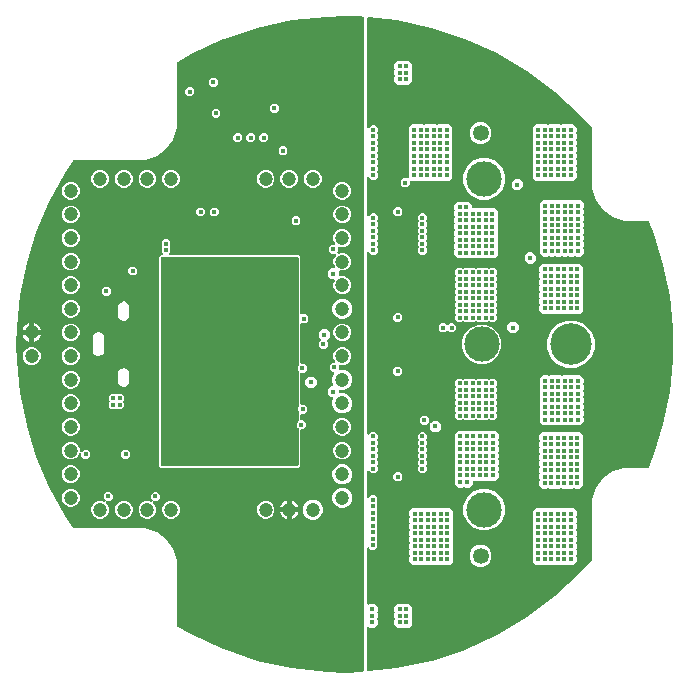
<source format=gbr>
G04 EAGLE Gerber RS-274X export*
G75*
%MOMM*%
%FSLAX34Y34*%
%LPD*%
%AMOC8*
5,1,8,0,0,1.08239X$1,22.5*%
G01*
%ADD10C,3.000000*%
%ADD11C,0.550000*%
%ADD12C,3.516000*%
%ADD13C,1.200000*%
%ADD14C,1.350000*%
%ADD15C,0.450000*%
%ADD16C,0.500000*%

G36*
X14840Y-277555D02*
X14840Y-277555D01*
X14882Y-277547D01*
X14920Y-277549D01*
X15107Y-277529D01*
X15117Y-277526D01*
X15128Y-277527D01*
X15253Y-277492D01*
X15380Y-277460D01*
X15389Y-277454D01*
X15400Y-277451D01*
X15511Y-277383D01*
X15623Y-277317D01*
X15630Y-277309D01*
X15640Y-277303D01*
X15727Y-277206D01*
X15817Y-277112D01*
X15821Y-277102D01*
X15829Y-277094D01*
X15886Y-276977D01*
X15945Y-276861D01*
X15947Y-276850D01*
X15952Y-276840D01*
X15964Y-276761D01*
X15998Y-276584D01*
X15996Y-276558D01*
X15999Y-276536D01*
X15999Y276536D01*
X15998Y276546D01*
X15999Y276557D01*
X15978Y276687D01*
X15959Y276815D01*
X15955Y276825D01*
X15953Y276835D01*
X15896Y276954D01*
X15843Y277072D01*
X15836Y277080D01*
X15832Y277090D01*
X15744Y277187D01*
X15660Y277286D01*
X15651Y277292D01*
X15644Y277300D01*
X15534Y277369D01*
X15424Y277441D01*
X15413Y277444D01*
X15404Y277449D01*
X15327Y277470D01*
X15154Y277523D01*
X15129Y277523D01*
X15107Y277529D01*
X14920Y277549D01*
X14877Y277548D01*
X14840Y277555D01*
X28Y277949D01*
X0Y277946D01*
X-26Y277949D01*
X-14981Y277530D01*
X-15023Y277522D01*
X-15061Y277524D01*
X-44797Y274270D01*
X-44853Y274256D01*
X-44903Y274252D01*
X-74114Y267813D01*
X-74169Y267793D01*
X-74218Y267784D01*
X-102566Y258235D01*
X-102618Y258209D01*
X-102666Y258195D01*
X-129819Y245647D01*
X-129856Y245623D01*
X-129891Y245610D01*
X-141441Y239091D01*
X-141513Y239036D01*
X-141590Y238988D01*
X-141624Y238950D01*
X-141665Y238919D01*
X-141718Y238846D01*
X-141779Y238779D01*
X-141801Y238733D01*
X-141831Y238691D01*
X-141862Y238606D01*
X-141902Y238525D01*
X-141909Y238478D01*
X-141928Y238426D01*
X-141936Y238308D01*
X-141949Y238221D01*
X-141949Y182924D01*
X-145087Y173268D01*
X-151054Y165054D01*
X-159268Y159087D01*
X-168924Y155949D01*
X-229344Y155949D01*
X-229403Y155941D01*
X-229463Y155942D01*
X-229542Y155921D01*
X-229623Y155909D01*
X-229678Y155885D01*
X-229735Y155869D01*
X-229806Y155827D01*
X-229880Y155793D01*
X-229926Y155754D01*
X-229977Y155723D01*
X-230026Y155668D01*
X-230095Y155610D01*
X-230138Y155543D01*
X-230182Y155494D01*
X-236854Y145210D01*
X-236871Y145173D01*
X-236892Y145145D01*
X-250172Y120868D01*
X-250190Y120818D01*
X-250215Y120778D01*
X-261007Y95298D01*
X-261021Y95246D01*
X-261041Y95204D01*
X-269238Y68775D01*
X-269246Y68722D01*
X-269263Y68678D01*
X-274782Y41562D01*
X-274785Y41509D01*
X-274797Y41464D01*
X-277585Y13933D01*
X-277583Y13893D01*
X-277589Y13858D01*
X-277949Y26D01*
X-277946Y-1D01*
X-277949Y-26D01*
X-277586Y-13857D01*
X-277579Y-13897D01*
X-277581Y-13932D01*
X-274789Y-41462D01*
X-274776Y-41514D01*
X-274774Y-41560D01*
X-269252Y-68675D01*
X-269234Y-68725D01*
X-269227Y-68771D01*
X-261030Y-95201D01*
X-261007Y-95249D01*
X-260996Y-95294D01*
X-250207Y-120775D01*
X-250179Y-120821D01*
X-250163Y-120865D01*
X-236889Y-145144D01*
X-236865Y-145176D01*
X-236850Y-145208D01*
X-230182Y-155494D01*
X-230143Y-155539D01*
X-230111Y-155590D01*
X-230050Y-155645D01*
X-229997Y-155706D01*
X-229946Y-155739D01*
X-229902Y-155779D01*
X-229828Y-155814D01*
X-229759Y-155859D01*
X-229702Y-155876D01*
X-229648Y-155902D01*
X-229576Y-155913D01*
X-229489Y-155939D01*
X-229409Y-155939D01*
X-229344Y-155949D01*
X-168924Y-155949D01*
X-159268Y-159087D01*
X-151054Y-165054D01*
X-145087Y-173268D01*
X-141949Y-182924D01*
X-141949Y-238221D01*
X-141937Y-238310D01*
X-141933Y-238400D01*
X-141917Y-238449D01*
X-141909Y-238500D01*
X-141872Y-238582D01*
X-141844Y-238668D01*
X-141814Y-238710D01*
X-141793Y-238757D01*
X-141735Y-238825D01*
X-141683Y-238900D01*
X-141646Y-238929D01*
X-141610Y-238971D01*
X-141510Y-239036D01*
X-141441Y-239091D01*
X-129891Y-245610D01*
X-129851Y-245626D01*
X-129819Y-245647D01*
X-102666Y-258195D01*
X-102610Y-258212D01*
X-102566Y-258235D01*
X-74218Y-267784D01*
X-74161Y-267795D01*
X-74114Y-267813D01*
X-44903Y-274252D01*
X-44845Y-274257D01*
X-44797Y-274270D01*
X-15061Y-277524D01*
X-15018Y-277523D01*
X-14981Y-277530D01*
X-26Y-277949D01*
X2Y-277946D01*
X28Y-277949D01*
X14840Y-277555D01*
G37*
G36*
X44377Y-274388D02*
X44377Y-274388D01*
X44433Y-274374D01*
X44483Y-274371D01*
X73433Y-268080D01*
X73487Y-268061D01*
X73536Y-268052D01*
X101649Y-258705D01*
X101701Y-258679D01*
X101749Y-258666D01*
X128702Y-246368D01*
X128750Y-246337D01*
X128796Y-246318D01*
X154281Y-231211D01*
X154326Y-231175D01*
X154370Y-231152D01*
X178095Y-213408D01*
X178136Y-213368D01*
X178177Y-213340D01*
X199870Y-193163D01*
X199897Y-193130D01*
X199927Y-193106D01*
X209187Y-182991D01*
X209229Y-182930D01*
X209279Y-182875D01*
X209308Y-182814D01*
X209346Y-182758D01*
X209369Y-182688D01*
X209402Y-182621D01*
X209411Y-182560D01*
X209434Y-182490D01*
X209437Y-182393D01*
X209449Y-182316D01*
X209449Y-131424D01*
X212587Y-121768D01*
X218554Y-113554D01*
X226768Y-107587D01*
X236424Y-104449D01*
X256903Y-104449D01*
X256926Y-104446D01*
X256949Y-104448D01*
X257065Y-104426D01*
X257182Y-104409D01*
X257203Y-104400D01*
X257226Y-104396D01*
X257331Y-104342D01*
X257439Y-104293D01*
X257456Y-104278D01*
X257477Y-104268D01*
X257563Y-104187D01*
X257653Y-104110D01*
X257666Y-104090D01*
X257683Y-104075D01*
X257728Y-103995D01*
X257808Y-103874D01*
X257819Y-103837D01*
X257836Y-103807D01*
X261941Y-93085D01*
X261950Y-93047D01*
X261965Y-93016D01*
X269747Y-67159D01*
X269755Y-67108D01*
X269771Y-67065D01*
X274995Y-40572D01*
X274998Y-40520D01*
X275009Y-40476D01*
X277624Y-13600D01*
X277622Y-13561D01*
X277628Y-13527D01*
X277949Y-26D01*
X277948Y-13D01*
X277949Y-2D01*
X277949Y3D01*
X277948Y15D01*
X277949Y27D01*
X277631Y13528D01*
X277625Y13566D01*
X277627Y13601D01*
X275015Y40477D01*
X275003Y40528D01*
X275001Y40573D01*
X269777Y67066D01*
X269760Y67115D01*
X269753Y67161D01*
X261968Y93016D01*
X261951Y93052D01*
X261944Y93086D01*
X257836Y103807D01*
X257825Y103828D01*
X257819Y103850D01*
X257757Y103951D01*
X257699Y104054D01*
X257683Y104070D01*
X257671Y104090D01*
X257583Y104169D01*
X257499Y104252D01*
X257479Y104263D01*
X257462Y104279D01*
X257355Y104330D01*
X257251Y104387D01*
X257228Y104392D01*
X257208Y104402D01*
X257117Y104416D01*
X256975Y104447D01*
X256937Y104444D01*
X256903Y104449D01*
X236424Y104449D01*
X226768Y107587D01*
X218554Y113554D01*
X212587Y121768D01*
X209449Y131424D01*
X209449Y182316D01*
X209439Y182390D01*
X209438Y182464D01*
X209419Y182529D01*
X209409Y182596D01*
X209379Y182663D01*
X209358Y182734D01*
X209323Y182786D01*
X209293Y182852D01*
X209230Y182926D01*
X209187Y182991D01*
X199927Y193106D01*
X199894Y193133D01*
X199870Y193163D01*
X178177Y213340D01*
X178130Y213372D01*
X178095Y213408D01*
X154370Y231152D01*
X154320Y231179D01*
X154281Y231211D01*
X128796Y246318D01*
X128743Y246340D01*
X128702Y246368D01*
X101749Y258666D01*
X101694Y258682D01*
X101649Y258705D01*
X73536Y268052D01*
X73480Y268062D01*
X73433Y268080D01*
X44483Y274371D01*
X44425Y274375D01*
X44377Y274388D01*
X20107Y276993D01*
X19990Y276989D01*
X19872Y276990D01*
X19849Y276984D01*
X19825Y276983D01*
X19714Y276946D01*
X19600Y276915D01*
X19580Y276902D01*
X19557Y276895D01*
X19460Y276828D01*
X19360Y276767D01*
X19344Y276749D01*
X19324Y276735D01*
X19250Y276645D01*
X19171Y276557D01*
X19161Y276536D01*
X19146Y276517D01*
X19099Y276409D01*
X19048Y276304D01*
X19045Y276281D01*
X19035Y276258D01*
X19013Y276078D01*
X19001Y275999D01*
X19001Y184217D01*
X19005Y184186D01*
X19003Y184153D01*
X19025Y184046D01*
X19041Y183938D01*
X19054Y183909D01*
X19060Y183877D01*
X19112Y183781D01*
X19157Y183681D01*
X19178Y183657D01*
X19193Y183628D01*
X19269Y183550D01*
X19340Y183467D01*
X19367Y183449D01*
X19390Y183426D01*
X19485Y183373D01*
X19576Y183313D01*
X19607Y183303D01*
X19635Y183287D01*
X19742Y183262D01*
X19846Y183230D01*
X19878Y183230D01*
X19910Y183222D01*
X20019Y183228D01*
X20128Y183226D01*
X20159Y183235D01*
X20191Y183237D01*
X20294Y183272D01*
X20400Y183302D01*
X20427Y183319D01*
X20458Y183329D01*
X20531Y183382D01*
X20640Y183450D01*
X20672Y183486D01*
X20707Y183511D01*
X22696Y185501D01*
X25804Y185501D01*
X28001Y183304D01*
X28001Y180196D01*
X27511Y179707D01*
X27472Y179655D01*
X27426Y179610D01*
X27388Y179543D01*
X27342Y179481D01*
X27319Y179421D01*
X27287Y179365D01*
X27269Y179290D01*
X27242Y179217D01*
X27237Y179153D01*
X27222Y179091D01*
X27226Y179013D01*
X27220Y178936D01*
X27233Y178873D01*
X27237Y178809D01*
X27262Y178736D01*
X27278Y178660D01*
X27308Y178603D01*
X27329Y178542D01*
X27371Y178486D01*
X27410Y178411D01*
X27470Y178350D01*
X27511Y178293D01*
X28001Y177804D01*
X28001Y174696D01*
X27511Y174207D01*
X27472Y174155D01*
X27426Y174110D01*
X27388Y174043D01*
X27342Y173981D01*
X27319Y173921D01*
X27287Y173865D01*
X27269Y173790D01*
X27242Y173717D01*
X27237Y173653D01*
X27222Y173591D01*
X27226Y173513D01*
X27220Y173436D01*
X27233Y173373D01*
X27237Y173309D01*
X27262Y173236D01*
X27278Y173160D01*
X27308Y173103D01*
X27329Y173042D01*
X27371Y172986D01*
X27410Y172911D01*
X27470Y172850D01*
X27511Y172793D01*
X28001Y172304D01*
X28001Y169196D01*
X27511Y168707D01*
X27472Y168655D01*
X27426Y168610D01*
X27388Y168543D01*
X27342Y168481D01*
X27319Y168421D01*
X27287Y168365D01*
X27269Y168290D01*
X27242Y168217D01*
X27237Y168153D01*
X27222Y168091D01*
X27226Y168013D01*
X27220Y167936D01*
X27233Y167873D01*
X27237Y167809D01*
X27262Y167736D01*
X27278Y167660D01*
X27308Y167603D01*
X27329Y167542D01*
X27371Y167486D01*
X27410Y167411D01*
X27470Y167350D01*
X27511Y167293D01*
X28001Y166804D01*
X28001Y163696D01*
X27511Y163207D01*
X27472Y163155D01*
X27426Y163110D01*
X27388Y163043D01*
X27342Y162981D01*
X27319Y162921D01*
X27287Y162865D01*
X27269Y162790D01*
X27242Y162717D01*
X27237Y162653D01*
X27222Y162591D01*
X27226Y162513D01*
X27220Y162436D01*
X27233Y162373D01*
X27237Y162309D01*
X27262Y162236D01*
X27278Y162160D01*
X27308Y162103D01*
X27329Y162042D01*
X27371Y161986D01*
X27410Y161911D01*
X27470Y161850D01*
X27511Y161793D01*
X28001Y161304D01*
X28001Y158196D01*
X27511Y157707D01*
X27472Y157655D01*
X27426Y157610D01*
X27388Y157543D01*
X27342Y157481D01*
X27319Y157421D01*
X27287Y157365D01*
X27269Y157290D01*
X27242Y157217D01*
X27237Y157153D01*
X27222Y157091D01*
X27226Y157013D01*
X27220Y156936D01*
X27233Y156873D01*
X27237Y156809D01*
X27262Y156736D01*
X27278Y156660D01*
X27308Y156603D01*
X27329Y156542D01*
X27371Y156486D01*
X27410Y156411D01*
X27470Y156350D01*
X27511Y156293D01*
X28001Y155804D01*
X28001Y152696D01*
X27511Y152207D01*
X27472Y152155D01*
X27426Y152110D01*
X27388Y152043D01*
X27342Y151981D01*
X27319Y151921D01*
X27287Y151865D01*
X27269Y151790D01*
X27242Y151717D01*
X27237Y151653D01*
X27222Y151591D01*
X27226Y151513D01*
X27220Y151436D01*
X27233Y151373D01*
X27237Y151309D01*
X27262Y151236D01*
X27278Y151160D01*
X27308Y151103D01*
X27329Y151042D01*
X27371Y150986D01*
X27410Y150911D01*
X27470Y150850D01*
X27511Y150793D01*
X28001Y150304D01*
X28001Y147196D01*
X27511Y146707D01*
X27472Y146655D01*
X27426Y146610D01*
X27388Y146543D01*
X27342Y146481D01*
X27319Y146421D01*
X27287Y146365D01*
X27269Y146290D01*
X27242Y146217D01*
X27237Y146153D01*
X27222Y146090D01*
X27226Y146013D01*
X27220Y145936D01*
X27233Y145873D01*
X27237Y145809D01*
X27262Y145736D01*
X27278Y145660D01*
X27308Y145603D01*
X27329Y145542D01*
X27371Y145486D01*
X27410Y145411D01*
X27470Y145350D01*
X27511Y145293D01*
X28001Y144804D01*
X28001Y141696D01*
X25804Y139499D01*
X22696Y139499D01*
X20707Y141489D01*
X20681Y141508D01*
X20660Y141533D01*
X20568Y141593D01*
X20481Y141658D01*
X20451Y141670D01*
X20424Y141687D01*
X20319Y141719D01*
X20217Y141758D01*
X20185Y141760D01*
X20154Y141770D01*
X20045Y141771D01*
X19936Y141780D01*
X19904Y141773D01*
X19872Y141774D01*
X19767Y141744D01*
X19660Y141722D01*
X19632Y141707D01*
X19600Y141698D01*
X19507Y141641D01*
X19411Y141590D01*
X19388Y141567D01*
X19360Y141550D01*
X19287Y141469D01*
X19209Y141393D01*
X19193Y141365D01*
X19171Y141341D01*
X19124Y141243D01*
X19070Y141147D01*
X19062Y141116D01*
X19048Y141087D01*
X19034Y140998D01*
X19005Y140873D01*
X19007Y140825D01*
X19001Y140783D01*
X19001Y109717D01*
X19005Y109686D01*
X19003Y109653D01*
X19025Y109546D01*
X19041Y109438D01*
X19054Y109409D01*
X19060Y109377D01*
X19112Y109281D01*
X19157Y109181D01*
X19178Y109157D01*
X19193Y109128D01*
X19269Y109050D01*
X19340Y108967D01*
X19367Y108949D01*
X19390Y108926D01*
X19485Y108873D01*
X19576Y108813D01*
X19607Y108803D01*
X19635Y108787D01*
X19742Y108762D01*
X19846Y108730D01*
X19878Y108730D01*
X19910Y108722D01*
X20019Y108728D01*
X20128Y108726D01*
X20159Y108735D01*
X20191Y108737D01*
X20294Y108772D01*
X20400Y108802D01*
X20427Y108819D01*
X20458Y108829D01*
X20531Y108882D01*
X20640Y108950D01*
X20672Y108986D01*
X20707Y109011D01*
X22696Y111001D01*
X25804Y111001D01*
X28001Y108804D01*
X28001Y105696D01*
X27511Y105207D01*
X27472Y105155D01*
X27426Y105110D01*
X27388Y105043D01*
X27342Y104981D01*
X27319Y104921D01*
X27287Y104865D01*
X27269Y104790D01*
X27242Y104717D01*
X27237Y104653D01*
X27222Y104591D01*
X27226Y104513D01*
X27220Y104436D01*
X27233Y104373D01*
X27237Y104309D01*
X27262Y104236D01*
X27278Y104160D01*
X27308Y104103D01*
X27329Y104042D01*
X27371Y103986D01*
X27410Y103911D01*
X27470Y103850D01*
X27511Y103793D01*
X28001Y103304D01*
X28001Y100196D01*
X27511Y99707D01*
X27472Y99655D01*
X27426Y99610D01*
X27388Y99543D01*
X27342Y99481D01*
X27319Y99421D01*
X27287Y99365D01*
X27269Y99290D01*
X27242Y99217D01*
X27237Y99153D01*
X27222Y99091D01*
X27226Y99013D01*
X27220Y98936D01*
X27233Y98873D01*
X27237Y98809D01*
X27262Y98736D01*
X27278Y98660D01*
X27308Y98603D01*
X27329Y98542D01*
X27371Y98486D01*
X27410Y98411D01*
X27470Y98350D01*
X27511Y98293D01*
X28001Y97804D01*
X28001Y94696D01*
X27511Y94207D01*
X27472Y94155D01*
X27426Y94110D01*
X27388Y94043D01*
X27342Y93981D01*
X27319Y93921D01*
X27287Y93865D01*
X27269Y93790D01*
X27242Y93717D01*
X27237Y93653D01*
X27222Y93591D01*
X27226Y93513D01*
X27220Y93436D01*
X27233Y93373D01*
X27237Y93309D01*
X27262Y93236D01*
X27278Y93160D01*
X27308Y93103D01*
X27329Y93042D01*
X27371Y92986D01*
X27410Y92911D01*
X27470Y92850D01*
X27511Y92793D01*
X28001Y92304D01*
X28001Y89196D01*
X27511Y88707D01*
X27472Y88655D01*
X27426Y88610D01*
X27388Y88543D01*
X27342Y88481D01*
X27319Y88421D01*
X27287Y88365D01*
X27269Y88290D01*
X27242Y88217D01*
X27237Y88153D01*
X27222Y88091D01*
X27226Y88013D01*
X27220Y87936D01*
X27233Y87873D01*
X27237Y87809D01*
X27262Y87736D01*
X27278Y87660D01*
X27308Y87603D01*
X27329Y87542D01*
X27371Y87486D01*
X27410Y87411D01*
X27470Y87350D01*
X27511Y87293D01*
X28001Y86804D01*
X28001Y83696D01*
X27511Y83207D01*
X27472Y83155D01*
X27426Y83110D01*
X27388Y83043D01*
X27342Y82981D01*
X27319Y82921D01*
X27287Y82865D01*
X27269Y82790D01*
X27242Y82717D01*
X27237Y82653D01*
X27222Y82591D01*
X27226Y82513D01*
X27220Y82436D01*
X27233Y82373D01*
X27237Y82309D01*
X27262Y82236D01*
X27278Y82160D01*
X27308Y82103D01*
X27329Y82042D01*
X27371Y81986D01*
X27410Y81911D01*
X27470Y81850D01*
X27511Y81793D01*
X28001Y81304D01*
X28001Y78196D01*
X25804Y75999D01*
X22696Y75999D01*
X20707Y77989D01*
X20681Y78008D01*
X20660Y78033D01*
X20568Y78093D01*
X20481Y78158D01*
X20451Y78170D01*
X20424Y78187D01*
X20319Y78219D01*
X20217Y78258D01*
X20185Y78260D01*
X20154Y78270D01*
X20045Y78271D01*
X19936Y78280D01*
X19904Y78273D01*
X19872Y78274D01*
X19767Y78244D01*
X19660Y78222D01*
X19632Y78207D01*
X19600Y78198D01*
X19507Y78141D01*
X19411Y78090D01*
X19388Y78067D01*
X19360Y78050D01*
X19287Y77969D01*
X19209Y77893D01*
X19193Y77865D01*
X19171Y77841D01*
X19124Y77743D01*
X19070Y77647D01*
X19062Y77616D01*
X19048Y77587D01*
X19034Y77498D01*
X19005Y77373D01*
X19007Y77325D01*
X19001Y77283D01*
X19001Y-75533D01*
X19005Y-75564D01*
X19003Y-75597D01*
X19025Y-75704D01*
X19041Y-75812D01*
X19054Y-75841D01*
X19060Y-75873D01*
X19112Y-75969D01*
X19157Y-76069D01*
X19178Y-76093D01*
X19193Y-76122D01*
X19269Y-76200D01*
X19340Y-76283D01*
X19367Y-76301D01*
X19390Y-76324D01*
X19485Y-76377D01*
X19576Y-76437D01*
X19607Y-76447D01*
X19635Y-76463D01*
X19742Y-76488D01*
X19846Y-76520D01*
X19878Y-76520D01*
X19910Y-76528D01*
X20019Y-76522D01*
X20128Y-76524D01*
X20159Y-76515D01*
X20191Y-76513D01*
X20294Y-76478D01*
X20400Y-76448D01*
X20427Y-76431D01*
X20458Y-76421D01*
X20531Y-76368D01*
X20640Y-76300D01*
X20672Y-76264D01*
X20707Y-76239D01*
X22696Y-74249D01*
X25804Y-74249D01*
X28001Y-76446D01*
X28001Y-79554D01*
X27511Y-80043D01*
X27472Y-80095D01*
X27426Y-80140D01*
X27388Y-80207D01*
X27342Y-80269D01*
X27319Y-80329D01*
X27287Y-80385D01*
X27269Y-80460D01*
X27242Y-80533D01*
X27237Y-80597D01*
X27222Y-80659D01*
X27226Y-80737D01*
X27220Y-80814D01*
X27233Y-80877D01*
X27237Y-80941D01*
X27262Y-81014D01*
X27278Y-81090D01*
X27308Y-81147D01*
X27329Y-81208D01*
X27371Y-81264D01*
X27410Y-81339D01*
X27470Y-81400D01*
X27511Y-81457D01*
X28001Y-81946D01*
X28001Y-85054D01*
X27511Y-85543D01*
X27472Y-85595D01*
X27426Y-85640D01*
X27388Y-85707D01*
X27342Y-85769D01*
X27319Y-85829D01*
X27287Y-85885D01*
X27269Y-85960D01*
X27242Y-86033D01*
X27237Y-86097D01*
X27222Y-86159D01*
X27226Y-86237D01*
X27220Y-86314D01*
X27233Y-86377D01*
X27237Y-86441D01*
X27262Y-86514D01*
X27278Y-86590D01*
X27308Y-86647D01*
X27329Y-86708D01*
X27371Y-86764D01*
X27410Y-86839D01*
X27470Y-86900D01*
X27511Y-86957D01*
X28001Y-87446D01*
X28001Y-90554D01*
X27511Y-91043D01*
X27472Y-91095D01*
X27426Y-91140D01*
X27388Y-91207D01*
X27342Y-91269D01*
X27319Y-91329D01*
X27287Y-91385D01*
X27269Y-91460D01*
X27242Y-91533D01*
X27237Y-91597D01*
X27222Y-91659D01*
X27226Y-91737D01*
X27220Y-91814D01*
X27233Y-91877D01*
X27237Y-91941D01*
X27262Y-92014D01*
X27278Y-92090D01*
X27308Y-92147D01*
X27329Y-92208D01*
X27371Y-92264D01*
X27410Y-92339D01*
X27470Y-92400D01*
X27511Y-92457D01*
X28001Y-92946D01*
X28001Y-96054D01*
X27511Y-96543D01*
X27472Y-96595D01*
X27426Y-96640D01*
X27388Y-96707D01*
X27342Y-96769D01*
X27319Y-96829D01*
X27287Y-96885D01*
X27269Y-96960D01*
X27242Y-97033D01*
X27237Y-97097D01*
X27222Y-97159D01*
X27226Y-97237D01*
X27220Y-97314D01*
X27233Y-97377D01*
X27237Y-97441D01*
X27262Y-97514D01*
X27278Y-97590D01*
X27308Y-97647D01*
X27329Y-97708D01*
X27371Y-97764D01*
X27410Y-97839D01*
X27470Y-97900D01*
X27511Y-97957D01*
X28001Y-98446D01*
X28001Y-101554D01*
X27511Y-102043D01*
X27472Y-102095D01*
X27426Y-102140D01*
X27388Y-102207D01*
X27342Y-102269D01*
X27319Y-102329D01*
X27287Y-102385D01*
X27269Y-102460D01*
X27242Y-102533D01*
X27237Y-102597D01*
X27222Y-102659D01*
X27226Y-102737D01*
X27220Y-102814D01*
X27233Y-102877D01*
X27237Y-102941D01*
X27262Y-103014D01*
X27278Y-103090D01*
X27308Y-103147D01*
X27329Y-103208D01*
X27371Y-103264D01*
X27410Y-103339D01*
X27470Y-103400D01*
X27511Y-103457D01*
X28001Y-103946D01*
X28001Y-107054D01*
X25804Y-109251D01*
X22696Y-109251D01*
X20707Y-107261D01*
X20681Y-107242D01*
X20660Y-107217D01*
X20568Y-107157D01*
X20481Y-107092D01*
X20451Y-107080D01*
X20424Y-107063D01*
X20319Y-107031D01*
X20217Y-106992D01*
X20185Y-106990D01*
X20154Y-106980D01*
X20045Y-106979D01*
X19936Y-106970D01*
X19904Y-106977D01*
X19872Y-106976D01*
X19767Y-107006D01*
X19660Y-107028D01*
X19632Y-107043D01*
X19600Y-107052D01*
X19507Y-107109D01*
X19411Y-107160D01*
X19388Y-107183D01*
X19360Y-107200D01*
X19287Y-107281D01*
X19209Y-107357D01*
X19193Y-107385D01*
X19171Y-107409D01*
X19124Y-107507D01*
X19070Y-107603D01*
X19062Y-107634D01*
X19048Y-107663D01*
X19034Y-107752D01*
X19005Y-107877D01*
X19007Y-107925D01*
X19001Y-107967D01*
X19001Y-129033D01*
X19005Y-129064D01*
X19003Y-129097D01*
X19025Y-129204D01*
X19041Y-129312D01*
X19054Y-129341D01*
X19060Y-129373D01*
X19112Y-129469D01*
X19157Y-129569D01*
X19178Y-129593D01*
X19193Y-129622D01*
X19269Y-129700D01*
X19340Y-129783D01*
X19367Y-129801D01*
X19390Y-129824D01*
X19485Y-129877D01*
X19576Y-129937D01*
X19607Y-129947D01*
X19635Y-129963D01*
X19742Y-129988D01*
X19846Y-130020D01*
X19878Y-130020D01*
X19910Y-130028D01*
X20019Y-130022D01*
X20128Y-130024D01*
X20159Y-130015D01*
X20191Y-130013D01*
X20294Y-129978D01*
X20400Y-129948D01*
X20427Y-129931D01*
X20458Y-129921D01*
X20531Y-129868D01*
X20640Y-129800D01*
X20672Y-129764D01*
X20707Y-129739D01*
X22446Y-127999D01*
X25554Y-127999D01*
X27751Y-130196D01*
X27751Y-133304D01*
X27261Y-133793D01*
X27222Y-133845D01*
X27176Y-133890D01*
X27138Y-133957D01*
X27092Y-134019D01*
X27069Y-134079D01*
X27037Y-134135D01*
X27019Y-134210D01*
X26992Y-134283D01*
X26987Y-134347D01*
X26972Y-134410D01*
X26976Y-134487D01*
X26970Y-134564D01*
X26983Y-134627D01*
X26987Y-134691D01*
X27012Y-134764D01*
X27028Y-134840D01*
X27058Y-134897D01*
X27079Y-134958D01*
X27121Y-135014D01*
X27160Y-135089D01*
X27220Y-135150D01*
X27261Y-135207D01*
X27751Y-135696D01*
X27751Y-138804D01*
X27261Y-139293D01*
X27222Y-139345D01*
X27176Y-139390D01*
X27138Y-139457D01*
X27092Y-139519D01*
X27069Y-139579D01*
X27037Y-139635D01*
X27019Y-139710D01*
X26992Y-139783D01*
X26987Y-139847D01*
X26972Y-139910D01*
X26976Y-139987D01*
X26970Y-140064D01*
X26983Y-140127D01*
X26987Y-140191D01*
X27012Y-140264D01*
X27028Y-140340D01*
X27058Y-140397D01*
X27079Y-140458D01*
X27121Y-140514D01*
X27160Y-140589D01*
X27220Y-140650D01*
X27261Y-140707D01*
X27751Y-141196D01*
X27751Y-144304D01*
X27261Y-144793D01*
X27222Y-144845D01*
X27176Y-144890D01*
X27138Y-144957D01*
X27092Y-145019D01*
X27069Y-145079D01*
X27037Y-145135D01*
X27019Y-145210D01*
X26992Y-145283D01*
X26987Y-145347D01*
X26972Y-145410D01*
X26976Y-145487D01*
X26970Y-145564D01*
X26983Y-145627D01*
X26987Y-145691D01*
X27012Y-145764D01*
X27028Y-145840D01*
X27058Y-145897D01*
X27079Y-145958D01*
X27121Y-146014D01*
X27160Y-146089D01*
X27220Y-146150D01*
X27261Y-146207D01*
X27751Y-146696D01*
X27751Y-149804D01*
X27261Y-150293D01*
X27222Y-150345D01*
X27176Y-150390D01*
X27138Y-150457D01*
X27092Y-150519D01*
X27069Y-150579D01*
X27037Y-150635D01*
X27019Y-150710D01*
X26992Y-150783D01*
X26987Y-150847D01*
X26972Y-150910D01*
X26976Y-150987D01*
X26970Y-151064D01*
X26983Y-151127D01*
X26987Y-151191D01*
X27012Y-151264D01*
X27028Y-151340D01*
X27058Y-151397D01*
X27079Y-151458D01*
X27121Y-151514D01*
X27160Y-151589D01*
X27220Y-151650D01*
X27261Y-151707D01*
X27751Y-152196D01*
X27751Y-155304D01*
X27261Y-155793D01*
X27222Y-155845D01*
X27176Y-155890D01*
X27138Y-155957D01*
X27092Y-156019D01*
X27069Y-156079D01*
X27037Y-156135D01*
X27019Y-156210D01*
X26992Y-156283D01*
X26987Y-156347D01*
X26972Y-156410D01*
X26976Y-156487D01*
X26970Y-156564D01*
X26983Y-156627D01*
X26987Y-156691D01*
X27012Y-156764D01*
X27028Y-156840D01*
X27058Y-156897D01*
X27079Y-156958D01*
X27121Y-157014D01*
X27160Y-157089D01*
X27220Y-157150D01*
X27261Y-157207D01*
X27751Y-157696D01*
X27751Y-160804D01*
X27261Y-161293D01*
X27222Y-161345D01*
X27176Y-161390D01*
X27138Y-161457D01*
X27092Y-161519D01*
X27069Y-161579D01*
X27037Y-161635D01*
X27019Y-161710D01*
X26992Y-161783D01*
X26987Y-161847D01*
X26972Y-161910D01*
X26976Y-161987D01*
X26970Y-162064D01*
X26983Y-162127D01*
X26987Y-162191D01*
X27012Y-162264D01*
X27028Y-162340D01*
X27058Y-162397D01*
X27079Y-162458D01*
X27121Y-162514D01*
X27160Y-162589D01*
X27220Y-162650D01*
X27261Y-162707D01*
X27751Y-163196D01*
X27751Y-166304D01*
X27261Y-166793D01*
X27222Y-166845D01*
X27176Y-166890D01*
X27138Y-166957D01*
X27092Y-167019D01*
X27069Y-167079D01*
X27037Y-167135D01*
X27019Y-167210D01*
X26992Y-167283D01*
X26987Y-167347D01*
X26972Y-167410D01*
X26976Y-167487D01*
X26970Y-167564D01*
X26983Y-167627D01*
X26987Y-167691D01*
X27012Y-167764D01*
X27028Y-167840D01*
X27058Y-167897D01*
X27079Y-167958D01*
X27121Y-168014D01*
X27160Y-168089D01*
X27220Y-168150D01*
X27261Y-168207D01*
X27751Y-168696D01*
X27751Y-171804D01*
X25554Y-174001D01*
X22446Y-174001D01*
X20707Y-172261D01*
X20681Y-172242D01*
X20660Y-172217D01*
X20568Y-172157D01*
X20481Y-172092D01*
X20451Y-172080D01*
X20424Y-172063D01*
X20319Y-172031D01*
X20217Y-171992D01*
X20185Y-171990D01*
X20154Y-171980D01*
X20045Y-171979D01*
X19936Y-171970D01*
X19904Y-171977D01*
X19872Y-171976D01*
X19767Y-172006D01*
X19660Y-172028D01*
X19632Y-172043D01*
X19600Y-172052D01*
X19507Y-172109D01*
X19411Y-172160D01*
X19388Y-172183D01*
X19360Y-172200D01*
X19287Y-172281D01*
X19209Y-172357D01*
X19193Y-172385D01*
X19171Y-172409D01*
X19124Y-172507D01*
X19070Y-172603D01*
X19062Y-172634D01*
X19048Y-172663D01*
X19034Y-172752D01*
X19005Y-172877D01*
X19007Y-172925D01*
X19001Y-172967D01*
X19001Y-219368D01*
X19005Y-219400D01*
X19003Y-219432D01*
X19025Y-219539D01*
X19041Y-219648D01*
X19054Y-219677D01*
X19060Y-219708D01*
X19112Y-219805D01*
X19157Y-219904D01*
X19178Y-219929D01*
X19193Y-219957D01*
X19269Y-220036D01*
X19340Y-220119D01*
X19367Y-220136D01*
X19390Y-220159D01*
X19485Y-220213D01*
X19576Y-220273D01*
X19607Y-220283D01*
X19635Y-220299D01*
X19742Y-220324D01*
X19846Y-220356D01*
X19878Y-220356D01*
X19910Y-220363D01*
X20019Y-220358D01*
X20128Y-220359D01*
X20159Y-220351D01*
X20191Y-220349D01*
X20294Y-220313D01*
X20400Y-220284D01*
X20427Y-220267D01*
X20458Y-220257D01*
X20531Y-220203D01*
X20640Y-220136D01*
X20672Y-220100D01*
X20707Y-220075D01*
X21282Y-219499D01*
X25218Y-219499D01*
X28001Y-222282D01*
X28001Y-226218D01*
X27925Y-226293D01*
X27887Y-226345D01*
X27840Y-226390D01*
X27802Y-226457D01*
X27756Y-226519D01*
X27733Y-226579D01*
X27701Y-226635D01*
X27684Y-226710D01*
X27656Y-226783D01*
X27651Y-226847D01*
X27637Y-226910D01*
X27640Y-226987D01*
X27635Y-227064D01*
X27648Y-227127D01*
X27651Y-227191D01*
X27676Y-227264D01*
X27692Y-227340D01*
X27722Y-227397D01*
X27743Y-227458D01*
X27785Y-227514D01*
X27825Y-227589D01*
X27884Y-227650D01*
X27886Y-227652D01*
X27900Y-227675D01*
X27907Y-227682D01*
X27925Y-227707D01*
X28001Y-227782D01*
X28001Y-231718D01*
X27925Y-231793D01*
X27887Y-231845D01*
X27841Y-231890D01*
X27802Y-231957D01*
X27756Y-232019D01*
X27733Y-232079D01*
X27701Y-232135D01*
X27684Y-232210D01*
X27656Y-232283D01*
X27651Y-232347D01*
X27637Y-232409D01*
X27640Y-232487D01*
X27635Y-232564D01*
X27648Y-232627D01*
X27651Y-232691D01*
X27676Y-232764D01*
X27692Y-232840D01*
X27722Y-232897D01*
X27743Y-232958D01*
X27785Y-233014D01*
X27825Y-233089D01*
X27884Y-233150D01*
X27925Y-233207D01*
X28001Y-233282D01*
X28001Y-237218D01*
X25218Y-240001D01*
X21282Y-240001D01*
X20707Y-239425D01*
X20681Y-239406D01*
X20660Y-239381D01*
X20568Y-239321D01*
X20481Y-239256D01*
X20451Y-239245D01*
X20424Y-239227D01*
X20319Y-239195D01*
X20217Y-239156D01*
X20185Y-239154D01*
X20154Y-239144D01*
X20045Y-239143D01*
X19936Y-239135D01*
X19904Y-239141D01*
X19872Y-239141D01*
X19767Y-239170D01*
X19660Y-239192D01*
X19631Y-239207D01*
X19600Y-239216D01*
X19507Y-239273D01*
X19411Y-239325D01*
X19388Y-239347D01*
X19360Y-239364D01*
X19287Y-239445D01*
X19209Y-239521D01*
X19193Y-239549D01*
X19171Y-239573D01*
X19124Y-239671D01*
X19070Y-239767D01*
X19062Y-239798D01*
X19048Y-239827D01*
X19034Y-239917D01*
X19005Y-240041D01*
X19007Y-240090D01*
X19001Y-240132D01*
X19001Y-275999D01*
X19017Y-276115D01*
X19028Y-276232D01*
X19037Y-276254D01*
X19041Y-276278D01*
X19089Y-276385D01*
X19132Y-276494D01*
X19147Y-276513D01*
X19157Y-276535D01*
X19233Y-276624D01*
X19305Y-276717D01*
X19325Y-276731D01*
X19340Y-276749D01*
X19439Y-276814D01*
X19533Y-276883D01*
X19556Y-276891D01*
X19576Y-276904D01*
X19689Y-276938D01*
X19799Y-276978D01*
X19822Y-276979D01*
X19846Y-276986D01*
X20026Y-276989D01*
X20107Y-276993D01*
X44377Y-274388D01*
G37*
%LPC*%
G36*
X-155536Y-104501D02*
X-155536Y-104501D01*
X-157001Y-103036D01*
X-157001Y74036D01*
X-155536Y75501D01*
X-154717Y75501D01*
X-154686Y75505D01*
X-154653Y75503D01*
X-154546Y75525D01*
X-154438Y75541D01*
X-154409Y75554D01*
X-154377Y75560D01*
X-154281Y75612D01*
X-154181Y75657D01*
X-154157Y75678D01*
X-154128Y75693D01*
X-154050Y75769D01*
X-153967Y75840D01*
X-153949Y75867D01*
X-153926Y75890D01*
X-153872Y75985D01*
X-153813Y76076D01*
X-153803Y76107D01*
X-153787Y76135D01*
X-153762Y76241D01*
X-153730Y76346D01*
X-153730Y76378D01*
X-153722Y76409D01*
X-153728Y76519D01*
X-153726Y76628D01*
X-153735Y76659D01*
X-153737Y76691D01*
X-153772Y76794D01*
X-153802Y76900D01*
X-153819Y76927D01*
X-153829Y76958D01*
X-153882Y77031D01*
X-153950Y77140D01*
X-153986Y77172D01*
X-154011Y77207D01*
X-155001Y78196D01*
X-155001Y81304D01*
X-154511Y81793D01*
X-154472Y81845D01*
X-154426Y81890D01*
X-154388Y81957D01*
X-154342Y82019D01*
X-154319Y82079D01*
X-154287Y82135D01*
X-154269Y82210D01*
X-154242Y82283D01*
X-154237Y82347D01*
X-154222Y82410D01*
X-154226Y82487D01*
X-154220Y82564D01*
X-154233Y82627D01*
X-154237Y82691D01*
X-154262Y82764D01*
X-154278Y82840D01*
X-154308Y82897D01*
X-154329Y82958D01*
X-154371Y83014D01*
X-154410Y83089D01*
X-154470Y83150D01*
X-154511Y83207D01*
X-155001Y83696D01*
X-155001Y86804D01*
X-152804Y89001D01*
X-149696Y89001D01*
X-147499Y86804D01*
X-147499Y83696D01*
X-147989Y83207D01*
X-148028Y83155D01*
X-148074Y83110D01*
X-148112Y83043D01*
X-148158Y82981D01*
X-148181Y82921D01*
X-148213Y82865D01*
X-148231Y82790D01*
X-148258Y82717D01*
X-148263Y82653D01*
X-148278Y82591D01*
X-148274Y82513D01*
X-148280Y82436D01*
X-148267Y82373D01*
X-148263Y82309D01*
X-148238Y82236D01*
X-148222Y82160D01*
X-148192Y82103D01*
X-148171Y82042D01*
X-148129Y81986D01*
X-148090Y81911D01*
X-148030Y81850D01*
X-147989Y81793D01*
X-147499Y81304D01*
X-147499Y78196D01*
X-148489Y77207D01*
X-148508Y77181D01*
X-148533Y77160D01*
X-148593Y77068D01*
X-148658Y76981D01*
X-148670Y76951D01*
X-148687Y76924D01*
X-148719Y76819D01*
X-148758Y76717D01*
X-148760Y76685D01*
X-148770Y76654D01*
X-148771Y76545D01*
X-148780Y76436D01*
X-148773Y76404D01*
X-148774Y76372D01*
X-148744Y76267D01*
X-148722Y76160D01*
X-148707Y76131D01*
X-148698Y76100D01*
X-148641Y76007D01*
X-148590Y75911D01*
X-148567Y75888D01*
X-148550Y75860D01*
X-148469Y75787D01*
X-148393Y75709D01*
X-148365Y75693D01*
X-148341Y75671D01*
X-148243Y75624D01*
X-148148Y75570D01*
X-148116Y75562D01*
X-148087Y75548D01*
X-147998Y75534D01*
X-147873Y75505D01*
X-147825Y75507D01*
X-147783Y75501D01*
X-38964Y75501D01*
X-37499Y74036D01*
X-37499Y26217D01*
X-37495Y26185D01*
X-37497Y26153D01*
X-37475Y26046D01*
X-37459Y25938D01*
X-37446Y25909D01*
X-37439Y25877D01*
X-37388Y25781D01*
X-37343Y25681D01*
X-37322Y25657D01*
X-37307Y25628D01*
X-37231Y25550D01*
X-37160Y25467D01*
X-37133Y25449D01*
X-37110Y25426D01*
X-37015Y25372D01*
X-36924Y25313D01*
X-36893Y25303D01*
X-36865Y25287D01*
X-36758Y25262D01*
X-36654Y25230D01*
X-36622Y25230D01*
X-36590Y25222D01*
X-36481Y25228D01*
X-36372Y25226D01*
X-36341Y25235D01*
X-36308Y25237D01*
X-36268Y25251D01*
X-32946Y25251D01*
X-30749Y23054D01*
X-30749Y19946D01*
X-32946Y17749D01*
X-36260Y17749D01*
X-36282Y17758D01*
X-36315Y17760D01*
X-36346Y17770D01*
X-36455Y17771D01*
X-36564Y17780D01*
X-36595Y17773D01*
X-36628Y17774D01*
X-36733Y17745D01*
X-36840Y17722D01*
X-36868Y17707D01*
X-36900Y17698D01*
X-36992Y17641D01*
X-37089Y17590D01*
X-37112Y17567D01*
X-37140Y17550D01*
X-37213Y17469D01*
X-37291Y17393D01*
X-37307Y17365D01*
X-37329Y17341D01*
X-37376Y17243D01*
X-37430Y17148D01*
X-37438Y17116D01*
X-37452Y17087D01*
X-37466Y16998D01*
X-37495Y16874D01*
X-37493Y16825D01*
X-37499Y16783D01*
X-37499Y-15500D01*
X-37490Y-15564D01*
X-37491Y-15628D01*
X-37470Y-15703D01*
X-37459Y-15779D01*
X-37433Y-15838D01*
X-37416Y-15900D01*
X-37375Y-15966D01*
X-37343Y-16036D01*
X-37301Y-16085D01*
X-37268Y-16140D01*
X-37210Y-16192D01*
X-37160Y-16250D01*
X-37106Y-16286D01*
X-37058Y-16329D01*
X-36989Y-16362D01*
X-36924Y-16405D01*
X-36862Y-16424D01*
X-36805Y-16452D01*
X-36735Y-16463D01*
X-36654Y-16487D01*
X-36569Y-16488D01*
X-36500Y-16499D01*
X-34196Y-16499D01*
X-31999Y-18696D01*
X-31999Y-21804D01*
X-34196Y-24001D01*
X-36500Y-24001D01*
X-36564Y-24010D01*
X-36628Y-24009D01*
X-36703Y-24030D01*
X-36779Y-24041D01*
X-36838Y-24067D01*
X-36900Y-24084D01*
X-36966Y-24125D01*
X-37036Y-24157D01*
X-37085Y-24199D01*
X-37140Y-24232D01*
X-37192Y-24290D01*
X-37250Y-24340D01*
X-37286Y-24394D01*
X-37329Y-24442D01*
X-37362Y-24511D01*
X-37405Y-24576D01*
X-37424Y-24638D01*
X-37452Y-24695D01*
X-37463Y-24765D01*
X-37487Y-24846D01*
X-37488Y-24931D01*
X-37499Y-25000D01*
X-37499Y-50250D01*
X-37490Y-50314D01*
X-37491Y-50378D01*
X-37470Y-50453D01*
X-37459Y-50529D01*
X-37433Y-50588D01*
X-37416Y-50650D01*
X-37375Y-50716D01*
X-37343Y-50786D01*
X-37301Y-50835D01*
X-37268Y-50890D01*
X-37210Y-50942D01*
X-37160Y-51000D01*
X-37106Y-51036D01*
X-37058Y-51079D01*
X-36989Y-51112D01*
X-36924Y-51155D01*
X-36862Y-51174D01*
X-36805Y-51202D01*
X-36735Y-51213D01*
X-36654Y-51237D01*
X-36569Y-51238D01*
X-36500Y-51249D01*
X-33946Y-51249D01*
X-31749Y-53446D01*
X-31749Y-56554D01*
X-33946Y-58751D01*
X-36500Y-58751D01*
X-36564Y-58760D01*
X-36628Y-58759D01*
X-36703Y-58780D01*
X-36779Y-58791D01*
X-36838Y-58817D01*
X-36900Y-58834D01*
X-36966Y-58875D01*
X-37036Y-58907D01*
X-37085Y-58949D01*
X-37140Y-58982D01*
X-37192Y-59040D01*
X-37250Y-59090D01*
X-37286Y-59144D01*
X-37329Y-59192D01*
X-37362Y-59261D01*
X-37405Y-59326D01*
X-37424Y-59388D01*
X-37452Y-59445D01*
X-37463Y-59515D01*
X-37487Y-59596D01*
X-37488Y-59681D01*
X-37499Y-59750D01*
X-37499Y-63500D01*
X-37490Y-63564D01*
X-37491Y-63628D01*
X-37470Y-63703D01*
X-37459Y-63779D01*
X-37433Y-63838D01*
X-37416Y-63900D01*
X-37375Y-63966D01*
X-37343Y-64036D01*
X-37301Y-64085D01*
X-37268Y-64140D01*
X-37210Y-64192D01*
X-37160Y-64250D01*
X-37106Y-64286D01*
X-37058Y-64329D01*
X-36989Y-64362D01*
X-36924Y-64405D01*
X-36862Y-64424D01*
X-36805Y-64452D01*
X-36735Y-64463D01*
X-36654Y-64487D01*
X-36569Y-64488D01*
X-36500Y-64499D01*
X-35196Y-64499D01*
X-32999Y-66696D01*
X-32999Y-69804D01*
X-35196Y-72001D01*
X-36500Y-72001D01*
X-36564Y-72010D01*
X-36628Y-72009D01*
X-36703Y-72030D01*
X-36779Y-72041D01*
X-36838Y-72067D01*
X-36900Y-72084D01*
X-36966Y-72125D01*
X-37036Y-72157D01*
X-37085Y-72199D01*
X-37140Y-72232D01*
X-37192Y-72290D01*
X-37250Y-72340D01*
X-37286Y-72394D01*
X-37329Y-72442D01*
X-37362Y-72511D01*
X-37405Y-72576D01*
X-37424Y-72638D01*
X-37452Y-72695D01*
X-37463Y-72765D01*
X-37487Y-72846D01*
X-37488Y-72931D01*
X-37499Y-73000D01*
X-37499Y-103036D01*
X-38964Y-104501D01*
X-155536Y-104501D01*
G37*
%LPD*%
G36*
X-39936Y-102990D02*
X-39936Y-102990D01*
X-39872Y-102991D01*
X-39797Y-102970D01*
X-39721Y-102959D01*
X-39662Y-102933D01*
X-39600Y-102916D01*
X-39534Y-102875D01*
X-39464Y-102843D01*
X-39415Y-102801D01*
X-39360Y-102768D01*
X-39308Y-102710D01*
X-39250Y-102660D01*
X-39214Y-102606D01*
X-39171Y-102558D01*
X-39138Y-102489D01*
X-39095Y-102424D01*
X-39076Y-102362D01*
X-39048Y-102305D01*
X-39037Y-102235D01*
X-39013Y-102154D01*
X-39012Y-102069D01*
X-39001Y-102000D01*
X-39001Y-71717D01*
X-39014Y-71623D01*
X-39019Y-71526D01*
X-39034Y-71483D01*
X-39041Y-71438D01*
X-39080Y-71351D01*
X-39112Y-71260D01*
X-39137Y-71225D01*
X-39157Y-71181D01*
X-39240Y-71084D01*
X-39293Y-71011D01*
X-40501Y-69804D01*
X-40501Y-66696D01*
X-39293Y-65489D01*
X-39236Y-65412D01*
X-39171Y-65341D01*
X-39151Y-65300D01*
X-39124Y-65264D01*
X-39090Y-65173D01*
X-39048Y-65087D01*
X-39042Y-65045D01*
X-39025Y-65000D01*
X-39015Y-64872D01*
X-39001Y-64783D01*
X-39001Y-57217D01*
X-39014Y-57123D01*
X-39019Y-57026D01*
X-39034Y-56983D01*
X-39041Y-56938D01*
X-39080Y-56851D01*
X-39112Y-56760D01*
X-39137Y-56725D01*
X-39157Y-56681D01*
X-39240Y-56584D01*
X-39251Y-56569D01*
X-39251Y-53432D01*
X-39236Y-53412D01*
X-39171Y-53341D01*
X-39151Y-53300D01*
X-39124Y-53264D01*
X-39090Y-53173D01*
X-39048Y-53087D01*
X-39042Y-53045D01*
X-39025Y-53000D01*
X-39015Y-52872D01*
X-39001Y-52783D01*
X-39001Y-22717D01*
X-39014Y-22623D01*
X-39019Y-22526D01*
X-39034Y-22483D01*
X-39041Y-22438D01*
X-39080Y-22351D01*
X-39112Y-22260D01*
X-39137Y-22225D01*
X-39157Y-22181D01*
X-39240Y-22084D01*
X-39293Y-22011D01*
X-39501Y-21804D01*
X-39501Y-18696D01*
X-39293Y-18489D01*
X-39236Y-18412D01*
X-39171Y-18341D01*
X-39151Y-18300D01*
X-39124Y-18264D01*
X-39090Y-18173D01*
X-39048Y-18087D01*
X-39042Y-18045D01*
X-39025Y-18000D01*
X-39015Y-17872D01*
X-39001Y-17783D01*
X-39001Y73000D01*
X-39010Y73064D01*
X-39009Y73128D01*
X-39030Y73203D01*
X-39041Y73279D01*
X-39067Y73338D01*
X-39084Y73400D01*
X-39125Y73466D01*
X-39157Y73536D01*
X-39199Y73585D01*
X-39232Y73640D01*
X-39290Y73692D01*
X-39340Y73750D01*
X-39394Y73786D01*
X-39442Y73829D01*
X-39511Y73862D01*
X-39576Y73905D01*
X-39638Y73924D01*
X-39695Y73952D01*
X-39765Y73963D01*
X-39846Y73987D01*
X-39931Y73988D01*
X-40000Y73999D01*
X-154500Y73999D01*
X-154564Y73990D01*
X-154628Y73991D01*
X-154703Y73970D01*
X-154779Y73959D01*
X-154838Y73933D01*
X-154900Y73916D01*
X-154966Y73875D01*
X-155036Y73843D01*
X-155085Y73801D01*
X-155140Y73768D01*
X-155192Y73710D01*
X-155250Y73660D01*
X-155286Y73606D01*
X-155329Y73558D01*
X-155362Y73489D01*
X-155405Y73424D01*
X-155424Y73362D01*
X-155452Y73305D01*
X-155463Y73235D01*
X-155487Y73154D01*
X-155488Y73069D01*
X-155499Y73000D01*
X-155499Y-102000D01*
X-155490Y-102064D01*
X-155491Y-102128D01*
X-155470Y-102203D01*
X-155459Y-102279D01*
X-155433Y-102338D01*
X-155416Y-102400D01*
X-155375Y-102466D01*
X-155343Y-102536D01*
X-155301Y-102585D01*
X-155268Y-102640D01*
X-155210Y-102692D01*
X-155160Y-102750D01*
X-155106Y-102786D01*
X-155058Y-102829D01*
X-154989Y-102862D01*
X-154924Y-102905D01*
X-154862Y-102924D01*
X-154805Y-102952D01*
X-154735Y-102963D01*
X-154654Y-102987D01*
X-154569Y-102988D01*
X-154500Y-102999D01*
X-40000Y-102999D01*
X-39936Y-102990D01*
G37*
%LPC*%
G36*
X49715Y133018D02*
X49715Y133018D01*
X47518Y135215D01*
X47518Y138323D01*
X49715Y140520D01*
X53091Y140520D01*
X53096Y140518D01*
X53204Y140517D01*
X53313Y140508D01*
X53345Y140515D01*
X53378Y140514D01*
X53483Y140543D01*
X53589Y140565D01*
X53618Y140581D01*
X53650Y140589D01*
X53742Y140647D01*
X53838Y140698D01*
X53862Y140720D01*
X53890Y140738D01*
X53963Y140819D01*
X54040Y140894D01*
X54057Y140923D01*
X54079Y140947D01*
X54126Y141045D01*
X54180Y141139D01*
X54187Y141171D01*
X54202Y141201D01*
X54216Y141290D01*
X54245Y141414D01*
X54243Y141463D01*
X54249Y141505D01*
X54249Y144968D01*
X54325Y145043D01*
X54363Y145095D01*
X54410Y145140D01*
X54448Y145207D01*
X54494Y145269D01*
X54517Y145329D01*
X54549Y145385D01*
X54566Y145460D01*
X54594Y145533D01*
X54599Y145597D01*
X54613Y145660D01*
X54610Y145737D01*
X54615Y145814D01*
X54602Y145877D01*
X54599Y145941D01*
X54574Y146014D01*
X54558Y146090D01*
X54528Y146147D01*
X54507Y146208D01*
X54465Y146264D01*
X54425Y146339D01*
X54366Y146400D01*
X54325Y146457D01*
X54249Y146532D01*
X54249Y150468D01*
X54325Y150543D01*
X54363Y150595D01*
X54409Y150640D01*
X54448Y150707D01*
X54494Y150769D01*
X54517Y150829D01*
X54549Y150885D01*
X54566Y150960D01*
X54594Y151033D01*
X54599Y151097D01*
X54613Y151159D01*
X54610Y151237D01*
X54615Y151314D01*
X54602Y151377D01*
X54599Y151441D01*
X54574Y151514D01*
X54558Y151590D01*
X54528Y151647D01*
X54507Y151708D01*
X54465Y151764D01*
X54425Y151839D01*
X54366Y151900D01*
X54325Y151957D01*
X54249Y152032D01*
X54249Y155968D01*
X54325Y156043D01*
X54363Y156095D01*
X54410Y156140D01*
X54448Y156207D01*
X54494Y156269D01*
X54517Y156329D01*
X54549Y156385D01*
X54566Y156460D01*
X54594Y156533D01*
X54599Y156597D01*
X54613Y156660D01*
X54610Y156737D01*
X54615Y156814D01*
X54602Y156877D01*
X54599Y156941D01*
X54574Y157014D01*
X54558Y157090D01*
X54528Y157147D01*
X54507Y157208D01*
X54465Y157264D01*
X54425Y157339D01*
X54366Y157400D01*
X54325Y157457D01*
X54249Y157532D01*
X54249Y161468D01*
X54325Y161543D01*
X54363Y161595D01*
X54410Y161640D01*
X54448Y161707D01*
X54494Y161769D01*
X54517Y161829D01*
X54549Y161885D01*
X54566Y161960D01*
X54594Y162033D01*
X54599Y162097D01*
X54613Y162160D01*
X54610Y162237D01*
X54615Y162314D01*
X54602Y162377D01*
X54599Y162441D01*
X54574Y162514D01*
X54558Y162590D01*
X54528Y162647D01*
X54507Y162708D01*
X54465Y162764D01*
X54425Y162839D01*
X54366Y162900D01*
X54325Y162957D01*
X54249Y163032D01*
X54249Y166968D01*
X54325Y167043D01*
X54363Y167095D01*
X54409Y167140D01*
X54448Y167207D01*
X54494Y167269D01*
X54517Y167329D01*
X54549Y167385D01*
X54566Y167460D01*
X54594Y167533D01*
X54599Y167597D01*
X54613Y167659D01*
X54610Y167737D01*
X54615Y167814D01*
X54602Y167877D01*
X54599Y167941D01*
X54574Y168014D01*
X54558Y168090D01*
X54528Y168147D01*
X54507Y168208D01*
X54465Y168264D01*
X54425Y168339D01*
X54366Y168400D01*
X54325Y168457D01*
X54249Y168532D01*
X54249Y172468D01*
X54325Y172543D01*
X54363Y172595D01*
X54409Y172640D01*
X54448Y172707D01*
X54494Y172769D01*
X54517Y172829D01*
X54549Y172885D01*
X54566Y172960D01*
X54594Y173033D01*
X54599Y173097D01*
X54613Y173159D01*
X54610Y173237D01*
X54615Y173314D01*
X54602Y173377D01*
X54599Y173441D01*
X54574Y173514D01*
X54558Y173590D01*
X54528Y173647D01*
X54507Y173708D01*
X54465Y173764D01*
X54425Y173839D01*
X54366Y173900D01*
X54325Y173957D01*
X54249Y174032D01*
X54249Y177968D01*
X54325Y178043D01*
X54363Y178095D01*
X54410Y178140D01*
X54448Y178207D01*
X54494Y178269D01*
X54517Y178329D01*
X54549Y178385D01*
X54566Y178460D01*
X54594Y178533D01*
X54599Y178597D01*
X54613Y178660D01*
X54610Y178737D01*
X54615Y178814D01*
X54602Y178877D01*
X54599Y178941D01*
X54574Y179014D01*
X54558Y179090D01*
X54528Y179147D01*
X54507Y179208D01*
X54465Y179264D01*
X54425Y179339D01*
X54366Y179400D01*
X54325Y179457D01*
X54249Y179532D01*
X54249Y183468D01*
X57032Y186251D01*
X60968Y186251D01*
X61043Y186175D01*
X61095Y186137D01*
X61140Y186091D01*
X61207Y186052D01*
X61269Y186006D01*
X61329Y185983D01*
X61385Y185951D01*
X61460Y185934D01*
X61533Y185906D01*
X61597Y185901D01*
X61659Y185887D01*
X61737Y185890D01*
X61814Y185885D01*
X61877Y185898D01*
X61941Y185901D01*
X62014Y185926D01*
X62090Y185942D01*
X62147Y185972D01*
X62208Y185993D01*
X62264Y186035D01*
X62339Y186075D01*
X62400Y186134D01*
X62457Y186175D01*
X62532Y186251D01*
X66468Y186251D01*
X66543Y186175D01*
X66595Y186137D01*
X66640Y186091D01*
X66707Y186052D01*
X66769Y186006D01*
X66829Y185983D01*
X66885Y185951D01*
X66960Y185934D01*
X67033Y185906D01*
X67097Y185901D01*
X67159Y185887D01*
X67237Y185890D01*
X67314Y185885D01*
X67377Y185898D01*
X67441Y185901D01*
X67514Y185926D01*
X67590Y185942D01*
X67647Y185972D01*
X67708Y185993D01*
X67764Y186035D01*
X67839Y186075D01*
X67900Y186134D01*
X67957Y186175D01*
X68032Y186251D01*
X71968Y186251D01*
X72043Y186175D01*
X72095Y186137D01*
X72140Y186091D01*
X72207Y186052D01*
X72269Y186006D01*
X72329Y185983D01*
X72385Y185951D01*
X72460Y185934D01*
X72533Y185906D01*
X72597Y185901D01*
X72659Y185887D01*
X72737Y185890D01*
X72814Y185885D01*
X72877Y185898D01*
X72941Y185901D01*
X73014Y185926D01*
X73090Y185942D01*
X73147Y185972D01*
X73208Y185993D01*
X73264Y186035D01*
X73339Y186075D01*
X73400Y186134D01*
X73457Y186175D01*
X73532Y186251D01*
X77468Y186251D01*
X77543Y186175D01*
X77595Y186137D01*
X77640Y186091D01*
X77707Y186052D01*
X77769Y186006D01*
X77829Y185983D01*
X77885Y185951D01*
X77960Y185934D01*
X78033Y185906D01*
X78097Y185901D01*
X78159Y185887D01*
X78237Y185890D01*
X78314Y185885D01*
X78377Y185898D01*
X78441Y185901D01*
X78514Y185926D01*
X78590Y185942D01*
X78647Y185972D01*
X78708Y185993D01*
X78764Y186035D01*
X78839Y186075D01*
X78900Y186134D01*
X78957Y186175D01*
X79032Y186251D01*
X82968Y186251D01*
X83043Y186175D01*
X83095Y186137D01*
X83140Y186091D01*
X83207Y186052D01*
X83269Y186006D01*
X83329Y185983D01*
X83385Y185951D01*
X83460Y185934D01*
X83533Y185906D01*
X83597Y185901D01*
X83659Y185887D01*
X83737Y185890D01*
X83814Y185885D01*
X83877Y185898D01*
X83941Y185901D01*
X84014Y185926D01*
X84090Y185942D01*
X84147Y185972D01*
X84208Y185993D01*
X84264Y186035D01*
X84339Y186075D01*
X84400Y186134D01*
X84457Y186175D01*
X84532Y186251D01*
X88468Y186251D01*
X91251Y183468D01*
X91251Y179532D01*
X91175Y179457D01*
X91137Y179405D01*
X91091Y179360D01*
X91052Y179293D01*
X91006Y179231D01*
X90983Y179171D01*
X90951Y179115D01*
X90934Y179040D01*
X90906Y178967D01*
X90901Y178903D01*
X90887Y178841D01*
X90890Y178763D01*
X90885Y178686D01*
X90898Y178623D01*
X90901Y178559D01*
X90926Y178486D01*
X90942Y178410D01*
X90972Y178353D01*
X90993Y178292D01*
X91035Y178236D01*
X91075Y178161D01*
X91134Y178100D01*
X91175Y178043D01*
X91251Y177968D01*
X91251Y174032D01*
X91175Y173957D01*
X91137Y173905D01*
X91090Y173860D01*
X91052Y173793D01*
X91006Y173731D01*
X90983Y173671D01*
X90951Y173615D01*
X90934Y173540D01*
X90906Y173467D01*
X90901Y173403D01*
X90887Y173340D01*
X90890Y173263D01*
X90885Y173186D01*
X90898Y173123D01*
X90901Y173059D01*
X90926Y172986D01*
X90942Y172910D01*
X90972Y172853D01*
X90993Y172792D01*
X91035Y172736D01*
X91075Y172661D01*
X91134Y172600D01*
X91175Y172543D01*
X91251Y172468D01*
X91251Y168532D01*
X91175Y168457D01*
X91137Y168405D01*
X91090Y168360D01*
X91052Y168293D01*
X91006Y168231D01*
X90983Y168171D01*
X90951Y168115D01*
X90934Y168040D01*
X90906Y167967D01*
X90901Y167903D01*
X90887Y167840D01*
X90890Y167763D01*
X90885Y167686D01*
X90898Y167623D01*
X90901Y167559D01*
X90926Y167486D01*
X90942Y167410D01*
X90972Y167353D01*
X90993Y167292D01*
X91035Y167236D01*
X91075Y167161D01*
X91134Y167100D01*
X91175Y167043D01*
X91251Y166968D01*
X91251Y163032D01*
X91175Y162957D01*
X91137Y162905D01*
X91091Y162860D01*
X91052Y162793D01*
X91006Y162731D01*
X90983Y162671D01*
X90951Y162615D01*
X90934Y162540D01*
X90906Y162467D01*
X90901Y162403D01*
X90887Y162341D01*
X90890Y162263D01*
X90885Y162186D01*
X90898Y162123D01*
X90901Y162059D01*
X90926Y161986D01*
X90942Y161910D01*
X90972Y161853D01*
X90993Y161792D01*
X91035Y161736D01*
X91075Y161661D01*
X91134Y161600D01*
X91175Y161543D01*
X91251Y161468D01*
X91251Y157532D01*
X91175Y157457D01*
X91137Y157405D01*
X91090Y157360D01*
X91052Y157293D01*
X91006Y157231D01*
X90983Y157171D01*
X90951Y157115D01*
X90934Y157040D01*
X90906Y156967D01*
X90901Y156903D01*
X90887Y156840D01*
X90890Y156763D01*
X90885Y156686D01*
X90898Y156623D01*
X90901Y156559D01*
X90926Y156486D01*
X90942Y156410D01*
X90972Y156353D01*
X90993Y156292D01*
X91035Y156236D01*
X91075Y156161D01*
X91134Y156100D01*
X91175Y156043D01*
X91251Y155968D01*
X91251Y152032D01*
X91175Y151957D01*
X91137Y151905D01*
X91091Y151860D01*
X91052Y151793D01*
X91006Y151731D01*
X90983Y151671D01*
X90951Y151615D01*
X90934Y151540D01*
X90906Y151467D01*
X90901Y151403D01*
X90887Y151341D01*
X90890Y151263D01*
X90885Y151186D01*
X90898Y151123D01*
X90901Y151059D01*
X90926Y150986D01*
X90942Y150910D01*
X90972Y150853D01*
X90993Y150792D01*
X91035Y150736D01*
X91075Y150661D01*
X91134Y150600D01*
X91175Y150543D01*
X91251Y150468D01*
X91251Y146532D01*
X91175Y146457D01*
X91137Y146405D01*
X91091Y146360D01*
X91052Y146293D01*
X91006Y146231D01*
X90983Y146171D01*
X90951Y146115D01*
X90934Y146040D01*
X90906Y145967D01*
X90901Y145903D01*
X90887Y145841D01*
X90890Y145763D01*
X90885Y145686D01*
X90898Y145623D01*
X90901Y145559D01*
X90926Y145486D01*
X90942Y145410D01*
X90972Y145353D01*
X90993Y145292D01*
X91035Y145236D01*
X91075Y145161D01*
X91134Y145100D01*
X91175Y145043D01*
X91251Y144968D01*
X91251Y141032D01*
X88468Y138249D01*
X84532Y138249D01*
X84457Y138325D01*
X84405Y138363D01*
X84360Y138410D01*
X84293Y138448D01*
X84231Y138494D01*
X84171Y138517D01*
X84115Y138549D01*
X84040Y138566D01*
X83967Y138594D01*
X83903Y138599D01*
X83840Y138613D01*
X83763Y138610D01*
X83686Y138615D01*
X83623Y138602D01*
X83559Y138599D01*
X83486Y138574D01*
X83410Y138558D01*
X83353Y138528D01*
X83292Y138507D01*
X83236Y138465D01*
X83161Y138425D01*
X83100Y138366D01*
X83043Y138325D01*
X82968Y138249D01*
X79032Y138249D01*
X78957Y138325D01*
X78905Y138363D01*
X78860Y138410D01*
X78793Y138448D01*
X78731Y138494D01*
X78671Y138517D01*
X78615Y138549D01*
X78540Y138566D01*
X78467Y138594D01*
X78403Y138599D01*
X78340Y138613D01*
X78263Y138610D01*
X78186Y138615D01*
X78123Y138602D01*
X78059Y138599D01*
X77986Y138574D01*
X77910Y138558D01*
X77853Y138528D01*
X77792Y138507D01*
X77736Y138465D01*
X77661Y138425D01*
X77600Y138366D01*
X77543Y138325D01*
X77468Y138249D01*
X73532Y138249D01*
X73457Y138325D01*
X73405Y138363D01*
X73360Y138410D01*
X73293Y138448D01*
X73231Y138494D01*
X73171Y138517D01*
X73115Y138549D01*
X73040Y138566D01*
X72967Y138594D01*
X72903Y138599D01*
X72840Y138613D01*
X72763Y138610D01*
X72686Y138615D01*
X72623Y138602D01*
X72559Y138599D01*
X72486Y138574D01*
X72410Y138558D01*
X72353Y138528D01*
X72292Y138507D01*
X72236Y138465D01*
X72161Y138425D01*
X72100Y138366D01*
X72043Y138325D01*
X71968Y138249D01*
X68032Y138249D01*
X67957Y138325D01*
X67905Y138363D01*
X67860Y138410D01*
X67793Y138448D01*
X67731Y138494D01*
X67671Y138517D01*
X67615Y138549D01*
X67540Y138566D01*
X67467Y138594D01*
X67403Y138599D01*
X67340Y138613D01*
X67263Y138610D01*
X67186Y138615D01*
X67123Y138602D01*
X67059Y138599D01*
X66986Y138574D01*
X66910Y138558D01*
X66853Y138528D01*
X66792Y138507D01*
X66736Y138465D01*
X66661Y138425D01*
X66600Y138366D01*
X66543Y138325D01*
X66468Y138249D01*
X62532Y138249D01*
X62457Y138325D01*
X62405Y138363D01*
X62360Y138410D01*
X62293Y138448D01*
X62231Y138494D01*
X62171Y138517D01*
X62115Y138549D01*
X62040Y138566D01*
X61967Y138594D01*
X61903Y138599D01*
X61840Y138613D01*
X61763Y138610D01*
X61686Y138615D01*
X61623Y138602D01*
X61559Y138599D01*
X61486Y138574D01*
X61410Y138558D01*
X61353Y138528D01*
X61292Y138507D01*
X61236Y138465D01*
X61161Y138425D01*
X61100Y138366D01*
X61043Y138325D01*
X60968Y138249D01*
X57032Y138249D01*
X56726Y138556D01*
X56700Y138575D01*
X56679Y138600D01*
X56587Y138660D01*
X56500Y138725D01*
X56470Y138737D01*
X56443Y138754D01*
X56338Y138786D01*
X56236Y138825D01*
X56204Y138827D01*
X56173Y138837D01*
X56064Y138838D01*
X55955Y138847D01*
X55923Y138840D01*
X55891Y138840D01*
X55786Y138811D01*
X55679Y138789D01*
X55650Y138774D01*
X55619Y138765D01*
X55526Y138708D01*
X55430Y138657D01*
X55407Y138634D01*
X55379Y138617D01*
X55306Y138536D01*
X55228Y138460D01*
X55212Y138432D01*
X55190Y138408D01*
X55143Y138310D01*
X55089Y138214D01*
X55081Y138183D01*
X55067Y138154D01*
X55053Y138065D01*
X55024Y137940D01*
X55026Y137892D01*
X55020Y137849D01*
X55020Y135215D01*
X52823Y133018D01*
X49715Y133018D01*
G37*
%LPD*%
%LPC*%
G36*
X162032Y138249D02*
X162032Y138249D01*
X159249Y141032D01*
X159249Y144968D01*
X159325Y145043D01*
X159363Y145095D01*
X159409Y145140D01*
X159448Y145207D01*
X159494Y145269D01*
X159517Y145329D01*
X159549Y145385D01*
X159566Y145460D01*
X159594Y145533D01*
X159599Y145597D01*
X159613Y145659D01*
X159610Y145737D01*
X159615Y145814D01*
X159602Y145877D01*
X159599Y145941D01*
X159574Y146014D01*
X159558Y146090D01*
X159528Y146147D01*
X159507Y146208D01*
X159465Y146264D01*
X159425Y146339D01*
X159366Y146400D01*
X159325Y146457D01*
X159249Y146532D01*
X159249Y150468D01*
X159325Y150543D01*
X159363Y150595D01*
X159410Y150640D01*
X159448Y150707D01*
X159494Y150769D01*
X159517Y150829D01*
X159549Y150885D01*
X159566Y150960D01*
X159594Y151033D01*
X159599Y151097D01*
X159613Y151160D01*
X159610Y151237D01*
X159615Y151314D01*
X159602Y151377D01*
X159599Y151441D01*
X159574Y151514D01*
X159558Y151590D01*
X159528Y151647D01*
X159507Y151708D01*
X159465Y151764D01*
X159425Y151839D01*
X159366Y151900D01*
X159325Y151957D01*
X159249Y152032D01*
X159249Y155968D01*
X159325Y156043D01*
X159363Y156095D01*
X159410Y156140D01*
X159448Y156207D01*
X159494Y156269D01*
X159517Y156329D01*
X159549Y156385D01*
X159566Y156460D01*
X159594Y156533D01*
X159599Y156597D01*
X159613Y156660D01*
X159610Y156737D01*
X159615Y156814D01*
X159602Y156877D01*
X159599Y156941D01*
X159574Y157014D01*
X159558Y157090D01*
X159528Y157147D01*
X159507Y157208D01*
X159465Y157264D01*
X159425Y157339D01*
X159366Y157400D01*
X159325Y157457D01*
X159249Y157532D01*
X159249Y161468D01*
X159325Y161543D01*
X159363Y161595D01*
X159409Y161640D01*
X159448Y161707D01*
X159494Y161769D01*
X159517Y161829D01*
X159549Y161885D01*
X159566Y161960D01*
X159594Y162033D01*
X159599Y162097D01*
X159613Y162159D01*
X159610Y162237D01*
X159615Y162314D01*
X159602Y162377D01*
X159599Y162441D01*
X159574Y162514D01*
X159558Y162590D01*
X159528Y162647D01*
X159507Y162708D01*
X159465Y162764D01*
X159425Y162839D01*
X159366Y162900D01*
X159325Y162957D01*
X159249Y163032D01*
X159249Y166968D01*
X159325Y167043D01*
X159363Y167095D01*
X159410Y167140D01*
X159448Y167207D01*
X159494Y167269D01*
X159517Y167329D01*
X159549Y167385D01*
X159566Y167460D01*
X159594Y167533D01*
X159599Y167597D01*
X159613Y167660D01*
X159610Y167737D01*
X159615Y167814D01*
X159602Y167877D01*
X159599Y167941D01*
X159574Y168014D01*
X159558Y168090D01*
X159528Y168147D01*
X159507Y168208D01*
X159465Y168264D01*
X159425Y168339D01*
X159366Y168400D01*
X159325Y168457D01*
X159249Y168532D01*
X159249Y172468D01*
X159325Y172543D01*
X159363Y172595D01*
X159409Y172640D01*
X159448Y172707D01*
X159494Y172769D01*
X159517Y172829D01*
X159549Y172885D01*
X159566Y172960D01*
X159594Y173033D01*
X159599Y173097D01*
X159613Y173159D01*
X159610Y173237D01*
X159615Y173314D01*
X159602Y173377D01*
X159599Y173441D01*
X159574Y173514D01*
X159558Y173590D01*
X159528Y173647D01*
X159507Y173708D01*
X159465Y173764D01*
X159425Y173839D01*
X159366Y173900D01*
X159325Y173957D01*
X159249Y174032D01*
X159249Y177968D01*
X159325Y178043D01*
X159363Y178095D01*
X159409Y178140D01*
X159448Y178207D01*
X159494Y178269D01*
X159517Y178329D01*
X159549Y178385D01*
X159566Y178460D01*
X159594Y178533D01*
X159599Y178597D01*
X159613Y178659D01*
X159610Y178737D01*
X159615Y178814D01*
X159602Y178877D01*
X159599Y178941D01*
X159574Y179014D01*
X159558Y179090D01*
X159528Y179147D01*
X159507Y179208D01*
X159465Y179264D01*
X159425Y179339D01*
X159366Y179400D01*
X159325Y179457D01*
X159249Y179532D01*
X159249Y183468D01*
X162032Y186251D01*
X165968Y186251D01*
X166043Y186175D01*
X166095Y186137D01*
X166140Y186090D01*
X166207Y186052D01*
X166269Y186006D01*
X166329Y185983D01*
X166385Y185951D01*
X166460Y185934D01*
X166533Y185906D01*
X166597Y185901D01*
X166660Y185887D01*
X166737Y185890D01*
X166814Y185885D01*
X166877Y185898D01*
X166941Y185901D01*
X167014Y185926D01*
X167090Y185942D01*
X167147Y185972D01*
X167208Y185993D01*
X167264Y186035D01*
X167339Y186075D01*
X167400Y186134D01*
X167457Y186175D01*
X167532Y186251D01*
X171468Y186251D01*
X171543Y186175D01*
X171595Y186137D01*
X171640Y186091D01*
X171707Y186052D01*
X171769Y186006D01*
X171829Y185983D01*
X171885Y185951D01*
X171960Y185934D01*
X172033Y185906D01*
X172097Y185901D01*
X172159Y185887D01*
X172237Y185890D01*
X172314Y185885D01*
X172377Y185898D01*
X172441Y185901D01*
X172514Y185926D01*
X172590Y185942D01*
X172647Y185972D01*
X172708Y185993D01*
X172764Y186035D01*
X172839Y186075D01*
X172900Y186134D01*
X172957Y186175D01*
X173032Y186251D01*
X176968Y186251D01*
X177043Y186175D01*
X177095Y186137D01*
X177140Y186091D01*
X177207Y186052D01*
X177269Y186006D01*
X177329Y185983D01*
X177385Y185951D01*
X177460Y185934D01*
X177533Y185906D01*
X177597Y185901D01*
X177659Y185887D01*
X177737Y185890D01*
X177814Y185885D01*
X177877Y185898D01*
X177941Y185901D01*
X178014Y185926D01*
X178090Y185942D01*
X178147Y185972D01*
X178208Y185993D01*
X178264Y186035D01*
X178339Y186075D01*
X178400Y186134D01*
X178457Y186175D01*
X178532Y186251D01*
X182468Y186251D01*
X182543Y186175D01*
X182595Y186137D01*
X182640Y186091D01*
X182707Y186052D01*
X182769Y186006D01*
X182829Y185983D01*
X182885Y185951D01*
X182960Y185934D01*
X183033Y185906D01*
X183097Y185901D01*
X183159Y185887D01*
X183237Y185890D01*
X183314Y185885D01*
X183377Y185898D01*
X183441Y185901D01*
X183514Y185926D01*
X183590Y185942D01*
X183647Y185972D01*
X183708Y185993D01*
X183764Y186035D01*
X183839Y186075D01*
X183900Y186134D01*
X183957Y186175D01*
X184032Y186251D01*
X187968Y186251D01*
X188043Y186175D01*
X188095Y186137D01*
X188140Y186091D01*
X188207Y186052D01*
X188269Y186006D01*
X188329Y185983D01*
X188385Y185951D01*
X188460Y185934D01*
X188533Y185906D01*
X188597Y185901D01*
X188659Y185887D01*
X188737Y185890D01*
X188814Y185885D01*
X188877Y185898D01*
X188941Y185901D01*
X189014Y185926D01*
X189090Y185942D01*
X189147Y185972D01*
X189208Y185993D01*
X189264Y186035D01*
X189339Y186075D01*
X189400Y186134D01*
X189457Y186175D01*
X189532Y186251D01*
X193468Y186251D01*
X196251Y183468D01*
X196251Y179532D01*
X196175Y179457D01*
X196137Y179405D01*
X196091Y179360D01*
X196052Y179293D01*
X196006Y179231D01*
X195983Y179171D01*
X195951Y179115D01*
X195934Y179040D01*
X195906Y178967D01*
X195901Y178903D01*
X195887Y178841D01*
X195890Y178763D01*
X195885Y178686D01*
X195898Y178623D01*
X195901Y178559D01*
X195926Y178486D01*
X195942Y178410D01*
X195972Y178353D01*
X195993Y178292D01*
X196035Y178236D01*
X196075Y178161D01*
X196134Y178100D01*
X196175Y178043D01*
X196251Y177968D01*
X196251Y174032D01*
X196175Y173957D01*
X196137Y173905D01*
X196090Y173860D01*
X196052Y173793D01*
X196006Y173731D01*
X195983Y173671D01*
X195951Y173615D01*
X195934Y173540D01*
X195906Y173467D01*
X195901Y173403D01*
X195887Y173340D01*
X195890Y173263D01*
X195885Y173186D01*
X195898Y173123D01*
X195901Y173059D01*
X195926Y172986D01*
X195942Y172910D01*
X195972Y172853D01*
X195993Y172792D01*
X196035Y172736D01*
X196075Y172661D01*
X196134Y172600D01*
X196175Y172543D01*
X196251Y172468D01*
X196251Y168532D01*
X196175Y168457D01*
X196137Y168405D01*
X196091Y168360D01*
X196052Y168293D01*
X196006Y168231D01*
X195983Y168171D01*
X195951Y168115D01*
X195934Y168040D01*
X195906Y167967D01*
X195901Y167903D01*
X195887Y167841D01*
X195890Y167763D01*
X195885Y167686D01*
X195898Y167623D01*
X195901Y167559D01*
X195926Y167486D01*
X195942Y167410D01*
X195972Y167353D01*
X195993Y167292D01*
X196035Y167236D01*
X196075Y167161D01*
X196134Y167100D01*
X196175Y167043D01*
X196251Y166968D01*
X196251Y163032D01*
X196175Y162957D01*
X196137Y162905D01*
X196090Y162860D01*
X196052Y162793D01*
X196006Y162731D01*
X195983Y162671D01*
X195951Y162615D01*
X195934Y162540D01*
X195906Y162467D01*
X195901Y162403D01*
X195887Y162340D01*
X195890Y162263D01*
X195885Y162186D01*
X195898Y162123D01*
X195901Y162059D01*
X195926Y161986D01*
X195942Y161910D01*
X195972Y161853D01*
X195993Y161792D01*
X196035Y161736D01*
X196075Y161661D01*
X196134Y161600D01*
X196175Y161543D01*
X196251Y161468D01*
X196251Y157532D01*
X196175Y157457D01*
X196137Y157405D01*
X196091Y157360D01*
X196052Y157293D01*
X196006Y157231D01*
X195983Y157171D01*
X195951Y157115D01*
X195934Y157040D01*
X195906Y156967D01*
X195901Y156903D01*
X195887Y156841D01*
X195890Y156763D01*
X195885Y156686D01*
X195898Y156623D01*
X195901Y156559D01*
X195926Y156486D01*
X195942Y156410D01*
X195972Y156353D01*
X195993Y156292D01*
X196035Y156236D01*
X196075Y156161D01*
X196134Y156100D01*
X196175Y156043D01*
X196251Y155968D01*
X196251Y152032D01*
X196175Y151957D01*
X196137Y151905D01*
X196090Y151860D01*
X196052Y151793D01*
X196006Y151731D01*
X195983Y151671D01*
X195951Y151615D01*
X195934Y151540D01*
X195906Y151467D01*
X195901Y151403D01*
X195887Y151340D01*
X195890Y151263D01*
X195885Y151186D01*
X195898Y151123D01*
X195901Y151059D01*
X195926Y150986D01*
X195942Y150910D01*
X195972Y150853D01*
X195993Y150792D01*
X196035Y150736D01*
X196075Y150661D01*
X196134Y150600D01*
X196175Y150543D01*
X196251Y150468D01*
X196251Y146532D01*
X196175Y146457D01*
X196137Y146405D01*
X196091Y146360D01*
X196052Y146293D01*
X196006Y146231D01*
X195983Y146171D01*
X195951Y146115D01*
X195934Y146040D01*
X195906Y145967D01*
X195901Y145903D01*
X195887Y145841D01*
X195890Y145763D01*
X195885Y145686D01*
X195898Y145623D01*
X195901Y145559D01*
X195926Y145486D01*
X195942Y145410D01*
X195972Y145353D01*
X195993Y145292D01*
X196035Y145236D01*
X196075Y145161D01*
X196134Y145100D01*
X196175Y145043D01*
X196251Y144968D01*
X196251Y141032D01*
X193468Y138249D01*
X189532Y138249D01*
X189457Y138325D01*
X189405Y138363D01*
X189360Y138410D01*
X189293Y138448D01*
X189231Y138494D01*
X189171Y138517D01*
X189115Y138549D01*
X189040Y138566D01*
X188967Y138594D01*
X188903Y138599D01*
X188840Y138613D01*
X188763Y138610D01*
X188686Y138615D01*
X188623Y138602D01*
X188559Y138599D01*
X188486Y138574D01*
X188410Y138558D01*
X188353Y138528D01*
X188292Y138507D01*
X188236Y138465D01*
X188161Y138425D01*
X188100Y138366D01*
X188043Y138325D01*
X187968Y138249D01*
X184032Y138249D01*
X183957Y138325D01*
X183905Y138363D01*
X183860Y138410D01*
X183793Y138448D01*
X183731Y138494D01*
X183671Y138517D01*
X183615Y138549D01*
X183540Y138566D01*
X183467Y138594D01*
X183403Y138599D01*
X183340Y138613D01*
X183263Y138610D01*
X183186Y138615D01*
X183123Y138602D01*
X183059Y138599D01*
X182986Y138574D01*
X182910Y138558D01*
X182853Y138528D01*
X182792Y138507D01*
X182736Y138465D01*
X182661Y138425D01*
X182600Y138366D01*
X182543Y138325D01*
X182468Y138249D01*
X178532Y138249D01*
X178457Y138325D01*
X178405Y138363D01*
X178360Y138410D01*
X178293Y138448D01*
X178231Y138494D01*
X178171Y138517D01*
X178115Y138549D01*
X178040Y138566D01*
X177967Y138594D01*
X177903Y138599D01*
X177840Y138613D01*
X177763Y138610D01*
X177686Y138615D01*
X177623Y138602D01*
X177559Y138599D01*
X177486Y138574D01*
X177410Y138558D01*
X177353Y138528D01*
X177292Y138507D01*
X177236Y138465D01*
X177161Y138425D01*
X177100Y138366D01*
X177043Y138325D01*
X176968Y138249D01*
X173032Y138249D01*
X172957Y138325D01*
X172905Y138363D01*
X172860Y138410D01*
X172793Y138448D01*
X172731Y138494D01*
X172671Y138517D01*
X172615Y138549D01*
X172540Y138566D01*
X172467Y138594D01*
X172403Y138599D01*
X172340Y138613D01*
X172263Y138610D01*
X172186Y138615D01*
X172123Y138602D01*
X172059Y138599D01*
X171986Y138574D01*
X171910Y138558D01*
X171853Y138528D01*
X171792Y138507D01*
X171736Y138465D01*
X171661Y138425D01*
X171600Y138366D01*
X171543Y138325D01*
X171468Y138249D01*
X167532Y138249D01*
X167457Y138325D01*
X167405Y138363D01*
X167360Y138410D01*
X167293Y138448D01*
X167231Y138494D01*
X167171Y138517D01*
X167115Y138549D01*
X167040Y138566D01*
X166967Y138594D01*
X166903Y138599D01*
X166840Y138613D01*
X166763Y138610D01*
X166686Y138615D01*
X166623Y138602D01*
X166559Y138599D01*
X166486Y138574D01*
X166410Y138558D01*
X166353Y138528D01*
X166292Y138507D01*
X166236Y138465D01*
X166161Y138425D01*
X166100Y138366D01*
X166043Y138325D01*
X165968Y138249D01*
X162032Y138249D01*
G37*
%LPD*%
%LPC*%
G36*
X167532Y-122251D02*
X167532Y-122251D01*
X164749Y-119468D01*
X164749Y-115532D01*
X164825Y-115457D01*
X164863Y-115405D01*
X164909Y-115360D01*
X164948Y-115293D01*
X164994Y-115231D01*
X165017Y-115171D01*
X165049Y-115115D01*
X165066Y-115040D01*
X165094Y-114967D01*
X165099Y-114903D01*
X165113Y-114841D01*
X165110Y-114763D01*
X165115Y-114686D01*
X165102Y-114623D01*
X165099Y-114559D01*
X165074Y-114486D01*
X165058Y-114410D01*
X165028Y-114353D01*
X165007Y-114292D01*
X164965Y-114236D01*
X164925Y-114161D01*
X164866Y-114100D01*
X164825Y-114043D01*
X164749Y-113968D01*
X164749Y-110032D01*
X164825Y-109957D01*
X164863Y-109905D01*
X164910Y-109860D01*
X164948Y-109793D01*
X164994Y-109731D01*
X165017Y-109671D01*
X165049Y-109615D01*
X165066Y-109540D01*
X165094Y-109467D01*
X165099Y-109403D01*
X165113Y-109340D01*
X165110Y-109263D01*
X165115Y-109186D01*
X165102Y-109123D01*
X165099Y-109059D01*
X165074Y-108986D01*
X165058Y-108910D01*
X165028Y-108853D01*
X165007Y-108792D01*
X164965Y-108736D01*
X164925Y-108661D01*
X164866Y-108600D01*
X164825Y-108543D01*
X164749Y-108468D01*
X164749Y-104532D01*
X164825Y-104457D01*
X164863Y-104405D01*
X164910Y-104360D01*
X164948Y-104293D01*
X164994Y-104231D01*
X165017Y-104171D01*
X165049Y-104115D01*
X165066Y-104040D01*
X165094Y-103967D01*
X165099Y-103903D01*
X165113Y-103840D01*
X165110Y-103763D01*
X165115Y-103686D01*
X165102Y-103623D01*
X165099Y-103559D01*
X165074Y-103486D01*
X165058Y-103410D01*
X165028Y-103353D01*
X165007Y-103292D01*
X164965Y-103236D01*
X164925Y-103161D01*
X164866Y-103100D01*
X164825Y-103043D01*
X164749Y-102968D01*
X164749Y-99032D01*
X164825Y-98957D01*
X164863Y-98905D01*
X164909Y-98860D01*
X164948Y-98793D01*
X164994Y-98731D01*
X165017Y-98671D01*
X165049Y-98615D01*
X165066Y-98540D01*
X165094Y-98467D01*
X165099Y-98403D01*
X165113Y-98341D01*
X165110Y-98263D01*
X165115Y-98186D01*
X165102Y-98123D01*
X165099Y-98059D01*
X165074Y-97986D01*
X165058Y-97910D01*
X165028Y-97853D01*
X165007Y-97792D01*
X164965Y-97736D01*
X164925Y-97661D01*
X164866Y-97600D01*
X164825Y-97543D01*
X164749Y-97468D01*
X164749Y-93532D01*
X164825Y-93457D01*
X164863Y-93405D01*
X164910Y-93360D01*
X164948Y-93293D01*
X164994Y-93231D01*
X165017Y-93171D01*
X165049Y-93115D01*
X165066Y-93040D01*
X165094Y-92967D01*
X165099Y-92903D01*
X165113Y-92840D01*
X165110Y-92763D01*
X165115Y-92686D01*
X165102Y-92623D01*
X165099Y-92559D01*
X165074Y-92486D01*
X165058Y-92410D01*
X165028Y-92353D01*
X165007Y-92292D01*
X164965Y-92236D01*
X164925Y-92161D01*
X164866Y-92100D01*
X164825Y-92043D01*
X164749Y-91968D01*
X164749Y-88032D01*
X164825Y-87957D01*
X164863Y-87905D01*
X164909Y-87860D01*
X164948Y-87793D01*
X164994Y-87731D01*
X165017Y-87671D01*
X165049Y-87615D01*
X165066Y-87540D01*
X165094Y-87467D01*
X165099Y-87403D01*
X165113Y-87341D01*
X165110Y-87263D01*
X165115Y-87186D01*
X165102Y-87123D01*
X165099Y-87059D01*
X165074Y-86986D01*
X165058Y-86910D01*
X165028Y-86853D01*
X165007Y-86792D01*
X164965Y-86736D01*
X164925Y-86661D01*
X164866Y-86600D01*
X164825Y-86543D01*
X164749Y-86468D01*
X164749Y-82532D01*
X164825Y-82457D01*
X164863Y-82405D01*
X164909Y-82360D01*
X164948Y-82293D01*
X164994Y-82231D01*
X165017Y-82171D01*
X165049Y-82115D01*
X165066Y-82040D01*
X165094Y-81967D01*
X165099Y-81903D01*
X165113Y-81841D01*
X165110Y-81763D01*
X165115Y-81686D01*
X165102Y-81623D01*
X165099Y-81559D01*
X165074Y-81486D01*
X165058Y-81410D01*
X165028Y-81353D01*
X165007Y-81292D01*
X164965Y-81236D01*
X164925Y-81161D01*
X164866Y-81100D01*
X164825Y-81043D01*
X164749Y-80968D01*
X164749Y-77032D01*
X167532Y-74249D01*
X171468Y-74249D01*
X171543Y-74325D01*
X171595Y-74363D01*
X171640Y-74410D01*
X171707Y-74448D01*
X171769Y-74494D01*
X171829Y-74517D01*
X171885Y-74549D01*
X171960Y-74566D01*
X172033Y-74594D01*
X172097Y-74599D01*
X172160Y-74613D01*
X172237Y-74610D01*
X172314Y-74615D01*
X172377Y-74602D01*
X172441Y-74599D01*
X172514Y-74574D01*
X172590Y-74558D01*
X172647Y-74528D01*
X172708Y-74507D01*
X172764Y-74465D01*
X172839Y-74425D01*
X172900Y-74366D01*
X172957Y-74325D01*
X173032Y-74249D01*
X176968Y-74249D01*
X177043Y-74325D01*
X177095Y-74363D01*
X177140Y-74409D01*
X177207Y-74448D01*
X177269Y-74494D01*
X177329Y-74517D01*
X177385Y-74549D01*
X177460Y-74566D01*
X177533Y-74594D01*
X177597Y-74599D01*
X177659Y-74613D01*
X177737Y-74610D01*
X177814Y-74615D01*
X177877Y-74602D01*
X177941Y-74599D01*
X178014Y-74574D01*
X178090Y-74558D01*
X178147Y-74528D01*
X178208Y-74507D01*
X178264Y-74465D01*
X178339Y-74425D01*
X178400Y-74366D01*
X178457Y-74325D01*
X178532Y-74249D01*
X182468Y-74249D01*
X182543Y-74325D01*
X182595Y-74363D01*
X182640Y-74409D01*
X182707Y-74448D01*
X182769Y-74494D01*
X182829Y-74517D01*
X182885Y-74549D01*
X182960Y-74566D01*
X183033Y-74594D01*
X183097Y-74599D01*
X183159Y-74613D01*
X183237Y-74610D01*
X183314Y-74615D01*
X183377Y-74602D01*
X183441Y-74599D01*
X183514Y-74574D01*
X183590Y-74558D01*
X183647Y-74528D01*
X183708Y-74507D01*
X183764Y-74465D01*
X183839Y-74425D01*
X183900Y-74366D01*
X183957Y-74325D01*
X184032Y-74249D01*
X187968Y-74249D01*
X188043Y-74325D01*
X188095Y-74363D01*
X188140Y-74409D01*
X188207Y-74448D01*
X188269Y-74494D01*
X188329Y-74517D01*
X188385Y-74549D01*
X188460Y-74566D01*
X188533Y-74594D01*
X188597Y-74599D01*
X188659Y-74613D01*
X188737Y-74610D01*
X188814Y-74615D01*
X188877Y-74602D01*
X188941Y-74599D01*
X189014Y-74574D01*
X189090Y-74558D01*
X189147Y-74528D01*
X189208Y-74507D01*
X189264Y-74465D01*
X189339Y-74425D01*
X189400Y-74366D01*
X189457Y-74325D01*
X189532Y-74249D01*
X193468Y-74249D01*
X193543Y-74325D01*
X193595Y-74363D01*
X193640Y-74409D01*
X193707Y-74448D01*
X193769Y-74494D01*
X193829Y-74517D01*
X193885Y-74549D01*
X193960Y-74566D01*
X194033Y-74594D01*
X194097Y-74599D01*
X194159Y-74613D01*
X194237Y-74610D01*
X194314Y-74615D01*
X194377Y-74602D01*
X194441Y-74599D01*
X194514Y-74574D01*
X194590Y-74558D01*
X194647Y-74528D01*
X194708Y-74507D01*
X194764Y-74465D01*
X194839Y-74425D01*
X194900Y-74366D01*
X194957Y-74325D01*
X195032Y-74249D01*
X198968Y-74249D01*
X201751Y-77032D01*
X201751Y-80968D01*
X201675Y-81043D01*
X201637Y-81095D01*
X201591Y-81140D01*
X201552Y-81207D01*
X201506Y-81269D01*
X201483Y-81329D01*
X201451Y-81385D01*
X201434Y-81460D01*
X201406Y-81533D01*
X201401Y-81597D01*
X201387Y-81659D01*
X201390Y-81737D01*
X201385Y-81814D01*
X201398Y-81877D01*
X201401Y-81941D01*
X201426Y-82014D01*
X201442Y-82090D01*
X201472Y-82147D01*
X201493Y-82208D01*
X201535Y-82264D01*
X201575Y-82339D01*
X201634Y-82400D01*
X201675Y-82457D01*
X201751Y-82532D01*
X201751Y-86468D01*
X201675Y-86543D01*
X201637Y-86595D01*
X201590Y-86640D01*
X201552Y-86707D01*
X201506Y-86769D01*
X201483Y-86829D01*
X201451Y-86885D01*
X201434Y-86960D01*
X201406Y-87033D01*
X201401Y-87097D01*
X201387Y-87160D01*
X201390Y-87237D01*
X201385Y-87314D01*
X201398Y-87377D01*
X201401Y-87441D01*
X201426Y-87514D01*
X201442Y-87590D01*
X201472Y-87647D01*
X201493Y-87708D01*
X201535Y-87764D01*
X201575Y-87839D01*
X201634Y-87900D01*
X201675Y-87957D01*
X201751Y-88032D01*
X201751Y-91968D01*
X201675Y-92043D01*
X201637Y-92095D01*
X201591Y-92140D01*
X201552Y-92207D01*
X201506Y-92269D01*
X201483Y-92329D01*
X201451Y-92385D01*
X201434Y-92460D01*
X201406Y-92533D01*
X201401Y-92597D01*
X201387Y-92659D01*
X201390Y-92737D01*
X201385Y-92814D01*
X201398Y-92877D01*
X201401Y-92941D01*
X201426Y-93014D01*
X201442Y-93090D01*
X201472Y-93147D01*
X201493Y-93208D01*
X201535Y-93264D01*
X201575Y-93339D01*
X201634Y-93400D01*
X201675Y-93457D01*
X201751Y-93532D01*
X201751Y-97468D01*
X201675Y-97543D01*
X201637Y-97595D01*
X201590Y-97640D01*
X201552Y-97707D01*
X201506Y-97769D01*
X201483Y-97829D01*
X201451Y-97885D01*
X201434Y-97960D01*
X201406Y-98033D01*
X201401Y-98097D01*
X201387Y-98160D01*
X201390Y-98237D01*
X201385Y-98314D01*
X201398Y-98377D01*
X201401Y-98441D01*
X201426Y-98514D01*
X201442Y-98590D01*
X201472Y-98647D01*
X201493Y-98708D01*
X201535Y-98764D01*
X201575Y-98839D01*
X201634Y-98900D01*
X201675Y-98957D01*
X201751Y-99032D01*
X201751Y-102968D01*
X201675Y-103043D01*
X201637Y-103095D01*
X201591Y-103140D01*
X201552Y-103207D01*
X201506Y-103269D01*
X201483Y-103329D01*
X201451Y-103385D01*
X201434Y-103460D01*
X201406Y-103533D01*
X201401Y-103597D01*
X201387Y-103659D01*
X201390Y-103737D01*
X201385Y-103814D01*
X201398Y-103877D01*
X201401Y-103941D01*
X201426Y-104014D01*
X201442Y-104090D01*
X201472Y-104147D01*
X201493Y-104208D01*
X201535Y-104264D01*
X201575Y-104339D01*
X201634Y-104400D01*
X201675Y-104457D01*
X201751Y-104532D01*
X201751Y-108468D01*
X201675Y-108543D01*
X201637Y-108595D01*
X201590Y-108640D01*
X201552Y-108707D01*
X201506Y-108769D01*
X201483Y-108829D01*
X201451Y-108885D01*
X201434Y-108960D01*
X201406Y-109033D01*
X201401Y-109097D01*
X201387Y-109160D01*
X201390Y-109237D01*
X201385Y-109314D01*
X201398Y-109377D01*
X201401Y-109441D01*
X201426Y-109514D01*
X201442Y-109590D01*
X201472Y-109647D01*
X201493Y-109708D01*
X201535Y-109764D01*
X201575Y-109839D01*
X201634Y-109900D01*
X201675Y-109957D01*
X201751Y-110032D01*
X201751Y-113968D01*
X201675Y-114043D01*
X201637Y-114095D01*
X201591Y-114140D01*
X201552Y-114207D01*
X201506Y-114269D01*
X201483Y-114329D01*
X201451Y-114385D01*
X201434Y-114460D01*
X201406Y-114533D01*
X201401Y-114597D01*
X201387Y-114659D01*
X201390Y-114737D01*
X201385Y-114814D01*
X201398Y-114877D01*
X201401Y-114941D01*
X201426Y-115014D01*
X201442Y-115090D01*
X201472Y-115147D01*
X201493Y-115208D01*
X201535Y-115264D01*
X201575Y-115339D01*
X201634Y-115400D01*
X201675Y-115457D01*
X201751Y-115532D01*
X201751Y-119468D01*
X198968Y-122251D01*
X195032Y-122251D01*
X194957Y-122175D01*
X194905Y-122137D01*
X194860Y-122090D01*
X194793Y-122052D01*
X194731Y-122006D01*
X194671Y-121983D01*
X194615Y-121951D01*
X194540Y-121934D01*
X194467Y-121906D01*
X194403Y-121901D01*
X194340Y-121887D01*
X194263Y-121890D01*
X194186Y-121885D01*
X194123Y-121898D01*
X194059Y-121901D01*
X193986Y-121926D01*
X193910Y-121942D01*
X193853Y-121972D01*
X193792Y-121993D01*
X193736Y-122035D01*
X193661Y-122075D01*
X193600Y-122134D01*
X193543Y-122175D01*
X193468Y-122251D01*
X189532Y-122251D01*
X189457Y-122175D01*
X189405Y-122137D01*
X189360Y-122090D01*
X189293Y-122052D01*
X189231Y-122006D01*
X189171Y-121983D01*
X189115Y-121951D01*
X189040Y-121934D01*
X188967Y-121906D01*
X188903Y-121901D01*
X188840Y-121887D01*
X188763Y-121890D01*
X188686Y-121885D01*
X188623Y-121898D01*
X188559Y-121901D01*
X188486Y-121926D01*
X188410Y-121942D01*
X188353Y-121972D01*
X188292Y-121993D01*
X188236Y-122035D01*
X188161Y-122075D01*
X188100Y-122134D01*
X188043Y-122175D01*
X187968Y-122251D01*
X184032Y-122251D01*
X183957Y-122175D01*
X183905Y-122137D01*
X183860Y-122090D01*
X183793Y-122052D01*
X183731Y-122006D01*
X183671Y-121983D01*
X183615Y-121951D01*
X183540Y-121934D01*
X183467Y-121906D01*
X183403Y-121901D01*
X183340Y-121887D01*
X183263Y-121890D01*
X183186Y-121885D01*
X183123Y-121898D01*
X183059Y-121901D01*
X182986Y-121926D01*
X182910Y-121942D01*
X182853Y-121972D01*
X182792Y-121993D01*
X182736Y-122035D01*
X182661Y-122075D01*
X182600Y-122134D01*
X182543Y-122175D01*
X182468Y-122251D01*
X178532Y-122251D01*
X178457Y-122175D01*
X178405Y-122137D01*
X178360Y-122090D01*
X178293Y-122052D01*
X178231Y-122006D01*
X178171Y-121983D01*
X178115Y-121951D01*
X178040Y-121934D01*
X177967Y-121906D01*
X177903Y-121901D01*
X177840Y-121887D01*
X177763Y-121890D01*
X177686Y-121885D01*
X177623Y-121898D01*
X177559Y-121901D01*
X177486Y-121926D01*
X177410Y-121942D01*
X177353Y-121972D01*
X177292Y-121993D01*
X177236Y-122035D01*
X177161Y-122075D01*
X177100Y-122134D01*
X177043Y-122175D01*
X176968Y-122251D01*
X173032Y-122251D01*
X172957Y-122175D01*
X172905Y-122137D01*
X172860Y-122090D01*
X172793Y-122052D01*
X172731Y-122006D01*
X172671Y-121983D01*
X172615Y-121951D01*
X172540Y-121934D01*
X172467Y-121906D01*
X172403Y-121901D01*
X172340Y-121887D01*
X172263Y-121890D01*
X172186Y-121885D01*
X172123Y-121898D01*
X172059Y-121901D01*
X171986Y-121926D01*
X171910Y-121942D01*
X171853Y-121972D01*
X171792Y-121993D01*
X171736Y-122035D01*
X171661Y-122075D01*
X171600Y-122134D01*
X171543Y-122175D01*
X171468Y-122251D01*
X167532Y-122251D01*
G37*
%LPD*%
%LPC*%
G36*
X57532Y-186751D02*
X57532Y-186751D01*
X54749Y-183968D01*
X54749Y-180032D01*
X54825Y-179957D01*
X54863Y-179905D01*
X54909Y-179860D01*
X54948Y-179793D01*
X54994Y-179731D01*
X55017Y-179671D01*
X55049Y-179615D01*
X55066Y-179540D01*
X55094Y-179467D01*
X55099Y-179403D01*
X55113Y-179341D01*
X55110Y-179263D01*
X55115Y-179186D01*
X55102Y-179123D01*
X55099Y-179059D01*
X55074Y-178986D01*
X55058Y-178910D01*
X55028Y-178853D01*
X55007Y-178792D01*
X54965Y-178736D01*
X54925Y-178661D01*
X54866Y-178600D01*
X54825Y-178543D01*
X54749Y-178468D01*
X54749Y-174532D01*
X54825Y-174457D01*
X54863Y-174405D01*
X54910Y-174360D01*
X54948Y-174293D01*
X54994Y-174231D01*
X55017Y-174171D01*
X55049Y-174115D01*
X55066Y-174040D01*
X55094Y-173967D01*
X55099Y-173903D01*
X55113Y-173840D01*
X55110Y-173763D01*
X55115Y-173686D01*
X55102Y-173623D01*
X55099Y-173559D01*
X55074Y-173486D01*
X55058Y-173410D01*
X55028Y-173353D01*
X55007Y-173292D01*
X54965Y-173236D01*
X54925Y-173161D01*
X54866Y-173100D01*
X54825Y-173043D01*
X54749Y-172968D01*
X54749Y-169032D01*
X54825Y-168957D01*
X54863Y-168905D01*
X54910Y-168860D01*
X54948Y-168793D01*
X54994Y-168731D01*
X55017Y-168671D01*
X55049Y-168615D01*
X55066Y-168540D01*
X55094Y-168467D01*
X55099Y-168403D01*
X55113Y-168340D01*
X55110Y-168263D01*
X55115Y-168186D01*
X55102Y-168123D01*
X55099Y-168059D01*
X55074Y-167986D01*
X55058Y-167910D01*
X55028Y-167853D01*
X55007Y-167792D01*
X54965Y-167736D01*
X54925Y-167661D01*
X54866Y-167600D01*
X54825Y-167543D01*
X54749Y-167468D01*
X54749Y-163532D01*
X54825Y-163457D01*
X54863Y-163405D01*
X54909Y-163360D01*
X54948Y-163293D01*
X54994Y-163231D01*
X55017Y-163171D01*
X55049Y-163115D01*
X55066Y-163040D01*
X55094Y-162967D01*
X55099Y-162903D01*
X55113Y-162841D01*
X55110Y-162763D01*
X55115Y-162686D01*
X55102Y-162623D01*
X55099Y-162559D01*
X55074Y-162486D01*
X55058Y-162410D01*
X55028Y-162353D01*
X55007Y-162292D01*
X54965Y-162236D01*
X54925Y-162161D01*
X54866Y-162100D01*
X54825Y-162043D01*
X54749Y-161968D01*
X54749Y-158032D01*
X54825Y-157957D01*
X54863Y-157905D01*
X54909Y-157860D01*
X54948Y-157793D01*
X54994Y-157731D01*
X55017Y-157671D01*
X55049Y-157615D01*
X55066Y-157540D01*
X55094Y-157467D01*
X55099Y-157403D01*
X55113Y-157341D01*
X55110Y-157263D01*
X55115Y-157186D01*
X55102Y-157123D01*
X55099Y-157059D01*
X55074Y-156986D01*
X55058Y-156910D01*
X55028Y-156853D01*
X55007Y-156792D01*
X54965Y-156736D01*
X54925Y-156661D01*
X54866Y-156600D01*
X54825Y-156543D01*
X54749Y-156468D01*
X54749Y-152532D01*
X54825Y-152457D01*
X54863Y-152405D01*
X54910Y-152360D01*
X54948Y-152293D01*
X54994Y-152231D01*
X55017Y-152171D01*
X55049Y-152115D01*
X55066Y-152040D01*
X55094Y-151967D01*
X55099Y-151903D01*
X55113Y-151840D01*
X55110Y-151763D01*
X55115Y-151686D01*
X55102Y-151623D01*
X55099Y-151559D01*
X55074Y-151486D01*
X55058Y-151410D01*
X55028Y-151353D01*
X55007Y-151292D01*
X54965Y-151236D01*
X54925Y-151161D01*
X54866Y-151100D01*
X54825Y-151043D01*
X54749Y-150968D01*
X54749Y-147032D01*
X54825Y-146957D01*
X54863Y-146905D01*
X54909Y-146860D01*
X54948Y-146793D01*
X54994Y-146731D01*
X55017Y-146671D01*
X55049Y-146615D01*
X55066Y-146540D01*
X55094Y-146467D01*
X55099Y-146403D01*
X55113Y-146341D01*
X55110Y-146263D01*
X55115Y-146186D01*
X55102Y-146123D01*
X55099Y-146059D01*
X55074Y-145986D01*
X55058Y-145910D01*
X55028Y-145853D01*
X55007Y-145792D01*
X54965Y-145736D01*
X54925Y-145661D01*
X54866Y-145600D01*
X54825Y-145543D01*
X54749Y-145468D01*
X54749Y-141532D01*
X57532Y-138749D01*
X61468Y-138749D01*
X61543Y-138825D01*
X61595Y-138863D01*
X61640Y-138909D01*
X61672Y-138928D01*
X61676Y-138931D01*
X61691Y-138938D01*
X61707Y-138948D01*
X61769Y-138994D01*
X61829Y-139017D01*
X61885Y-139049D01*
X61960Y-139066D01*
X62033Y-139094D01*
X62097Y-139099D01*
X62159Y-139113D01*
X62237Y-139110D01*
X62314Y-139115D01*
X62377Y-139102D01*
X62441Y-139099D01*
X62514Y-139074D01*
X62590Y-139058D01*
X62647Y-139028D01*
X62708Y-139007D01*
X62764Y-138965D01*
X62795Y-138949D01*
X62802Y-138946D01*
X62804Y-138944D01*
X62839Y-138925D01*
X62900Y-138866D01*
X62957Y-138825D01*
X63032Y-138749D01*
X66968Y-138749D01*
X67043Y-138825D01*
X67095Y-138863D01*
X67140Y-138909D01*
X67172Y-138928D01*
X67176Y-138931D01*
X67191Y-138938D01*
X67207Y-138948D01*
X67269Y-138994D01*
X67329Y-139017D01*
X67385Y-139049D01*
X67460Y-139066D01*
X67533Y-139094D01*
X67597Y-139099D01*
X67659Y-139113D01*
X67737Y-139110D01*
X67814Y-139115D01*
X67877Y-139102D01*
X67941Y-139099D01*
X68014Y-139074D01*
X68090Y-139058D01*
X68147Y-139028D01*
X68208Y-139007D01*
X68264Y-138965D01*
X68295Y-138949D01*
X68302Y-138946D01*
X68304Y-138944D01*
X68339Y-138925D01*
X68400Y-138866D01*
X68457Y-138825D01*
X68532Y-138749D01*
X72468Y-138749D01*
X72543Y-138825D01*
X72595Y-138863D01*
X72640Y-138909D01*
X72672Y-138928D01*
X72676Y-138931D01*
X72691Y-138938D01*
X72707Y-138948D01*
X72769Y-138994D01*
X72829Y-139017D01*
X72885Y-139049D01*
X72960Y-139066D01*
X73033Y-139094D01*
X73097Y-139099D01*
X73159Y-139113D01*
X73237Y-139110D01*
X73314Y-139115D01*
X73377Y-139102D01*
X73441Y-139099D01*
X73514Y-139074D01*
X73590Y-139058D01*
X73647Y-139028D01*
X73708Y-139007D01*
X73764Y-138965D01*
X73795Y-138949D01*
X73802Y-138946D01*
X73804Y-138944D01*
X73839Y-138925D01*
X73900Y-138866D01*
X73957Y-138825D01*
X74032Y-138749D01*
X77968Y-138749D01*
X78043Y-138825D01*
X78095Y-138863D01*
X78140Y-138909D01*
X78172Y-138928D01*
X78176Y-138931D01*
X78191Y-138938D01*
X78207Y-138948D01*
X78269Y-138994D01*
X78329Y-139017D01*
X78385Y-139049D01*
X78460Y-139066D01*
X78533Y-139094D01*
X78597Y-139099D01*
X78659Y-139113D01*
X78737Y-139110D01*
X78814Y-139115D01*
X78877Y-139102D01*
X78941Y-139099D01*
X79014Y-139074D01*
X79090Y-139058D01*
X79147Y-139028D01*
X79208Y-139007D01*
X79264Y-138965D01*
X79295Y-138949D01*
X79302Y-138946D01*
X79304Y-138944D01*
X79339Y-138925D01*
X79400Y-138866D01*
X79457Y-138825D01*
X79532Y-138749D01*
X83468Y-138749D01*
X83543Y-138825D01*
X83595Y-138863D01*
X83640Y-138909D01*
X83672Y-138928D01*
X83676Y-138931D01*
X83691Y-138938D01*
X83707Y-138948D01*
X83769Y-138994D01*
X83829Y-139017D01*
X83885Y-139049D01*
X83960Y-139066D01*
X84033Y-139094D01*
X84097Y-139099D01*
X84159Y-139113D01*
X84237Y-139110D01*
X84314Y-139115D01*
X84377Y-139102D01*
X84441Y-139099D01*
X84514Y-139074D01*
X84590Y-139058D01*
X84647Y-139028D01*
X84708Y-139007D01*
X84764Y-138965D01*
X84795Y-138949D01*
X84802Y-138946D01*
X84804Y-138944D01*
X84839Y-138925D01*
X84900Y-138866D01*
X84957Y-138825D01*
X85032Y-138749D01*
X88968Y-138749D01*
X91751Y-141532D01*
X91751Y-145468D01*
X91675Y-145543D01*
X91637Y-145595D01*
X91590Y-145640D01*
X91552Y-145707D01*
X91506Y-145769D01*
X91483Y-145829D01*
X91451Y-145885D01*
X91434Y-145960D01*
X91406Y-146033D01*
X91401Y-146097D01*
X91387Y-146160D01*
X91390Y-146237D01*
X91385Y-146314D01*
X91398Y-146377D01*
X91401Y-146441D01*
X91426Y-146514D01*
X91442Y-146590D01*
X91472Y-146647D01*
X91493Y-146708D01*
X91535Y-146764D01*
X91575Y-146839D01*
X91634Y-146900D01*
X91675Y-146957D01*
X91751Y-147032D01*
X91751Y-150968D01*
X91675Y-151043D01*
X91637Y-151095D01*
X91590Y-151140D01*
X91552Y-151207D01*
X91506Y-151269D01*
X91483Y-151329D01*
X91451Y-151385D01*
X91434Y-151460D01*
X91406Y-151533D01*
X91401Y-151597D01*
X91387Y-151660D01*
X91390Y-151737D01*
X91385Y-151814D01*
X91398Y-151877D01*
X91401Y-151941D01*
X91426Y-152014D01*
X91442Y-152090D01*
X91472Y-152147D01*
X91493Y-152208D01*
X91535Y-152264D01*
X91575Y-152339D01*
X91634Y-152400D01*
X91675Y-152457D01*
X91751Y-152532D01*
X91751Y-156468D01*
X91675Y-156543D01*
X91637Y-156595D01*
X91591Y-156640D01*
X91552Y-156707D01*
X91506Y-156769D01*
X91483Y-156829D01*
X91451Y-156885D01*
X91434Y-156960D01*
X91406Y-157033D01*
X91401Y-157097D01*
X91387Y-157159D01*
X91390Y-157237D01*
X91385Y-157314D01*
X91398Y-157377D01*
X91401Y-157441D01*
X91426Y-157514D01*
X91442Y-157590D01*
X91472Y-157647D01*
X91493Y-157708D01*
X91535Y-157764D01*
X91575Y-157839D01*
X91634Y-157900D01*
X91675Y-157957D01*
X91751Y-158032D01*
X91751Y-161968D01*
X91675Y-162043D01*
X91637Y-162095D01*
X91590Y-162140D01*
X91552Y-162207D01*
X91506Y-162269D01*
X91483Y-162329D01*
X91451Y-162385D01*
X91434Y-162460D01*
X91406Y-162533D01*
X91401Y-162597D01*
X91387Y-162660D01*
X91390Y-162737D01*
X91385Y-162814D01*
X91398Y-162877D01*
X91401Y-162941D01*
X91426Y-163014D01*
X91442Y-163090D01*
X91472Y-163147D01*
X91493Y-163208D01*
X91535Y-163264D01*
X91575Y-163339D01*
X91634Y-163400D01*
X91675Y-163457D01*
X91751Y-163532D01*
X91751Y-167468D01*
X91675Y-167543D01*
X91637Y-167595D01*
X91591Y-167640D01*
X91552Y-167707D01*
X91506Y-167769D01*
X91483Y-167829D01*
X91451Y-167885D01*
X91434Y-167960D01*
X91406Y-168033D01*
X91401Y-168097D01*
X91387Y-168159D01*
X91390Y-168237D01*
X91385Y-168314D01*
X91398Y-168377D01*
X91401Y-168441D01*
X91426Y-168514D01*
X91442Y-168590D01*
X91472Y-168647D01*
X91493Y-168708D01*
X91535Y-168764D01*
X91575Y-168839D01*
X91634Y-168900D01*
X91675Y-168957D01*
X91751Y-169032D01*
X91751Y-172968D01*
X91675Y-173043D01*
X91637Y-173095D01*
X91591Y-173140D01*
X91552Y-173207D01*
X91506Y-173269D01*
X91483Y-173329D01*
X91451Y-173385D01*
X91434Y-173460D01*
X91406Y-173533D01*
X91401Y-173597D01*
X91387Y-173659D01*
X91390Y-173737D01*
X91385Y-173814D01*
X91398Y-173877D01*
X91401Y-173941D01*
X91426Y-174014D01*
X91442Y-174090D01*
X91472Y-174147D01*
X91493Y-174208D01*
X91535Y-174264D01*
X91575Y-174339D01*
X91634Y-174400D01*
X91675Y-174457D01*
X91751Y-174532D01*
X91751Y-178468D01*
X91675Y-178543D01*
X91637Y-178595D01*
X91590Y-178640D01*
X91552Y-178707D01*
X91506Y-178769D01*
X91483Y-178829D01*
X91451Y-178885D01*
X91434Y-178960D01*
X91406Y-179033D01*
X91401Y-179097D01*
X91387Y-179160D01*
X91390Y-179237D01*
X91385Y-179314D01*
X91398Y-179377D01*
X91401Y-179441D01*
X91426Y-179514D01*
X91442Y-179590D01*
X91472Y-179647D01*
X91493Y-179708D01*
X91535Y-179764D01*
X91575Y-179839D01*
X91634Y-179900D01*
X91675Y-179957D01*
X91751Y-180032D01*
X91751Y-183968D01*
X88968Y-186751D01*
X85032Y-186751D01*
X84957Y-186675D01*
X84905Y-186637D01*
X84860Y-186590D01*
X84793Y-186552D01*
X84731Y-186506D01*
X84671Y-186483D01*
X84615Y-186451D01*
X84540Y-186434D01*
X84467Y-186406D01*
X84403Y-186401D01*
X84340Y-186387D01*
X84263Y-186390D01*
X84186Y-186385D01*
X84123Y-186398D01*
X84059Y-186401D01*
X83986Y-186426D01*
X83910Y-186442D01*
X83853Y-186472D01*
X83792Y-186493D01*
X83736Y-186535D01*
X83661Y-186575D01*
X83600Y-186634D01*
X83543Y-186675D01*
X83468Y-186751D01*
X79532Y-186751D01*
X79457Y-186675D01*
X79405Y-186637D01*
X79360Y-186590D01*
X79293Y-186552D01*
X79231Y-186506D01*
X79171Y-186483D01*
X79115Y-186451D01*
X79040Y-186434D01*
X78967Y-186406D01*
X78903Y-186401D01*
X78840Y-186387D01*
X78763Y-186390D01*
X78686Y-186385D01*
X78623Y-186398D01*
X78559Y-186401D01*
X78486Y-186426D01*
X78410Y-186442D01*
X78353Y-186472D01*
X78292Y-186493D01*
X78236Y-186535D01*
X78161Y-186575D01*
X78100Y-186634D01*
X78043Y-186675D01*
X77968Y-186751D01*
X74032Y-186751D01*
X73957Y-186675D01*
X73905Y-186637D01*
X73860Y-186590D01*
X73793Y-186552D01*
X73731Y-186506D01*
X73671Y-186483D01*
X73615Y-186451D01*
X73540Y-186434D01*
X73467Y-186406D01*
X73403Y-186401D01*
X73340Y-186387D01*
X73263Y-186390D01*
X73186Y-186385D01*
X73123Y-186398D01*
X73059Y-186401D01*
X72986Y-186426D01*
X72910Y-186442D01*
X72853Y-186472D01*
X72792Y-186493D01*
X72736Y-186535D01*
X72661Y-186575D01*
X72600Y-186634D01*
X72543Y-186675D01*
X72468Y-186751D01*
X68532Y-186751D01*
X68457Y-186675D01*
X68405Y-186637D01*
X68360Y-186590D01*
X68293Y-186552D01*
X68231Y-186506D01*
X68171Y-186483D01*
X68115Y-186451D01*
X68040Y-186434D01*
X67967Y-186406D01*
X67903Y-186401D01*
X67840Y-186387D01*
X67763Y-186390D01*
X67686Y-186385D01*
X67623Y-186398D01*
X67559Y-186401D01*
X67486Y-186426D01*
X67410Y-186442D01*
X67353Y-186472D01*
X67292Y-186493D01*
X67236Y-186535D01*
X67161Y-186575D01*
X67100Y-186634D01*
X67043Y-186675D01*
X66968Y-186751D01*
X63032Y-186751D01*
X62957Y-186675D01*
X62905Y-186637D01*
X62860Y-186590D01*
X62793Y-186552D01*
X62731Y-186506D01*
X62671Y-186483D01*
X62615Y-186451D01*
X62540Y-186434D01*
X62467Y-186406D01*
X62403Y-186401D01*
X62340Y-186387D01*
X62263Y-186390D01*
X62186Y-186385D01*
X62123Y-186398D01*
X62059Y-186401D01*
X61986Y-186426D01*
X61910Y-186442D01*
X61853Y-186472D01*
X61792Y-186493D01*
X61736Y-186535D01*
X61661Y-186575D01*
X61600Y-186634D01*
X61543Y-186675D01*
X61468Y-186751D01*
X57532Y-186751D01*
G37*
%LPD*%
%LPC*%
G36*
X162032Y-186751D02*
X162032Y-186751D01*
X159249Y-183968D01*
X159249Y-180032D01*
X159325Y-179957D01*
X159363Y-179905D01*
X159409Y-179860D01*
X159448Y-179793D01*
X159494Y-179731D01*
X159517Y-179671D01*
X159549Y-179615D01*
X159566Y-179540D01*
X159594Y-179467D01*
X159599Y-179403D01*
X159613Y-179341D01*
X159610Y-179263D01*
X159615Y-179186D01*
X159602Y-179123D01*
X159599Y-179059D01*
X159574Y-178986D01*
X159558Y-178910D01*
X159528Y-178853D01*
X159507Y-178792D01*
X159465Y-178736D01*
X159425Y-178661D01*
X159366Y-178600D01*
X159325Y-178543D01*
X159249Y-178468D01*
X159249Y-174532D01*
X159325Y-174457D01*
X159363Y-174405D01*
X159409Y-174360D01*
X159448Y-174293D01*
X159494Y-174231D01*
X159517Y-174171D01*
X159549Y-174115D01*
X159566Y-174040D01*
X159594Y-173967D01*
X159599Y-173903D01*
X159613Y-173841D01*
X159610Y-173763D01*
X159615Y-173686D01*
X159602Y-173623D01*
X159599Y-173559D01*
X159574Y-173486D01*
X159558Y-173410D01*
X159528Y-173353D01*
X159507Y-173292D01*
X159465Y-173236D01*
X159425Y-173161D01*
X159366Y-173100D01*
X159325Y-173043D01*
X159249Y-172968D01*
X159249Y-169032D01*
X159325Y-168957D01*
X159363Y-168905D01*
X159410Y-168860D01*
X159448Y-168793D01*
X159494Y-168731D01*
X159517Y-168671D01*
X159549Y-168615D01*
X159566Y-168540D01*
X159594Y-168467D01*
X159599Y-168403D01*
X159613Y-168340D01*
X159610Y-168263D01*
X159615Y-168186D01*
X159602Y-168123D01*
X159599Y-168059D01*
X159574Y-167986D01*
X159558Y-167910D01*
X159528Y-167853D01*
X159507Y-167792D01*
X159465Y-167736D01*
X159425Y-167661D01*
X159366Y-167600D01*
X159325Y-167543D01*
X159249Y-167468D01*
X159249Y-163532D01*
X159325Y-163457D01*
X159363Y-163405D01*
X159409Y-163360D01*
X159448Y-163293D01*
X159494Y-163231D01*
X159517Y-163171D01*
X159549Y-163115D01*
X159566Y-163040D01*
X159594Y-162967D01*
X159599Y-162903D01*
X159613Y-162841D01*
X159610Y-162763D01*
X159615Y-162686D01*
X159602Y-162623D01*
X159599Y-162559D01*
X159574Y-162486D01*
X159558Y-162410D01*
X159528Y-162353D01*
X159507Y-162292D01*
X159465Y-162236D01*
X159425Y-162161D01*
X159366Y-162100D01*
X159325Y-162043D01*
X159249Y-161968D01*
X159249Y-158032D01*
X159325Y-157957D01*
X159363Y-157905D01*
X159410Y-157860D01*
X159448Y-157793D01*
X159494Y-157731D01*
X159517Y-157671D01*
X159549Y-157615D01*
X159566Y-157540D01*
X159594Y-157467D01*
X159599Y-157403D01*
X159613Y-157340D01*
X159610Y-157263D01*
X159615Y-157186D01*
X159602Y-157123D01*
X159599Y-157059D01*
X159574Y-156986D01*
X159558Y-156910D01*
X159528Y-156853D01*
X159507Y-156792D01*
X159465Y-156736D01*
X159425Y-156661D01*
X159366Y-156600D01*
X159325Y-156543D01*
X159249Y-156468D01*
X159249Y-152532D01*
X159325Y-152457D01*
X159363Y-152405D01*
X159410Y-152360D01*
X159448Y-152293D01*
X159494Y-152231D01*
X159517Y-152171D01*
X159549Y-152115D01*
X159566Y-152040D01*
X159594Y-151967D01*
X159599Y-151903D01*
X159613Y-151840D01*
X159610Y-151763D01*
X159615Y-151686D01*
X159602Y-151623D01*
X159599Y-151559D01*
X159574Y-151486D01*
X159558Y-151410D01*
X159528Y-151353D01*
X159507Y-151292D01*
X159465Y-151236D01*
X159425Y-151161D01*
X159366Y-151100D01*
X159325Y-151043D01*
X159249Y-150968D01*
X159249Y-147032D01*
X159325Y-146957D01*
X159363Y-146905D01*
X159409Y-146860D01*
X159448Y-146793D01*
X159494Y-146731D01*
X159517Y-146671D01*
X159549Y-146615D01*
X159566Y-146540D01*
X159594Y-146467D01*
X159599Y-146403D01*
X159613Y-146341D01*
X159610Y-146263D01*
X159615Y-146186D01*
X159602Y-146123D01*
X159599Y-146059D01*
X159574Y-145986D01*
X159558Y-145910D01*
X159528Y-145853D01*
X159507Y-145792D01*
X159465Y-145736D01*
X159425Y-145661D01*
X159366Y-145600D01*
X159325Y-145543D01*
X159249Y-145468D01*
X159249Y-141532D01*
X162032Y-138749D01*
X165968Y-138749D01*
X166043Y-138825D01*
X166095Y-138863D01*
X166140Y-138909D01*
X166172Y-138928D01*
X166176Y-138931D01*
X166191Y-138938D01*
X166207Y-138948D01*
X166269Y-138994D01*
X166329Y-139017D01*
X166385Y-139049D01*
X166460Y-139066D01*
X166533Y-139094D01*
X166597Y-139099D01*
X166659Y-139113D01*
X166737Y-139110D01*
X166814Y-139115D01*
X166877Y-139102D01*
X166941Y-139099D01*
X167014Y-139074D01*
X167090Y-139058D01*
X167147Y-139028D01*
X167208Y-139007D01*
X167264Y-138965D01*
X167295Y-138949D01*
X167302Y-138946D01*
X167304Y-138944D01*
X167339Y-138925D01*
X167400Y-138866D01*
X167457Y-138825D01*
X167532Y-138749D01*
X171468Y-138749D01*
X171543Y-138825D01*
X171595Y-138863D01*
X171640Y-138909D01*
X171672Y-138928D01*
X171676Y-138931D01*
X171691Y-138938D01*
X171707Y-138948D01*
X171769Y-138994D01*
X171829Y-139017D01*
X171885Y-139049D01*
X171960Y-139066D01*
X172033Y-139094D01*
X172097Y-139099D01*
X172159Y-139113D01*
X172237Y-139110D01*
X172314Y-139115D01*
X172377Y-139102D01*
X172441Y-139099D01*
X172514Y-139074D01*
X172590Y-139058D01*
X172647Y-139028D01*
X172708Y-139007D01*
X172764Y-138965D01*
X172795Y-138949D01*
X172802Y-138946D01*
X172804Y-138944D01*
X172839Y-138925D01*
X172900Y-138866D01*
X172957Y-138825D01*
X173032Y-138749D01*
X176968Y-138749D01*
X177043Y-138825D01*
X177095Y-138863D01*
X177140Y-138909D01*
X177172Y-138928D01*
X177176Y-138931D01*
X177191Y-138938D01*
X177207Y-138948D01*
X177269Y-138994D01*
X177329Y-139017D01*
X177385Y-139049D01*
X177460Y-139066D01*
X177533Y-139094D01*
X177597Y-139099D01*
X177659Y-139113D01*
X177737Y-139110D01*
X177814Y-139115D01*
X177877Y-139102D01*
X177941Y-139099D01*
X178014Y-139074D01*
X178090Y-139058D01*
X178147Y-139028D01*
X178208Y-139007D01*
X178264Y-138965D01*
X178295Y-138949D01*
X178302Y-138946D01*
X178304Y-138944D01*
X178339Y-138925D01*
X178400Y-138866D01*
X178457Y-138825D01*
X178532Y-138749D01*
X182468Y-138749D01*
X182543Y-138825D01*
X182595Y-138863D01*
X182640Y-138909D01*
X182672Y-138928D01*
X182676Y-138931D01*
X182691Y-138938D01*
X182707Y-138948D01*
X182769Y-138994D01*
X182829Y-139017D01*
X182885Y-139049D01*
X182960Y-139066D01*
X183033Y-139094D01*
X183097Y-139099D01*
X183159Y-139113D01*
X183237Y-139110D01*
X183314Y-139115D01*
X183377Y-139102D01*
X183441Y-139099D01*
X183514Y-139074D01*
X183590Y-139058D01*
X183647Y-139028D01*
X183708Y-139007D01*
X183764Y-138965D01*
X183795Y-138949D01*
X183802Y-138946D01*
X183804Y-138944D01*
X183839Y-138925D01*
X183900Y-138866D01*
X183957Y-138825D01*
X184032Y-138749D01*
X187968Y-138749D01*
X188043Y-138825D01*
X188095Y-138863D01*
X188140Y-138909D01*
X188172Y-138928D01*
X188176Y-138931D01*
X188191Y-138938D01*
X188207Y-138948D01*
X188269Y-138994D01*
X188329Y-139017D01*
X188385Y-139049D01*
X188460Y-139066D01*
X188533Y-139094D01*
X188597Y-139099D01*
X188659Y-139113D01*
X188737Y-139110D01*
X188814Y-139115D01*
X188877Y-139102D01*
X188941Y-139099D01*
X189014Y-139074D01*
X189090Y-139058D01*
X189147Y-139028D01*
X189208Y-139007D01*
X189264Y-138965D01*
X189295Y-138949D01*
X189302Y-138946D01*
X189304Y-138944D01*
X189339Y-138925D01*
X189400Y-138866D01*
X189457Y-138825D01*
X189532Y-138749D01*
X193468Y-138749D01*
X196251Y-141532D01*
X196251Y-145468D01*
X196175Y-145543D01*
X196137Y-145595D01*
X196090Y-145640D01*
X196052Y-145707D01*
X196006Y-145769D01*
X195983Y-145829D01*
X195951Y-145885D01*
X195934Y-145960D01*
X195906Y-146033D01*
X195901Y-146097D01*
X195887Y-146160D01*
X195890Y-146237D01*
X195885Y-146314D01*
X195898Y-146377D01*
X195901Y-146441D01*
X195926Y-146514D01*
X195942Y-146590D01*
X195972Y-146647D01*
X195993Y-146708D01*
X196035Y-146764D01*
X196075Y-146839D01*
X196134Y-146900D01*
X196175Y-146957D01*
X196251Y-147032D01*
X196251Y-150968D01*
X196175Y-151043D01*
X196137Y-151095D01*
X196091Y-151140D01*
X196052Y-151207D01*
X196006Y-151269D01*
X195983Y-151329D01*
X195951Y-151385D01*
X195934Y-151460D01*
X195906Y-151533D01*
X195901Y-151597D01*
X195887Y-151659D01*
X195890Y-151737D01*
X195885Y-151814D01*
X195898Y-151877D01*
X195901Y-151941D01*
X195926Y-152014D01*
X195942Y-152090D01*
X195972Y-152147D01*
X195993Y-152208D01*
X196035Y-152264D01*
X196075Y-152339D01*
X196134Y-152400D01*
X196175Y-152457D01*
X196251Y-152532D01*
X196251Y-156468D01*
X196175Y-156543D01*
X196137Y-156595D01*
X196091Y-156640D01*
X196052Y-156707D01*
X196006Y-156769D01*
X195983Y-156829D01*
X195951Y-156885D01*
X195934Y-156960D01*
X195906Y-157033D01*
X195901Y-157097D01*
X195887Y-157159D01*
X195890Y-157237D01*
X195885Y-157314D01*
X195898Y-157377D01*
X195901Y-157441D01*
X195926Y-157514D01*
X195942Y-157590D01*
X195972Y-157647D01*
X195993Y-157708D01*
X196035Y-157764D01*
X196075Y-157839D01*
X196134Y-157900D01*
X196175Y-157957D01*
X196251Y-158032D01*
X196251Y-161968D01*
X196175Y-162043D01*
X196137Y-162095D01*
X196090Y-162140D01*
X196052Y-162207D01*
X196006Y-162269D01*
X195983Y-162329D01*
X195951Y-162385D01*
X195934Y-162460D01*
X195906Y-162533D01*
X195901Y-162597D01*
X195887Y-162660D01*
X195890Y-162737D01*
X195885Y-162814D01*
X195898Y-162877D01*
X195901Y-162941D01*
X195926Y-163014D01*
X195942Y-163090D01*
X195972Y-163147D01*
X195993Y-163208D01*
X196035Y-163264D01*
X196075Y-163339D01*
X196134Y-163400D01*
X196175Y-163457D01*
X196251Y-163532D01*
X196251Y-167468D01*
X196175Y-167543D01*
X196137Y-167595D01*
X196090Y-167640D01*
X196052Y-167707D01*
X196006Y-167769D01*
X195983Y-167829D01*
X195951Y-167885D01*
X195934Y-167960D01*
X195906Y-168033D01*
X195901Y-168097D01*
X195887Y-168160D01*
X195890Y-168237D01*
X195885Y-168314D01*
X195898Y-168377D01*
X195901Y-168441D01*
X195926Y-168514D01*
X195942Y-168590D01*
X195972Y-168647D01*
X195993Y-168708D01*
X196035Y-168764D01*
X196075Y-168839D01*
X196134Y-168900D01*
X196175Y-168957D01*
X196251Y-169032D01*
X196251Y-172968D01*
X196175Y-173043D01*
X196137Y-173095D01*
X196091Y-173140D01*
X196052Y-173207D01*
X196006Y-173269D01*
X195983Y-173329D01*
X195951Y-173385D01*
X195934Y-173460D01*
X195906Y-173533D01*
X195901Y-173597D01*
X195887Y-173659D01*
X195890Y-173737D01*
X195885Y-173814D01*
X195898Y-173877D01*
X195901Y-173941D01*
X195926Y-174014D01*
X195942Y-174090D01*
X195972Y-174147D01*
X195993Y-174208D01*
X196035Y-174264D01*
X196075Y-174339D01*
X196134Y-174400D01*
X196175Y-174457D01*
X196251Y-174532D01*
X196251Y-178468D01*
X196175Y-178543D01*
X196137Y-178595D01*
X196090Y-178640D01*
X196052Y-178707D01*
X196006Y-178769D01*
X195983Y-178829D01*
X195951Y-178885D01*
X195934Y-178960D01*
X195906Y-179033D01*
X195901Y-179097D01*
X195887Y-179160D01*
X195890Y-179237D01*
X195885Y-179314D01*
X195898Y-179377D01*
X195901Y-179441D01*
X195926Y-179514D01*
X195942Y-179590D01*
X195972Y-179647D01*
X195993Y-179708D01*
X196035Y-179764D01*
X196075Y-179839D01*
X196134Y-179900D01*
X196175Y-179957D01*
X196251Y-180032D01*
X196251Y-183968D01*
X193468Y-186751D01*
X189532Y-186751D01*
X189457Y-186675D01*
X189405Y-186637D01*
X189360Y-186590D01*
X189293Y-186552D01*
X189231Y-186506D01*
X189171Y-186483D01*
X189115Y-186451D01*
X189040Y-186434D01*
X188967Y-186406D01*
X188903Y-186401D01*
X188840Y-186387D01*
X188763Y-186390D01*
X188686Y-186385D01*
X188623Y-186398D01*
X188559Y-186401D01*
X188486Y-186426D01*
X188410Y-186442D01*
X188353Y-186472D01*
X188292Y-186493D01*
X188236Y-186535D01*
X188161Y-186575D01*
X188100Y-186634D01*
X188043Y-186675D01*
X187968Y-186751D01*
X184032Y-186751D01*
X183957Y-186675D01*
X183905Y-186637D01*
X183860Y-186590D01*
X183793Y-186552D01*
X183731Y-186506D01*
X183671Y-186483D01*
X183615Y-186451D01*
X183540Y-186434D01*
X183467Y-186406D01*
X183403Y-186401D01*
X183340Y-186387D01*
X183263Y-186390D01*
X183186Y-186385D01*
X183123Y-186398D01*
X183059Y-186401D01*
X182986Y-186426D01*
X182910Y-186442D01*
X182853Y-186472D01*
X182792Y-186493D01*
X182736Y-186535D01*
X182661Y-186575D01*
X182600Y-186634D01*
X182543Y-186675D01*
X182468Y-186751D01*
X178532Y-186751D01*
X178457Y-186675D01*
X178405Y-186637D01*
X178360Y-186590D01*
X178293Y-186552D01*
X178231Y-186506D01*
X178171Y-186483D01*
X178115Y-186451D01*
X178040Y-186434D01*
X177967Y-186406D01*
X177903Y-186401D01*
X177840Y-186387D01*
X177763Y-186390D01*
X177686Y-186385D01*
X177623Y-186398D01*
X177559Y-186401D01*
X177486Y-186426D01*
X177410Y-186442D01*
X177353Y-186472D01*
X177292Y-186493D01*
X177236Y-186535D01*
X177161Y-186575D01*
X177100Y-186634D01*
X177043Y-186675D01*
X176968Y-186751D01*
X173032Y-186751D01*
X172957Y-186675D01*
X172905Y-186637D01*
X172860Y-186590D01*
X172793Y-186552D01*
X172731Y-186506D01*
X172671Y-186483D01*
X172615Y-186451D01*
X172540Y-186434D01*
X172467Y-186406D01*
X172403Y-186401D01*
X172340Y-186387D01*
X172263Y-186390D01*
X172186Y-186385D01*
X172123Y-186398D01*
X172059Y-186401D01*
X171986Y-186426D01*
X171910Y-186442D01*
X171853Y-186472D01*
X171792Y-186493D01*
X171736Y-186535D01*
X171661Y-186575D01*
X171600Y-186634D01*
X171543Y-186675D01*
X171468Y-186751D01*
X167532Y-186751D01*
X167457Y-186675D01*
X167405Y-186637D01*
X167360Y-186590D01*
X167293Y-186552D01*
X167231Y-186506D01*
X167171Y-186483D01*
X167115Y-186451D01*
X167040Y-186434D01*
X166967Y-186406D01*
X166903Y-186401D01*
X166840Y-186387D01*
X166763Y-186390D01*
X166686Y-186385D01*
X166623Y-186398D01*
X166559Y-186401D01*
X166486Y-186426D01*
X166410Y-186442D01*
X166353Y-186472D01*
X166292Y-186493D01*
X166236Y-186535D01*
X166161Y-186575D01*
X166100Y-186634D01*
X166043Y-186675D01*
X165968Y-186751D01*
X162032Y-186751D01*
G37*
%LPD*%
%LPC*%
G36*
X168032Y74249D02*
X168032Y74249D01*
X165249Y77032D01*
X165249Y80968D01*
X165325Y81043D01*
X165339Y81062D01*
X165351Y81073D01*
X165370Y81101D01*
X165409Y81140D01*
X165448Y81207D01*
X165494Y81269D01*
X165517Y81329D01*
X165549Y81385D01*
X165566Y81460D01*
X165594Y81533D01*
X165599Y81597D01*
X165613Y81659D01*
X165610Y81737D01*
X165615Y81814D01*
X165602Y81877D01*
X165599Y81941D01*
X165574Y82014D01*
X165558Y82090D01*
X165528Y82147D01*
X165507Y82208D01*
X165465Y82264D01*
X165425Y82339D01*
X165366Y82400D01*
X165325Y82457D01*
X165249Y82532D01*
X165249Y86468D01*
X165325Y86543D01*
X165363Y86595D01*
X165409Y86640D01*
X165448Y86707D01*
X165494Y86769D01*
X165517Y86829D01*
X165549Y86885D01*
X165566Y86960D01*
X165594Y87033D01*
X165599Y87097D01*
X165613Y87159D01*
X165610Y87237D01*
X165615Y87314D01*
X165602Y87377D01*
X165599Y87441D01*
X165574Y87514D01*
X165558Y87590D01*
X165528Y87647D01*
X165507Y87708D01*
X165465Y87764D01*
X165425Y87839D01*
X165366Y87900D01*
X165325Y87957D01*
X165249Y88032D01*
X165249Y91968D01*
X165325Y92043D01*
X165336Y92059D01*
X165343Y92064D01*
X165359Y92089D01*
X165363Y92095D01*
X165410Y92140D01*
X165448Y92207D01*
X165494Y92269D01*
X165517Y92329D01*
X165549Y92385D01*
X165566Y92460D01*
X165594Y92533D01*
X165599Y92597D01*
X165613Y92660D01*
X165610Y92737D01*
X165615Y92814D01*
X165602Y92877D01*
X165599Y92941D01*
X165574Y93014D01*
X165558Y93090D01*
X165528Y93147D01*
X165507Y93208D01*
X165465Y93264D01*
X165425Y93339D01*
X165366Y93400D01*
X165325Y93457D01*
X165249Y93532D01*
X165249Y97468D01*
X165325Y97543D01*
X165363Y97595D01*
X165409Y97640D01*
X165448Y97707D01*
X165494Y97769D01*
X165517Y97829D01*
X165549Y97885D01*
X165566Y97960D01*
X165594Y98033D01*
X165599Y98097D01*
X165613Y98159D01*
X165610Y98237D01*
X165615Y98314D01*
X165602Y98377D01*
X165599Y98441D01*
X165574Y98514D01*
X165558Y98590D01*
X165528Y98647D01*
X165507Y98708D01*
X165465Y98764D01*
X165425Y98839D01*
X165366Y98900D01*
X165325Y98957D01*
X165249Y99032D01*
X165249Y102968D01*
X165325Y103043D01*
X165334Y103055D01*
X165335Y103056D01*
X165337Y103059D01*
X165363Y103095D01*
X165410Y103140D01*
X165448Y103207D01*
X165494Y103269D01*
X165517Y103329D01*
X165549Y103385D01*
X165566Y103460D01*
X165594Y103533D01*
X165599Y103597D01*
X165613Y103660D01*
X165610Y103737D01*
X165615Y103814D01*
X165602Y103877D01*
X165599Y103941D01*
X165574Y104014D01*
X165558Y104090D01*
X165528Y104147D01*
X165507Y104208D01*
X165465Y104264D01*
X165425Y104339D01*
X165366Y104400D01*
X165325Y104457D01*
X165249Y104532D01*
X165249Y108468D01*
X165325Y108543D01*
X165363Y108595D01*
X165410Y108640D01*
X165448Y108707D01*
X165494Y108769D01*
X165517Y108829D01*
X165549Y108885D01*
X165566Y108960D01*
X165594Y109033D01*
X165599Y109097D01*
X165613Y109160D01*
X165610Y109237D01*
X165615Y109314D01*
X165602Y109377D01*
X165599Y109441D01*
X165574Y109514D01*
X165558Y109590D01*
X165528Y109647D01*
X165507Y109708D01*
X165465Y109764D01*
X165425Y109839D01*
X165366Y109900D01*
X165325Y109957D01*
X165249Y110032D01*
X165249Y113968D01*
X165325Y114043D01*
X165363Y114095D01*
X165409Y114140D01*
X165448Y114207D01*
X165494Y114269D01*
X165517Y114329D01*
X165549Y114385D01*
X165566Y114460D01*
X165594Y114533D01*
X165599Y114597D01*
X165613Y114659D01*
X165610Y114737D01*
X165615Y114814D01*
X165602Y114877D01*
X165599Y114941D01*
X165574Y115014D01*
X165558Y115090D01*
X165528Y115147D01*
X165507Y115208D01*
X165465Y115264D01*
X165425Y115339D01*
X165366Y115400D01*
X165325Y115457D01*
X165249Y115532D01*
X165249Y119468D01*
X168032Y122251D01*
X171968Y122251D01*
X172043Y122175D01*
X172095Y122137D01*
X172140Y122091D01*
X172207Y122052D01*
X172269Y122006D01*
X172329Y121983D01*
X172385Y121951D01*
X172460Y121934D01*
X172533Y121906D01*
X172597Y121901D01*
X172659Y121887D01*
X172737Y121890D01*
X172814Y121885D01*
X172877Y121898D01*
X172941Y121901D01*
X173014Y121926D01*
X173090Y121942D01*
X173147Y121972D01*
X173208Y121993D01*
X173264Y122035D01*
X173339Y122075D01*
X173400Y122134D01*
X173457Y122175D01*
X173532Y122251D01*
X177468Y122251D01*
X177543Y122175D01*
X177595Y122137D01*
X177640Y122091D01*
X177707Y122052D01*
X177769Y122006D01*
X177829Y121983D01*
X177885Y121951D01*
X177960Y121934D01*
X178033Y121906D01*
X178097Y121901D01*
X178159Y121887D01*
X178237Y121890D01*
X178314Y121885D01*
X178377Y121898D01*
X178441Y121901D01*
X178514Y121926D01*
X178590Y121942D01*
X178647Y121972D01*
X178708Y121993D01*
X178764Y122035D01*
X178839Y122075D01*
X178900Y122134D01*
X178957Y122175D01*
X179032Y122251D01*
X182968Y122251D01*
X183043Y122175D01*
X183095Y122137D01*
X183140Y122091D01*
X183207Y122052D01*
X183269Y122006D01*
X183329Y121983D01*
X183385Y121951D01*
X183460Y121934D01*
X183533Y121906D01*
X183597Y121901D01*
X183659Y121887D01*
X183737Y121890D01*
X183814Y121885D01*
X183877Y121898D01*
X183941Y121901D01*
X184014Y121926D01*
X184090Y121942D01*
X184147Y121972D01*
X184208Y121993D01*
X184264Y122035D01*
X184339Y122075D01*
X184400Y122134D01*
X184457Y122175D01*
X184532Y122251D01*
X188468Y122251D01*
X188543Y122175D01*
X188595Y122137D01*
X188640Y122091D01*
X188707Y122052D01*
X188769Y122006D01*
X188829Y121983D01*
X188885Y121951D01*
X188960Y121934D01*
X189033Y121906D01*
X189097Y121901D01*
X189159Y121887D01*
X189237Y121890D01*
X189314Y121885D01*
X189377Y121898D01*
X189441Y121901D01*
X189514Y121926D01*
X189590Y121942D01*
X189647Y121972D01*
X189708Y121993D01*
X189764Y122035D01*
X189839Y122075D01*
X189900Y122134D01*
X189957Y122175D01*
X190032Y122251D01*
X193968Y122251D01*
X194043Y122175D01*
X194095Y122137D01*
X194140Y122091D01*
X194207Y122052D01*
X194269Y122006D01*
X194329Y121983D01*
X194385Y121951D01*
X194460Y121934D01*
X194533Y121906D01*
X194597Y121901D01*
X194659Y121887D01*
X194737Y121890D01*
X194814Y121885D01*
X194877Y121898D01*
X194941Y121901D01*
X195014Y121926D01*
X195090Y121942D01*
X195147Y121972D01*
X195208Y121993D01*
X195264Y122035D01*
X195339Y122075D01*
X195400Y122134D01*
X195457Y122175D01*
X195532Y122251D01*
X199468Y122251D01*
X202251Y119468D01*
X202251Y115532D01*
X202175Y115457D01*
X202137Y115405D01*
X202090Y115360D01*
X202052Y115293D01*
X202006Y115231D01*
X201983Y115171D01*
X201951Y115115D01*
X201934Y115040D01*
X201906Y114967D01*
X201901Y114903D01*
X201887Y114840D01*
X201890Y114763D01*
X201885Y114686D01*
X201898Y114623D01*
X201901Y114559D01*
X201926Y114486D01*
X201942Y114410D01*
X201972Y114353D01*
X201993Y114292D01*
X202035Y114236D01*
X202075Y114161D01*
X202134Y114100D01*
X202152Y114076D01*
X202156Y114068D01*
X202159Y114066D01*
X202175Y114043D01*
X202251Y113968D01*
X202251Y110032D01*
X202175Y109957D01*
X202137Y109905D01*
X202091Y109860D01*
X202052Y109793D01*
X202006Y109731D01*
X201983Y109671D01*
X201951Y109615D01*
X201934Y109540D01*
X201906Y109467D01*
X201901Y109403D01*
X201887Y109341D01*
X201890Y109263D01*
X201885Y109186D01*
X201898Y109123D01*
X201901Y109059D01*
X201926Y108986D01*
X201942Y108910D01*
X201972Y108853D01*
X201993Y108792D01*
X202035Y108736D01*
X202075Y108661D01*
X202134Y108600D01*
X202175Y108543D01*
X202251Y108468D01*
X202251Y104532D01*
X202175Y104457D01*
X202137Y104405D01*
X202091Y104360D01*
X202052Y104293D01*
X202006Y104231D01*
X201983Y104171D01*
X201951Y104115D01*
X201934Y104040D01*
X201906Y103967D01*
X201901Y103903D01*
X201887Y103841D01*
X201890Y103763D01*
X201885Y103686D01*
X201898Y103623D01*
X201901Y103559D01*
X201926Y103486D01*
X201942Y103410D01*
X201972Y103353D01*
X201993Y103292D01*
X202035Y103236D01*
X202075Y103161D01*
X202133Y103101D01*
X202148Y103076D01*
X202157Y103068D01*
X202175Y103043D01*
X202251Y102968D01*
X202251Y99032D01*
X202175Y98957D01*
X202137Y98905D01*
X202090Y98860D01*
X202052Y98793D01*
X202006Y98731D01*
X201983Y98671D01*
X201951Y98615D01*
X201934Y98540D01*
X201906Y98467D01*
X201901Y98403D01*
X201887Y98340D01*
X201890Y98263D01*
X201885Y98186D01*
X201898Y98123D01*
X201901Y98059D01*
X201926Y97986D01*
X201942Y97910D01*
X201972Y97853D01*
X201993Y97792D01*
X202035Y97736D01*
X202075Y97661D01*
X202134Y97600D01*
X202175Y97543D01*
X202251Y97468D01*
X202251Y93532D01*
X202175Y93457D01*
X202137Y93405D01*
X202090Y93360D01*
X202052Y93293D01*
X202006Y93231D01*
X201983Y93171D01*
X201951Y93115D01*
X201934Y93040D01*
X201906Y92967D01*
X201901Y92903D01*
X201887Y92840D01*
X201890Y92763D01*
X201885Y92686D01*
X201898Y92623D01*
X201901Y92559D01*
X201926Y92486D01*
X201942Y92410D01*
X201972Y92353D01*
X201993Y92292D01*
X202035Y92236D01*
X202075Y92161D01*
X202124Y92110D01*
X202140Y92085D01*
X202155Y92071D01*
X202175Y92043D01*
X202251Y91968D01*
X202251Y88032D01*
X202175Y87957D01*
X202137Y87905D01*
X202091Y87860D01*
X202052Y87793D01*
X202006Y87731D01*
X201983Y87671D01*
X201951Y87615D01*
X201934Y87540D01*
X201906Y87467D01*
X201901Y87403D01*
X201887Y87341D01*
X201890Y87263D01*
X201885Y87186D01*
X201898Y87123D01*
X201901Y87059D01*
X201926Y86986D01*
X201942Y86910D01*
X201972Y86853D01*
X201993Y86792D01*
X202035Y86736D01*
X202075Y86661D01*
X202134Y86600D01*
X202175Y86543D01*
X202251Y86468D01*
X202251Y82532D01*
X202175Y82457D01*
X202137Y82405D01*
X202090Y82360D01*
X202052Y82293D01*
X202006Y82231D01*
X201983Y82171D01*
X201951Y82115D01*
X201934Y82040D01*
X201906Y81967D01*
X201901Y81903D01*
X201887Y81840D01*
X201890Y81763D01*
X201885Y81686D01*
X201898Y81623D01*
X201901Y81559D01*
X201926Y81486D01*
X201942Y81410D01*
X201972Y81353D01*
X201993Y81292D01*
X202035Y81236D01*
X202075Y81161D01*
X202115Y81119D01*
X202132Y81093D01*
X202154Y81073D01*
X202175Y81043D01*
X202251Y80968D01*
X202251Y77032D01*
X199468Y74249D01*
X195532Y74249D01*
X195457Y74325D01*
X195405Y74363D01*
X195360Y74410D01*
X195293Y74448D01*
X195231Y74494D01*
X195171Y74517D01*
X195115Y74549D01*
X195040Y74566D01*
X194967Y74594D01*
X194903Y74599D01*
X194840Y74613D01*
X194763Y74610D01*
X194686Y74615D01*
X194623Y74602D01*
X194559Y74599D01*
X194486Y74574D01*
X194410Y74558D01*
X194353Y74528D01*
X194292Y74507D01*
X194236Y74465D01*
X194161Y74425D01*
X194100Y74366D01*
X194043Y74325D01*
X193968Y74249D01*
X190032Y74249D01*
X189957Y74325D01*
X189905Y74363D01*
X189860Y74410D01*
X189793Y74448D01*
X189731Y74494D01*
X189671Y74517D01*
X189615Y74549D01*
X189540Y74566D01*
X189467Y74594D01*
X189403Y74599D01*
X189340Y74613D01*
X189263Y74610D01*
X189186Y74615D01*
X189123Y74602D01*
X189059Y74599D01*
X188986Y74574D01*
X188910Y74558D01*
X188853Y74528D01*
X188792Y74507D01*
X188736Y74465D01*
X188661Y74425D01*
X188600Y74366D01*
X188543Y74325D01*
X188468Y74249D01*
X184532Y74249D01*
X184457Y74325D01*
X184405Y74363D01*
X184360Y74410D01*
X184293Y74448D01*
X184231Y74494D01*
X184171Y74517D01*
X184115Y74549D01*
X184040Y74566D01*
X183967Y74594D01*
X183903Y74599D01*
X183840Y74613D01*
X183763Y74610D01*
X183686Y74615D01*
X183623Y74602D01*
X183559Y74599D01*
X183486Y74574D01*
X183410Y74558D01*
X183353Y74528D01*
X183292Y74507D01*
X183236Y74465D01*
X183161Y74425D01*
X183100Y74366D01*
X183043Y74325D01*
X182968Y74249D01*
X179032Y74249D01*
X178957Y74325D01*
X178905Y74363D01*
X178860Y74410D01*
X178793Y74448D01*
X178731Y74494D01*
X178671Y74517D01*
X178615Y74549D01*
X178540Y74566D01*
X178467Y74594D01*
X178403Y74599D01*
X178340Y74613D01*
X178263Y74610D01*
X178186Y74615D01*
X178123Y74602D01*
X178059Y74599D01*
X177986Y74574D01*
X177910Y74558D01*
X177853Y74528D01*
X177792Y74507D01*
X177736Y74465D01*
X177661Y74425D01*
X177600Y74366D01*
X177543Y74325D01*
X177468Y74249D01*
X173532Y74249D01*
X173457Y74325D01*
X173405Y74363D01*
X173360Y74410D01*
X173293Y74448D01*
X173231Y74494D01*
X173171Y74517D01*
X173115Y74549D01*
X173040Y74566D01*
X172967Y74594D01*
X172903Y74599D01*
X172840Y74613D01*
X172763Y74610D01*
X172686Y74615D01*
X172623Y74602D01*
X172559Y74599D01*
X172486Y74574D01*
X172410Y74558D01*
X172353Y74528D01*
X172292Y74507D01*
X172236Y74465D01*
X172161Y74425D01*
X172100Y74366D01*
X172043Y74325D01*
X171968Y74249D01*
X168032Y74249D01*
G37*
%LPD*%
%LPC*%
G36*
X96032Y-121251D02*
X96032Y-121251D01*
X93249Y-118468D01*
X93249Y-114532D01*
X93325Y-114457D01*
X93363Y-114405D01*
X93410Y-114360D01*
X93448Y-114293D01*
X93494Y-114231D01*
X93517Y-114171D01*
X93549Y-114115D01*
X93566Y-114040D01*
X93594Y-113967D01*
X93599Y-113903D01*
X93613Y-113840D01*
X93610Y-113763D01*
X93615Y-113686D01*
X93602Y-113623D01*
X93599Y-113559D01*
X93574Y-113486D01*
X93558Y-113410D01*
X93528Y-113353D01*
X93507Y-113292D01*
X93465Y-113236D01*
X93425Y-113161D01*
X93366Y-113100D01*
X93325Y-113043D01*
X93249Y-112968D01*
X93249Y-109032D01*
X93325Y-108957D01*
X93363Y-108905D01*
X93409Y-108860D01*
X93448Y-108793D01*
X93494Y-108731D01*
X93517Y-108671D01*
X93549Y-108615D01*
X93566Y-108540D01*
X93594Y-108467D01*
X93599Y-108403D01*
X93613Y-108341D01*
X93610Y-108263D01*
X93615Y-108186D01*
X93602Y-108123D01*
X93599Y-108059D01*
X93574Y-107986D01*
X93558Y-107910D01*
X93528Y-107853D01*
X93507Y-107792D01*
X93465Y-107736D01*
X93425Y-107661D01*
X93366Y-107600D01*
X93325Y-107543D01*
X93249Y-107468D01*
X93249Y-103532D01*
X93325Y-103457D01*
X93363Y-103405D01*
X93410Y-103360D01*
X93448Y-103293D01*
X93494Y-103231D01*
X93517Y-103171D01*
X93549Y-103115D01*
X93566Y-103040D01*
X93594Y-102967D01*
X93599Y-102903D01*
X93613Y-102840D01*
X93610Y-102763D01*
X93615Y-102686D01*
X93602Y-102623D01*
X93599Y-102559D01*
X93574Y-102486D01*
X93558Y-102410D01*
X93528Y-102353D01*
X93507Y-102292D01*
X93465Y-102236D01*
X93425Y-102161D01*
X93366Y-102100D01*
X93325Y-102043D01*
X93249Y-101968D01*
X93249Y-98032D01*
X93325Y-97957D01*
X93363Y-97905D01*
X93409Y-97860D01*
X93448Y-97793D01*
X93494Y-97731D01*
X93517Y-97671D01*
X93549Y-97615D01*
X93566Y-97540D01*
X93594Y-97467D01*
X93599Y-97403D01*
X93613Y-97341D01*
X93610Y-97263D01*
X93615Y-97186D01*
X93602Y-97123D01*
X93599Y-97059D01*
X93574Y-96986D01*
X93558Y-96910D01*
X93528Y-96853D01*
X93507Y-96792D01*
X93465Y-96736D01*
X93425Y-96661D01*
X93366Y-96600D01*
X93325Y-96543D01*
X93249Y-96468D01*
X93249Y-92532D01*
X93325Y-92457D01*
X93363Y-92405D01*
X93410Y-92360D01*
X93448Y-92293D01*
X93494Y-92231D01*
X93517Y-92171D01*
X93549Y-92115D01*
X93566Y-92040D01*
X93594Y-91967D01*
X93599Y-91903D01*
X93613Y-91840D01*
X93610Y-91763D01*
X93615Y-91686D01*
X93602Y-91623D01*
X93599Y-91559D01*
X93574Y-91486D01*
X93558Y-91410D01*
X93528Y-91353D01*
X93507Y-91292D01*
X93465Y-91236D01*
X93425Y-91161D01*
X93366Y-91100D01*
X93325Y-91043D01*
X93249Y-90968D01*
X93249Y-87032D01*
X93325Y-86957D01*
X93363Y-86905D01*
X93409Y-86860D01*
X93448Y-86793D01*
X93494Y-86731D01*
X93517Y-86671D01*
X93549Y-86615D01*
X93566Y-86540D01*
X93594Y-86467D01*
X93599Y-86403D01*
X93613Y-86341D01*
X93610Y-86263D01*
X93615Y-86186D01*
X93602Y-86123D01*
X93599Y-86059D01*
X93574Y-85986D01*
X93558Y-85910D01*
X93528Y-85853D01*
X93507Y-85792D01*
X93465Y-85736D01*
X93425Y-85661D01*
X93366Y-85600D01*
X93325Y-85543D01*
X93249Y-85468D01*
X93249Y-81532D01*
X93325Y-81457D01*
X93363Y-81405D01*
X93410Y-81360D01*
X93448Y-81293D01*
X93494Y-81231D01*
X93517Y-81171D01*
X93549Y-81115D01*
X93566Y-81040D01*
X93594Y-80967D01*
X93599Y-80903D01*
X93613Y-80840D01*
X93610Y-80763D01*
X93615Y-80686D01*
X93602Y-80623D01*
X93599Y-80559D01*
X93574Y-80486D01*
X93558Y-80410D01*
X93528Y-80353D01*
X93507Y-80292D01*
X93465Y-80236D01*
X93425Y-80161D01*
X93366Y-80100D01*
X93325Y-80043D01*
X93249Y-79968D01*
X93249Y-76032D01*
X96032Y-73249D01*
X99968Y-73249D01*
X100043Y-73325D01*
X100095Y-73363D01*
X100140Y-73409D01*
X100207Y-73448D01*
X100269Y-73494D01*
X100329Y-73517D01*
X100385Y-73549D01*
X100460Y-73566D01*
X100533Y-73594D01*
X100597Y-73599D01*
X100659Y-73613D01*
X100737Y-73610D01*
X100814Y-73615D01*
X100877Y-73602D01*
X100941Y-73599D01*
X101014Y-73574D01*
X101090Y-73558D01*
X101147Y-73528D01*
X101208Y-73507D01*
X101264Y-73465D01*
X101339Y-73425D01*
X101400Y-73366D01*
X101457Y-73325D01*
X101532Y-73249D01*
X105468Y-73249D01*
X105543Y-73325D01*
X105595Y-73363D01*
X105640Y-73409D01*
X105707Y-73448D01*
X105769Y-73494D01*
X105829Y-73517D01*
X105885Y-73549D01*
X105960Y-73566D01*
X106033Y-73594D01*
X106097Y-73599D01*
X106159Y-73613D01*
X106237Y-73610D01*
X106314Y-73615D01*
X106377Y-73602D01*
X106441Y-73599D01*
X106514Y-73574D01*
X106590Y-73558D01*
X106647Y-73528D01*
X106708Y-73507D01*
X106764Y-73465D01*
X106839Y-73425D01*
X106900Y-73366D01*
X106957Y-73325D01*
X107032Y-73249D01*
X110968Y-73249D01*
X111043Y-73325D01*
X111095Y-73363D01*
X111140Y-73409D01*
X111207Y-73448D01*
X111269Y-73494D01*
X111329Y-73517D01*
X111385Y-73549D01*
X111460Y-73566D01*
X111533Y-73594D01*
X111597Y-73599D01*
X111659Y-73613D01*
X111737Y-73610D01*
X111814Y-73615D01*
X111877Y-73602D01*
X111941Y-73599D01*
X112014Y-73574D01*
X112090Y-73558D01*
X112147Y-73528D01*
X112208Y-73507D01*
X112264Y-73465D01*
X112339Y-73425D01*
X112400Y-73366D01*
X112457Y-73325D01*
X112532Y-73249D01*
X116468Y-73249D01*
X116543Y-73325D01*
X116595Y-73363D01*
X116640Y-73409D01*
X116707Y-73448D01*
X116769Y-73494D01*
X116829Y-73517D01*
X116885Y-73549D01*
X116960Y-73566D01*
X117033Y-73594D01*
X117097Y-73599D01*
X117159Y-73613D01*
X117237Y-73610D01*
X117314Y-73615D01*
X117377Y-73602D01*
X117441Y-73599D01*
X117514Y-73574D01*
X117590Y-73558D01*
X117647Y-73528D01*
X117708Y-73507D01*
X117764Y-73465D01*
X117839Y-73425D01*
X117900Y-73366D01*
X117957Y-73325D01*
X118032Y-73249D01*
X121968Y-73249D01*
X122043Y-73325D01*
X122095Y-73363D01*
X122140Y-73409D01*
X122207Y-73448D01*
X122269Y-73494D01*
X122329Y-73517D01*
X122385Y-73549D01*
X122460Y-73566D01*
X122533Y-73594D01*
X122597Y-73599D01*
X122659Y-73613D01*
X122737Y-73610D01*
X122814Y-73615D01*
X122877Y-73602D01*
X122941Y-73599D01*
X123014Y-73574D01*
X123090Y-73558D01*
X123147Y-73528D01*
X123208Y-73507D01*
X123264Y-73465D01*
X123339Y-73425D01*
X123400Y-73366D01*
X123457Y-73325D01*
X123532Y-73249D01*
X127468Y-73249D01*
X130251Y-76032D01*
X130251Y-79968D01*
X130175Y-80043D01*
X130137Y-80095D01*
X130090Y-80140D01*
X130052Y-80207D01*
X130006Y-80269D01*
X129983Y-80329D01*
X129951Y-80385D01*
X129934Y-80460D01*
X129906Y-80533D01*
X129901Y-80597D01*
X129887Y-80660D01*
X129890Y-80737D01*
X129885Y-80814D01*
X129898Y-80877D01*
X129901Y-80941D01*
X129926Y-81014D01*
X129942Y-81090D01*
X129972Y-81147D01*
X129993Y-81208D01*
X130035Y-81264D01*
X130075Y-81339D01*
X130134Y-81400D01*
X130175Y-81457D01*
X130251Y-81532D01*
X130251Y-85468D01*
X130175Y-85543D01*
X130137Y-85595D01*
X130091Y-85640D01*
X130052Y-85707D01*
X130006Y-85769D01*
X129983Y-85829D01*
X129951Y-85885D01*
X129934Y-85960D01*
X129906Y-86033D01*
X129901Y-86097D01*
X129887Y-86159D01*
X129890Y-86237D01*
X129885Y-86314D01*
X129898Y-86377D01*
X129901Y-86441D01*
X129926Y-86514D01*
X129942Y-86590D01*
X129972Y-86647D01*
X129993Y-86708D01*
X130035Y-86764D01*
X130075Y-86839D01*
X130134Y-86900D01*
X130175Y-86957D01*
X130251Y-87032D01*
X130251Y-90968D01*
X130175Y-91043D01*
X130137Y-91095D01*
X130091Y-91140D01*
X130052Y-91207D01*
X130006Y-91269D01*
X129983Y-91329D01*
X129951Y-91385D01*
X129934Y-91460D01*
X129906Y-91533D01*
X129901Y-91597D01*
X129887Y-91659D01*
X129890Y-91737D01*
X129885Y-91814D01*
X129898Y-91877D01*
X129901Y-91941D01*
X129926Y-92014D01*
X129942Y-92090D01*
X129972Y-92147D01*
X129993Y-92208D01*
X130035Y-92264D01*
X130075Y-92339D01*
X130134Y-92400D01*
X130175Y-92457D01*
X130251Y-92532D01*
X130251Y-96468D01*
X130175Y-96543D01*
X130137Y-96595D01*
X130090Y-96640D01*
X130052Y-96707D01*
X130006Y-96769D01*
X129983Y-96829D01*
X129951Y-96885D01*
X129934Y-96960D01*
X129906Y-97033D01*
X129901Y-97097D01*
X129887Y-97160D01*
X129890Y-97237D01*
X129885Y-97314D01*
X129898Y-97377D01*
X129901Y-97441D01*
X129926Y-97514D01*
X129942Y-97590D01*
X129972Y-97647D01*
X129993Y-97708D01*
X130035Y-97764D01*
X130075Y-97839D01*
X130134Y-97900D01*
X130175Y-97957D01*
X130251Y-98032D01*
X130251Y-101968D01*
X130175Y-102043D01*
X130137Y-102095D01*
X130091Y-102140D01*
X130052Y-102207D01*
X130006Y-102269D01*
X129983Y-102329D01*
X129951Y-102385D01*
X129934Y-102460D01*
X129906Y-102533D01*
X129901Y-102597D01*
X129887Y-102659D01*
X129890Y-102737D01*
X129885Y-102814D01*
X129898Y-102877D01*
X129901Y-102941D01*
X129926Y-103014D01*
X129942Y-103090D01*
X129972Y-103147D01*
X129993Y-103208D01*
X130035Y-103264D01*
X130075Y-103339D01*
X130134Y-103400D01*
X130175Y-103457D01*
X130251Y-103532D01*
X130251Y-107468D01*
X130175Y-107543D01*
X130137Y-107595D01*
X130090Y-107640D01*
X130052Y-107707D01*
X130006Y-107769D01*
X129983Y-107829D01*
X129951Y-107885D01*
X129934Y-107960D01*
X129906Y-108033D01*
X129901Y-108097D01*
X129887Y-108160D01*
X129890Y-108237D01*
X129885Y-108314D01*
X129898Y-108377D01*
X129901Y-108441D01*
X129926Y-108514D01*
X129942Y-108590D01*
X129972Y-108647D01*
X129993Y-108708D01*
X130035Y-108764D01*
X130075Y-108839D01*
X130134Y-108900D01*
X130175Y-108957D01*
X130251Y-109032D01*
X130251Y-112968D01*
X127468Y-115751D01*
X123532Y-115751D01*
X123457Y-115675D01*
X123405Y-115637D01*
X123360Y-115590D01*
X123293Y-115552D01*
X123231Y-115506D01*
X123171Y-115483D01*
X123115Y-115451D01*
X123040Y-115434D01*
X122967Y-115406D01*
X122903Y-115401D01*
X122840Y-115387D01*
X122763Y-115390D01*
X122686Y-115385D01*
X122623Y-115398D01*
X122559Y-115401D01*
X122486Y-115426D01*
X122410Y-115442D01*
X122353Y-115472D01*
X122292Y-115493D01*
X122236Y-115535D01*
X122161Y-115575D01*
X122100Y-115634D01*
X122043Y-115675D01*
X121968Y-115751D01*
X118032Y-115751D01*
X117957Y-115675D01*
X117905Y-115637D01*
X117860Y-115590D01*
X117793Y-115552D01*
X117731Y-115506D01*
X117671Y-115483D01*
X117615Y-115451D01*
X117540Y-115434D01*
X117467Y-115406D01*
X117403Y-115401D01*
X117340Y-115387D01*
X117263Y-115390D01*
X117186Y-115385D01*
X117123Y-115398D01*
X117059Y-115401D01*
X116986Y-115426D01*
X116910Y-115442D01*
X116853Y-115472D01*
X116792Y-115493D01*
X116736Y-115535D01*
X116661Y-115575D01*
X116600Y-115634D01*
X116543Y-115675D01*
X116468Y-115751D01*
X112532Y-115751D01*
X112457Y-115675D01*
X112405Y-115637D01*
X112360Y-115590D01*
X112293Y-115552D01*
X112231Y-115506D01*
X112171Y-115483D01*
X112115Y-115451D01*
X112040Y-115434D01*
X111967Y-115406D01*
X111903Y-115401D01*
X111840Y-115387D01*
X111763Y-115390D01*
X111686Y-115385D01*
X111623Y-115398D01*
X111559Y-115401D01*
X111486Y-115426D01*
X111410Y-115442D01*
X111353Y-115472D01*
X111292Y-115493D01*
X111236Y-115535D01*
X111161Y-115575D01*
X111100Y-115634D01*
X111043Y-115675D01*
X110968Y-115751D01*
X109250Y-115751D01*
X109186Y-115760D01*
X109122Y-115759D01*
X109047Y-115780D01*
X108971Y-115791D01*
X108912Y-115817D01*
X108850Y-115834D01*
X108784Y-115875D01*
X108714Y-115907D01*
X108665Y-115949D01*
X108610Y-115982D01*
X108558Y-116040D01*
X108500Y-116090D01*
X108464Y-116144D01*
X108421Y-116192D01*
X108388Y-116261D01*
X108345Y-116326D01*
X108326Y-116388D01*
X108298Y-116445D01*
X108287Y-116515D01*
X108263Y-116596D01*
X108262Y-116681D01*
X108251Y-116750D01*
X108251Y-118468D01*
X105468Y-121251D01*
X101532Y-121251D01*
X101457Y-121175D01*
X101405Y-121137D01*
X101360Y-121091D01*
X101293Y-121052D01*
X101231Y-121006D01*
X101171Y-120983D01*
X101115Y-120951D01*
X101040Y-120934D01*
X100967Y-120906D01*
X100903Y-120901D01*
X100841Y-120887D01*
X100763Y-120890D01*
X100686Y-120885D01*
X100623Y-120898D01*
X100559Y-120901D01*
X100486Y-120926D01*
X100410Y-120942D01*
X100353Y-120972D01*
X100292Y-120993D01*
X100236Y-121035D01*
X100161Y-121075D01*
X100100Y-121134D01*
X100043Y-121175D01*
X99968Y-121251D01*
X96032Y-121251D01*
G37*
%LPD*%
%LPC*%
G36*
X95532Y72749D02*
X95532Y72749D01*
X92749Y75532D01*
X92749Y79468D01*
X92825Y79543D01*
X92863Y79595D01*
X92910Y79640D01*
X92948Y79707D01*
X92994Y79769D01*
X93017Y79829D01*
X93049Y79885D01*
X93066Y79960D01*
X93094Y80033D01*
X93099Y80097D01*
X93113Y80160D01*
X93110Y80237D01*
X93115Y80314D01*
X93102Y80377D01*
X93099Y80441D01*
X93074Y80514D01*
X93058Y80590D01*
X93028Y80647D01*
X93007Y80708D01*
X92965Y80764D01*
X92925Y80839D01*
X92866Y80900D01*
X92825Y80957D01*
X92749Y81032D01*
X92749Y84968D01*
X92825Y85043D01*
X92838Y85061D01*
X92848Y85070D01*
X92867Y85098D01*
X92909Y85140D01*
X92948Y85207D01*
X92994Y85269D01*
X93017Y85329D01*
X93049Y85385D01*
X93066Y85460D01*
X93094Y85533D01*
X93099Y85597D01*
X93113Y85659D01*
X93110Y85737D01*
X93115Y85814D01*
X93102Y85877D01*
X93099Y85941D01*
X93074Y86014D01*
X93058Y86090D01*
X93028Y86147D01*
X93007Y86208D01*
X92965Y86264D01*
X92925Y86339D01*
X92866Y86400D01*
X92825Y86457D01*
X92749Y86532D01*
X92749Y90468D01*
X92825Y90543D01*
X92863Y90595D01*
X92910Y90640D01*
X92948Y90707D01*
X92994Y90769D01*
X93017Y90829D01*
X93049Y90885D01*
X93066Y90960D01*
X93094Y91033D01*
X93099Y91097D01*
X93113Y91160D01*
X93110Y91237D01*
X93115Y91314D01*
X93102Y91377D01*
X93099Y91441D01*
X93074Y91514D01*
X93058Y91590D01*
X93028Y91647D01*
X93007Y91708D01*
X92965Y91764D01*
X92925Y91839D01*
X92866Y91900D01*
X92825Y91957D01*
X92749Y92032D01*
X92749Y95968D01*
X92825Y96043D01*
X92835Y96058D01*
X92840Y96061D01*
X92851Y96078D01*
X92863Y96095D01*
X92909Y96140D01*
X92948Y96207D01*
X92994Y96269D01*
X93017Y96329D01*
X93049Y96385D01*
X93066Y96460D01*
X93094Y96533D01*
X93099Y96597D01*
X93113Y96659D01*
X93110Y96737D01*
X93115Y96814D01*
X93102Y96877D01*
X93099Y96941D01*
X93074Y97014D01*
X93058Y97090D01*
X93028Y97147D01*
X93007Y97208D01*
X92965Y97264D01*
X92925Y97339D01*
X92866Y97400D01*
X92825Y97457D01*
X92749Y97532D01*
X92749Y101468D01*
X92825Y101543D01*
X92863Y101595D01*
X92910Y101640D01*
X92948Y101707D01*
X92994Y101769D01*
X93017Y101829D01*
X93049Y101885D01*
X93066Y101960D01*
X93094Y102033D01*
X93099Y102097D01*
X93113Y102160D01*
X93110Y102237D01*
X93115Y102314D01*
X93102Y102377D01*
X93099Y102441D01*
X93074Y102514D01*
X93058Y102590D01*
X93028Y102647D01*
X93007Y102708D01*
X92965Y102764D01*
X92925Y102839D01*
X92866Y102900D01*
X92825Y102957D01*
X92749Y103032D01*
X92749Y106968D01*
X92825Y107043D01*
X92863Y107095D01*
X92909Y107140D01*
X92948Y107207D01*
X92994Y107269D01*
X93017Y107329D01*
X93049Y107385D01*
X93066Y107460D01*
X93094Y107533D01*
X93099Y107597D01*
X93113Y107659D01*
X93110Y107737D01*
X93115Y107814D01*
X93102Y107877D01*
X93099Y107941D01*
X93074Y108014D01*
X93058Y108090D01*
X93028Y108147D01*
X93007Y108208D01*
X92965Y108264D01*
X92925Y108339D01*
X92866Y108400D01*
X92825Y108457D01*
X92749Y108532D01*
X92749Y112468D01*
X92825Y112543D01*
X92863Y112595D01*
X92910Y112640D01*
X92948Y112707D01*
X92994Y112769D01*
X93017Y112829D01*
X93049Y112885D01*
X93066Y112960D01*
X93094Y113033D01*
X93099Y113097D01*
X93113Y113160D01*
X93110Y113237D01*
X93115Y113314D01*
X93102Y113377D01*
X93099Y113441D01*
X93074Y113514D01*
X93058Y113590D01*
X93028Y113647D01*
X93007Y113708D01*
X92965Y113764D01*
X92925Y113839D01*
X92866Y113900D01*
X92825Y113957D01*
X92749Y114032D01*
X92749Y117968D01*
X95532Y120751D01*
X99468Y120751D01*
X99543Y120675D01*
X99595Y120637D01*
X99640Y120591D01*
X99707Y120552D01*
X99769Y120506D01*
X99829Y120483D01*
X99885Y120451D01*
X99960Y120434D01*
X100033Y120406D01*
X100097Y120401D01*
X100159Y120387D01*
X100237Y120390D01*
X100314Y120385D01*
X100377Y120398D01*
X100441Y120401D01*
X100514Y120426D01*
X100590Y120442D01*
X100647Y120472D01*
X100708Y120493D01*
X100764Y120535D01*
X100839Y120575D01*
X100900Y120634D01*
X100957Y120675D01*
X101032Y120751D01*
X104968Y120751D01*
X107751Y117968D01*
X107751Y116250D01*
X107760Y116186D01*
X107759Y116122D01*
X107780Y116047D01*
X107791Y115971D01*
X107817Y115912D01*
X107834Y115850D01*
X107875Y115784D01*
X107907Y115714D01*
X107949Y115665D01*
X107982Y115610D01*
X108040Y115558D01*
X108090Y115500D01*
X108144Y115464D01*
X108192Y115421D01*
X108261Y115388D01*
X108326Y115345D01*
X108388Y115326D01*
X108445Y115298D01*
X108515Y115287D01*
X108596Y115263D01*
X108681Y115262D01*
X108750Y115251D01*
X110468Y115251D01*
X110543Y115175D01*
X110595Y115137D01*
X110640Y115091D01*
X110707Y115052D01*
X110769Y115006D01*
X110829Y114983D01*
X110885Y114951D01*
X110960Y114934D01*
X111033Y114906D01*
X111097Y114901D01*
X111159Y114887D01*
X111237Y114890D01*
X111314Y114885D01*
X111377Y114898D01*
X111441Y114901D01*
X111514Y114926D01*
X111590Y114942D01*
X111647Y114972D01*
X111708Y114993D01*
X111764Y115035D01*
X111839Y115075D01*
X111900Y115134D01*
X111957Y115175D01*
X112032Y115251D01*
X115968Y115251D01*
X116043Y115175D01*
X116095Y115137D01*
X116140Y115091D01*
X116207Y115052D01*
X116269Y115006D01*
X116329Y114983D01*
X116385Y114951D01*
X116460Y114934D01*
X116533Y114906D01*
X116597Y114901D01*
X116659Y114887D01*
X116737Y114890D01*
X116814Y114885D01*
X116877Y114898D01*
X116941Y114901D01*
X117014Y114926D01*
X117090Y114942D01*
X117147Y114972D01*
X117208Y114993D01*
X117264Y115035D01*
X117339Y115075D01*
X117400Y115134D01*
X117457Y115175D01*
X117532Y115251D01*
X121468Y115251D01*
X121543Y115175D01*
X121595Y115137D01*
X121640Y115091D01*
X121707Y115052D01*
X121769Y115006D01*
X121829Y114983D01*
X121885Y114951D01*
X121960Y114934D01*
X122033Y114906D01*
X122097Y114901D01*
X122159Y114887D01*
X122237Y114890D01*
X122314Y114885D01*
X122377Y114898D01*
X122441Y114901D01*
X122514Y114926D01*
X122590Y114942D01*
X122647Y114972D01*
X122708Y114993D01*
X122764Y115035D01*
X122839Y115075D01*
X122900Y115134D01*
X122957Y115175D01*
X123032Y115251D01*
X126968Y115251D01*
X129751Y112468D01*
X129751Y108532D01*
X129675Y108457D01*
X129637Y108405D01*
X129591Y108360D01*
X129552Y108293D01*
X129506Y108231D01*
X129483Y108171D01*
X129451Y108115D01*
X129434Y108040D01*
X129406Y107967D01*
X129401Y107903D01*
X129387Y107841D01*
X129390Y107763D01*
X129385Y107686D01*
X129398Y107623D01*
X129401Y107559D01*
X129426Y107486D01*
X129442Y107410D01*
X129472Y107353D01*
X129493Y107292D01*
X129535Y107236D01*
X129575Y107161D01*
X129634Y107100D01*
X129639Y107094D01*
X129651Y107073D01*
X129658Y107067D01*
X129675Y107043D01*
X129751Y106968D01*
X129751Y103032D01*
X129675Y102957D01*
X129637Y102905D01*
X129591Y102860D01*
X129552Y102793D01*
X129506Y102731D01*
X129483Y102671D01*
X129451Y102615D01*
X129434Y102540D01*
X129406Y102467D01*
X129401Y102403D01*
X129387Y102341D01*
X129390Y102263D01*
X129385Y102186D01*
X129398Y102123D01*
X129401Y102059D01*
X129426Y101986D01*
X129442Y101910D01*
X129472Y101853D01*
X129493Y101792D01*
X129535Y101736D01*
X129575Y101661D01*
X129634Y101600D01*
X129675Y101543D01*
X129751Y101468D01*
X129751Y97532D01*
X129675Y97457D01*
X129637Y97405D01*
X129590Y97360D01*
X129552Y97293D01*
X129506Y97231D01*
X129483Y97171D01*
X129451Y97115D01*
X129434Y97040D01*
X129406Y96967D01*
X129401Y96903D01*
X129387Y96840D01*
X129390Y96763D01*
X129385Y96686D01*
X129398Y96623D01*
X129401Y96559D01*
X129426Y96486D01*
X129442Y96410D01*
X129472Y96353D01*
X129493Y96292D01*
X129535Y96236D01*
X129575Y96161D01*
X129627Y96107D01*
X129643Y96082D01*
X129656Y96070D01*
X129675Y96043D01*
X129751Y95968D01*
X129751Y92032D01*
X129675Y91957D01*
X129637Y91905D01*
X129591Y91860D01*
X129552Y91793D01*
X129506Y91731D01*
X129483Y91671D01*
X129451Y91615D01*
X129434Y91540D01*
X129406Y91467D01*
X129401Y91403D01*
X129387Y91341D01*
X129390Y91263D01*
X129385Y91186D01*
X129398Y91123D01*
X129401Y91059D01*
X129426Y90986D01*
X129442Y90910D01*
X129472Y90853D01*
X129493Y90792D01*
X129535Y90736D01*
X129575Y90661D01*
X129634Y90600D01*
X129675Y90543D01*
X129751Y90468D01*
X129751Y86532D01*
X129675Y86457D01*
X129637Y86405D01*
X129590Y86360D01*
X129552Y86293D01*
X129506Y86231D01*
X129483Y86171D01*
X129451Y86115D01*
X129434Y86040D01*
X129406Y85967D01*
X129401Y85903D01*
X129387Y85840D01*
X129390Y85763D01*
X129385Y85686D01*
X129398Y85623D01*
X129401Y85559D01*
X129426Y85486D01*
X129442Y85410D01*
X129472Y85353D01*
X129493Y85292D01*
X129535Y85236D01*
X129575Y85161D01*
X129619Y85116D01*
X129635Y85090D01*
X129654Y85072D01*
X129675Y85043D01*
X129751Y84968D01*
X129751Y81032D01*
X129675Y80957D01*
X129637Y80905D01*
X129590Y80860D01*
X129552Y80793D01*
X129506Y80731D01*
X129483Y80671D01*
X129451Y80615D01*
X129434Y80540D01*
X129406Y80467D01*
X129401Y80403D01*
X129387Y80340D01*
X129390Y80263D01*
X129385Y80186D01*
X129398Y80123D01*
X129401Y80059D01*
X129426Y79986D01*
X129442Y79910D01*
X129472Y79853D01*
X129493Y79792D01*
X129535Y79736D01*
X129575Y79661D01*
X129634Y79600D01*
X129675Y79543D01*
X129751Y79468D01*
X129751Y75532D01*
X126968Y72749D01*
X123032Y72749D01*
X122957Y72825D01*
X122905Y72863D01*
X122860Y72909D01*
X122793Y72948D01*
X122731Y72994D01*
X122671Y73017D01*
X122615Y73049D01*
X122540Y73066D01*
X122467Y73094D01*
X122403Y73099D01*
X122341Y73113D01*
X122263Y73110D01*
X122186Y73115D01*
X122123Y73102D01*
X122059Y73099D01*
X121986Y73074D01*
X121910Y73058D01*
X121853Y73028D01*
X121792Y73007D01*
X121736Y72965D01*
X121661Y72925D01*
X121600Y72866D01*
X121543Y72825D01*
X121468Y72749D01*
X117532Y72749D01*
X117457Y72825D01*
X117405Y72863D01*
X117360Y72910D01*
X117293Y72948D01*
X117231Y72994D01*
X117171Y73017D01*
X117115Y73049D01*
X117040Y73066D01*
X116967Y73094D01*
X116903Y73099D01*
X116840Y73113D01*
X116763Y73110D01*
X116686Y73115D01*
X116623Y73102D01*
X116559Y73099D01*
X116486Y73074D01*
X116410Y73058D01*
X116353Y73028D01*
X116292Y73007D01*
X116236Y72965D01*
X116161Y72925D01*
X116100Y72866D01*
X116043Y72825D01*
X115968Y72749D01*
X112032Y72749D01*
X111957Y72825D01*
X111905Y72863D01*
X111860Y72910D01*
X111793Y72948D01*
X111731Y72994D01*
X111671Y73017D01*
X111615Y73049D01*
X111540Y73066D01*
X111467Y73094D01*
X111403Y73099D01*
X111340Y73113D01*
X111263Y73110D01*
X111186Y73115D01*
X111123Y73102D01*
X111059Y73099D01*
X110986Y73074D01*
X110910Y73058D01*
X110853Y73028D01*
X110792Y73007D01*
X110736Y72965D01*
X110661Y72925D01*
X110600Y72866D01*
X110543Y72825D01*
X110468Y72749D01*
X106532Y72749D01*
X106457Y72825D01*
X106405Y72863D01*
X106360Y72910D01*
X106293Y72948D01*
X106231Y72994D01*
X106171Y73017D01*
X106115Y73049D01*
X106040Y73066D01*
X105967Y73094D01*
X105903Y73099D01*
X105840Y73113D01*
X105763Y73110D01*
X105686Y73115D01*
X105623Y73102D01*
X105559Y73099D01*
X105486Y73074D01*
X105410Y73058D01*
X105353Y73028D01*
X105292Y73007D01*
X105236Y72965D01*
X105161Y72925D01*
X105100Y72866D01*
X105043Y72825D01*
X104968Y72749D01*
X101032Y72749D01*
X100957Y72825D01*
X100905Y72863D01*
X100860Y72910D01*
X100793Y72948D01*
X100731Y72994D01*
X100671Y73017D01*
X100615Y73049D01*
X100540Y73066D01*
X100467Y73094D01*
X100403Y73099D01*
X100340Y73113D01*
X100263Y73110D01*
X100186Y73115D01*
X100123Y73102D01*
X100059Y73099D01*
X99986Y73074D01*
X99910Y73058D01*
X99853Y73028D01*
X99792Y73007D01*
X99736Y72965D01*
X99661Y72925D01*
X99600Y72866D01*
X99543Y72825D01*
X99468Y72749D01*
X95532Y72749D01*
G37*
%LPD*%
%LPC*%
G36*
X95946Y18749D02*
X95946Y18749D01*
X93749Y20946D01*
X93749Y24054D01*
X94239Y24543D01*
X94278Y24595D01*
X94324Y24640D01*
X94362Y24707D01*
X94408Y24769D01*
X94431Y24829D01*
X94463Y24885D01*
X94481Y24960D01*
X94508Y25033D01*
X94513Y25097D01*
X94528Y25159D01*
X94524Y25237D01*
X94530Y25314D01*
X94517Y25377D01*
X94513Y25441D01*
X94488Y25514D01*
X94472Y25590D01*
X94442Y25647D01*
X94421Y25708D01*
X94379Y25764D01*
X94340Y25839D01*
X94280Y25900D01*
X94239Y25957D01*
X93749Y26446D01*
X93749Y29554D01*
X94239Y30043D01*
X94278Y30095D01*
X94324Y30140D01*
X94362Y30207D01*
X94408Y30269D01*
X94431Y30329D01*
X94463Y30385D01*
X94481Y30460D01*
X94508Y30533D01*
X94513Y30597D01*
X94528Y30660D01*
X94524Y30737D01*
X94530Y30814D01*
X94517Y30877D01*
X94513Y30941D01*
X94488Y31014D01*
X94472Y31090D01*
X94442Y31147D01*
X94421Y31208D01*
X94379Y31264D01*
X94340Y31339D01*
X94295Y31385D01*
X94279Y31410D01*
X94260Y31428D01*
X94239Y31457D01*
X93749Y31946D01*
X93749Y35054D01*
X94239Y35543D01*
X94278Y35595D01*
X94324Y35640D01*
X94362Y35707D01*
X94408Y35769D01*
X94431Y35829D01*
X94463Y35885D01*
X94481Y35960D01*
X94508Y36033D01*
X94513Y36097D01*
X94528Y36159D01*
X94524Y36237D01*
X94530Y36314D01*
X94517Y36377D01*
X94513Y36441D01*
X94488Y36514D01*
X94472Y36590D01*
X94442Y36647D01*
X94421Y36708D01*
X94379Y36764D01*
X94340Y36839D01*
X94280Y36900D01*
X94239Y36957D01*
X93749Y37446D01*
X93749Y40554D01*
X94239Y41043D01*
X94278Y41095D01*
X94324Y41140D01*
X94362Y41207D01*
X94408Y41269D01*
X94431Y41329D01*
X94463Y41385D01*
X94481Y41460D01*
X94508Y41533D01*
X94513Y41597D01*
X94528Y41659D01*
X94524Y41737D01*
X94530Y41814D01*
X94517Y41877D01*
X94513Y41941D01*
X94488Y42014D01*
X94472Y42090D01*
X94442Y42147D01*
X94421Y42208D01*
X94379Y42264D01*
X94340Y42339D01*
X94304Y42376D01*
X94288Y42402D01*
X94262Y42426D01*
X94239Y42457D01*
X93749Y42946D01*
X93749Y46054D01*
X94239Y46543D01*
X94278Y46595D01*
X94324Y46640D01*
X94362Y46707D01*
X94408Y46769D01*
X94431Y46829D01*
X94463Y46885D01*
X94481Y46960D01*
X94508Y47033D01*
X94513Y47097D01*
X94528Y47160D01*
X94524Y47237D01*
X94530Y47314D01*
X94517Y47377D01*
X94513Y47441D01*
X94488Y47514D01*
X94472Y47590D01*
X94442Y47647D01*
X94421Y47708D01*
X94379Y47764D01*
X94340Y47839D01*
X94280Y47900D01*
X94239Y47957D01*
X93749Y48446D01*
X93749Y51554D01*
X94239Y52043D01*
X94275Y52091D01*
X94279Y52094D01*
X94281Y52098D01*
X94324Y52140D01*
X94362Y52207D01*
X94408Y52269D01*
X94429Y52324D01*
X94433Y52330D01*
X94435Y52336D01*
X94463Y52385D01*
X94481Y52460D01*
X94508Y52533D01*
X94512Y52589D01*
X94516Y52600D01*
X94516Y52609D01*
X94528Y52660D01*
X94524Y52737D01*
X94530Y52814D01*
X94519Y52865D01*
X94519Y52882D01*
X94516Y52895D01*
X94513Y52941D01*
X94488Y53014D01*
X94472Y53090D01*
X94451Y53131D01*
X94444Y53154D01*
X94433Y53171D01*
X94421Y53208D01*
X94379Y53264D01*
X94340Y53339D01*
X94313Y53367D01*
X94296Y53394D01*
X94263Y53423D01*
X94239Y53457D01*
X93749Y53946D01*
X93749Y57054D01*
X94239Y57543D01*
X94278Y57595D01*
X94324Y57640D01*
X94362Y57707D01*
X94408Y57769D01*
X94431Y57829D01*
X94463Y57885D01*
X94481Y57960D01*
X94508Y58033D01*
X94513Y58097D01*
X94528Y58159D01*
X94524Y58237D01*
X94530Y58314D01*
X94517Y58377D01*
X94513Y58441D01*
X94488Y58514D01*
X94472Y58590D01*
X94442Y58647D01*
X94421Y58708D01*
X94379Y58764D01*
X94340Y58839D01*
X94280Y58900D01*
X94239Y58957D01*
X93749Y59446D01*
X93749Y62554D01*
X95946Y64751D01*
X99054Y64751D01*
X99543Y64261D01*
X99595Y64222D01*
X99640Y64176D01*
X99707Y64138D01*
X99769Y64092D01*
X99829Y64069D01*
X99885Y64037D01*
X99960Y64019D01*
X100033Y63992D01*
X100097Y63987D01*
X100159Y63972D01*
X100237Y63976D01*
X100314Y63970D01*
X100377Y63983D01*
X100441Y63987D01*
X100514Y64012D01*
X100590Y64028D01*
X100647Y64058D01*
X100708Y64079D01*
X100764Y64121D01*
X100839Y64160D01*
X100900Y64220D01*
X100957Y64261D01*
X101446Y64751D01*
X104554Y64751D01*
X105043Y64261D01*
X105095Y64222D01*
X105140Y64176D01*
X105207Y64138D01*
X105269Y64092D01*
X105329Y64069D01*
X105385Y64037D01*
X105460Y64019D01*
X105533Y63992D01*
X105597Y63987D01*
X105659Y63972D01*
X105737Y63976D01*
X105814Y63970D01*
X105877Y63983D01*
X105941Y63987D01*
X106014Y64012D01*
X106090Y64028D01*
X106147Y64058D01*
X106208Y64079D01*
X106264Y64121D01*
X106339Y64160D01*
X106400Y64220D01*
X106457Y64261D01*
X106946Y64751D01*
X110054Y64751D01*
X110543Y64261D01*
X110595Y64222D01*
X110640Y64176D01*
X110707Y64138D01*
X110769Y64092D01*
X110829Y64069D01*
X110885Y64037D01*
X110960Y64019D01*
X111033Y63992D01*
X111097Y63987D01*
X111159Y63972D01*
X111237Y63976D01*
X111314Y63970D01*
X111377Y63983D01*
X111441Y63987D01*
X111514Y64012D01*
X111590Y64028D01*
X111647Y64058D01*
X111708Y64079D01*
X111764Y64121D01*
X111839Y64160D01*
X111900Y64220D01*
X111957Y64261D01*
X112446Y64751D01*
X115554Y64751D01*
X116043Y64261D01*
X116095Y64222D01*
X116140Y64176D01*
X116207Y64138D01*
X116269Y64092D01*
X116329Y64069D01*
X116385Y64037D01*
X116460Y64019D01*
X116533Y63992D01*
X116597Y63987D01*
X116659Y63972D01*
X116737Y63976D01*
X116814Y63970D01*
X116877Y63983D01*
X116941Y63987D01*
X117014Y64012D01*
X117090Y64028D01*
X117147Y64058D01*
X117208Y64079D01*
X117264Y64121D01*
X117339Y64160D01*
X117400Y64220D01*
X117457Y64261D01*
X117946Y64751D01*
X121054Y64751D01*
X121543Y64261D01*
X121595Y64222D01*
X121640Y64176D01*
X121707Y64138D01*
X121769Y64092D01*
X121829Y64069D01*
X121885Y64037D01*
X121960Y64019D01*
X122033Y63992D01*
X122097Y63987D01*
X122159Y63972D01*
X122237Y63976D01*
X122314Y63970D01*
X122377Y63983D01*
X122441Y63987D01*
X122514Y64012D01*
X122590Y64028D01*
X122647Y64058D01*
X122708Y64079D01*
X122764Y64121D01*
X122839Y64160D01*
X122900Y64220D01*
X122957Y64261D01*
X123446Y64751D01*
X126554Y64751D01*
X128751Y62554D01*
X128751Y59446D01*
X128261Y58957D01*
X128222Y58905D01*
X128176Y58860D01*
X128138Y58793D01*
X128092Y58731D01*
X128069Y58671D01*
X128037Y58615D01*
X128019Y58540D01*
X127992Y58467D01*
X127987Y58403D01*
X127972Y58340D01*
X127976Y58263D01*
X127970Y58186D01*
X127983Y58123D01*
X127987Y58059D01*
X128012Y57986D01*
X128028Y57910D01*
X128058Y57853D01*
X128079Y57792D01*
X128121Y57736D01*
X128160Y57661D01*
X128220Y57600D01*
X128261Y57543D01*
X128751Y57054D01*
X128751Y53946D01*
X128261Y53457D01*
X128243Y53433D01*
X128221Y53414D01*
X128203Y53387D01*
X128176Y53360D01*
X128138Y53293D01*
X128092Y53231D01*
X128078Y53196D01*
X128067Y53178D01*
X128060Y53154D01*
X128037Y53115D01*
X128019Y53040D01*
X127992Y52967D01*
X127989Y52922D01*
X127984Y52908D01*
X127984Y52891D01*
X127972Y52841D01*
X127976Y52763D01*
X127970Y52686D01*
X127981Y52636D01*
X127981Y52626D01*
X127984Y52615D01*
X127987Y52559D01*
X128012Y52486D01*
X128028Y52410D01*
X128054Y52360D01*
X128056Y52355D01*
X128060Y52348D01*
X128079Y52292D01*
X128121Y52236D01*
X128160Y52161D01*
X128202Y52119D01*
X128204Y52115D01*
X128216Y52104D01*
X128220Y52100D01*
X128261Y52043D01*
X128751Y51554D01*
X128751Y48446D01*
X128261Y47957D01*
X128222Y47905D01*
X128176Y47860D01*
X128138Y47793D01*
X128092Y47731D01*
X128069Y47671D01*
X128037Y47615D01*
X128019Y47540D01*
X127992Y47467D01*
X127987Y47403D01*
X127972Y47340D01*
X127976Y47263D01*
X127970Y47186D01*
X127983Y47123D01*
X127987Y47059D01*
X128012Y46986D01*
X128028Y46910D01*
X128058Y46853D01*
X128079Y46792D01*
X128121Y46736D01*
X128160Y46661D01*
X128220Y46600D01*
X128261Y46543D01*
X128751Y46054D01*
X128751Y42946D01*
X128261Y42457D01*
X128245Y42436D01*
X128230Y42422D01*
X128211Y42394D01*
X128176Y42360D01*
X128138Y42293D01*
X128092Y42231D01*
X128069Y42171D01*
X128037Y42115D01*
X128019Y42040D01*
X127992Y41967D01*
X127987Y41903D01*
X127972Y41841D01*
X127976Y41763D01*
X127970Y41686D01*
X127983Y41623D01*
X127987Y41559D01*
X128012Y41486D01*
X128028Y41410D01*
X128058Y41353D01*
X128079Y41292D01*
X128121Y41236D01*
X128160Y41161D01*
X128220Y41100D01*
X128261Y41043D01*
X128751Y40554D01*
X128751Y37446D01*
X128261Y36957D01*
X128222Y36905D01*
X128176Y36860D01*
X128138Y36793D01*
X128092Y36731D01*
X128069Y36671D01*
X128037Y36615D01*
X128019Y36540D01*
X127992Y36467D01*
X127987Y36403D01*
X127972Y36340D01*
X127976Y36263D01*
X127970Y36186D01*
X127983Y36123D01*
X127987Y36059D01*
X128012Y35986D01*
X128028Y35910D01*
X128058Y35853D01*
X128079Y35792D01*
X128121Y35736D01*
X128160Y35661D01*
X128220Y35600D01*
X128261Y35543D01*
X128751Y35054D01*
X128751Y31946D01*
X128261Y31457D01*
X128248Y31439D01*
X128238Y31431D01*
X128219Y31402D01*
X128176Y31360D01*
X128138Y31293D01*
X128092Y31231D01*
X128069Y31171D01*
X128037Y31115D01*
X128019Y31040D01*
X127992Y30967D01*
X127987Y30903D01*
X127972Y30841D01*
X127976Y30763D01*
X127970Y30686D01*
X127983Y30623D01*
X127987Y30559D01*
X128012Y30486D01*
X128028Y30410D01*
X128058Y30353D01*
X128079Y30292D01*
X128121Y30236D01*
X128160Y30161D01*
X128220Y30100D01*
X128261Y30043D01*
X128751Y29554D01*
X128751Y26446D01*
X128261Y25957D01*
X128222Y25905D01*
X128176Y25860D01*
X128138Y25793D01*
X128092Y25731D01*
X128069Y25671D01*
X128037Y25615D01*
X128019Y25540D01*
X127992Y25467D01*
X127987Y25403D01*
X127972Y25340D01*
X127976Y25263D01*
X127970Y25186D01*
X127983Y25123D01*
X127987Y25059D01*
X128012Y24986D01*
X128028Y24910D01*
X128058Y24853D01*
X128079Y24792D01*
X128121Y24736D01*
X128160Y24661D01*
X128220Y24600D01*
X128261Y24543D01*
X128751Y24054D01*
X128751Y20946D01*
X126554Y18749D01*
X123446Y18749D01*
X122957Y19239D01*
X122905Y19278D01*
X122860Y19324D01*
X122793Y19362D01*
X122731Y19408D01*
X122671Y19431D01*
X122615Y19463D01*
X122540Y19481D01*
X122467Y19508D01*
X122403Y19513D01*
X122340Y19528D01*
X122263Y19524D01*
X122186Y19530D01*
X122123Y19517D01*
X122059Y19513D01*
X121986Y19488D01*
X121910Y19472D01*
X121853Y19442D01*
X121792Y19421D01*
X121736Y19379D01*
X121661Y19340D01*
X121600Y19280D01*
X121543Y19239D01*
X121054Y18749D01*
X117946Y18749D01*
X117457Y19239D01*
X117405Y19278D01*
X117360Y19324D01*
X117293Y19362D01*
X117231Y19408D01*
X117171Y19431D01*
X117115Y19463D01*
X117040Y19481D01*
X116967Y19508D01*
X116903Y19513D01*
X116840Y19528D01*
X116763Y19524D01*
X116686Y19530D01*
X116623Y19517D01*
X116559Y19513D01*
X116486Y19488D01*
X116410Y19472D01*
X116353Y19442D01*
X116292Y19421D01*
X116236Y19379D01*
X116161Y19340D01*
X116100Y19280D01*
X116043Y19239D01*
X115554Y18749D01*
X112446Y18749D01*
X111957Y19239D01*
X111905Y19278D01*
X111860Y19324D01*
X111793Y19362D01*
X111731Y19408D01*
X111671Y19431D01*
X111615Y19463D01*
X111540Y19481D01*
X111467Y19508D01*
X111403Y19513D01*
X111340Y19528D01*
X111263Y19524D01*
X111186Y19530D01*
X111123Y19517D01*
X111059Y19513D01*
X110986Y19488D01*
X110910Y19472D01*
X110853Y19442D01*
X110792Y19421D01*
X110736Y19379D01*
X110661Y19340D01*
X110600Y19280D01*
X110543Y19239D01*
X110054Y18749D01*
X106946Y18749D01*
X106457Y19239D01*
X106405Y19278D01*
X106360Y19324D01*
X106293Y19362D01*
X106231Y19408D01*
X106171Y19431D01*
X106115Y19463D01*
X106040Y19481D01*
X105967Y19508D01*
X105903Y19513D01*
X105840Y19528D01*
X105763Y19524D01*
X105686Y19530D01*
X105623Y19517D01*
X105559Y19513D01*
X105486Y19488D01*
X105410Y19472D01*
X105353Y19442D01*
X105292Y19421D01*
X105236Y19379D01*
X105161Y19340D01*
X105100Y19280D01*
X105043Y19239D01*
X104554Y18749D01*
X101446Y18749D01*
X100957Y19239D01*
X100905Y19278D01*
X100860Y19324D01*
X100793Y19362D01*
X100731Y19408D01*
X100671Y19431D01*
X100615Y19463D01*
X100540Y19481D01*
X100467Y19508D01*
X100403Y19513D01*
X100340Y19528D01*
X100263Y19524D01*
X100186Y19530D01*
X100123Y19517D01*
X100059Y19513D01*
X99986Y19488D01*
X99910Y19472D01*
X99853Y19442D01*
X99792Y19421D01*
X99736Y19379D01*
X99661Y19340D01*
X99600Y19280D01*
X99543Y19239D01*
X99054Y18749D01*
X95946Y18749D01*
G37*
%LPD*%
%LPC*%
G36*
X168032Y-68751D02*
X168032Y-68751D01*
X165249Y-65968D01*
X165249Y-62032D01*
X165325Y-61957D01*
X165363Y-61905D01*
X165409Y-61860D01*
X165448Y-61793D01*
X165494Y-61731D01*
X165517Y-61671D01*
X165549Y-61615D01*
X165566Y-61540D01*
X165594Y-61467D01*
X165599Y-61403D01*
X165613Y-61341D01*
X165610Y-61263D01*
X165615Y-61186D01*
X165602Y-61123D01*
X165599Y-61059D01*
X165574Y-60986D01*
X165558Y-60910D01*
X165528Y-60853D01*
X165507Y-60792D01*
X165465Y-60736D01*
X165425Y-60661D01*
X165366Y-60600D01*
X165325Y-60543D01*
X165249Y-60468D01*
X165249Y-56532D01*
X165325Y-56457D01*
X165363Y-56405D01*
X165410Y-56360D01*
X165448Y-56293D01*
X165494Y-56231D01*
X165517Y-56171D01*
X165549Y-56115D01*
X165566Y-56040D01*
X165594Y-55967D01*
X165599Y-55903D01*
X165613Y-55840D01*
X165610Y-55763D01*
X165615Y-55686D01*
X165602Y-55623D01*
X165599Y-55559D01*
X165574Y-55486D01*
X165558Y-55410D01*
X165528Y-55353D01*
X165507Y-55292D01*
X165465Y-55236D01*
X165425Y-55161D01*
X165366Y-55100D01*
X165325Y-55043D01*
X165249Y-54968D01*
X165249Y-51032D01*
X165325Y-50957D01*
X165363Y-50905D01*
X165409Y-50860D01*
X165448Y-50793D01*
X165494Y-50731D01*
X165517Y-50671D01*
X165549Y-50615D01*
X165566Y-50540D01*
X165594Y-50467D01*
X165599Y-50403D01*
X165613Y-50341D01*
X165610Y-50263D01*
X165615Y-50186D01*
X165602Y-50123D01*
X165599Y-50059D01*
X165574Y-49986D01*
X165558Y-49910D01*
X165528Y-49853D01*
X165507Y-49792D01*
X165465Y-49736D01*
X165425Y-49661D01*
X165366Y-49600D01*
X165325Y-49543D01*
X165249Y-49468D01*
X165249Y-45532D01*
X165325Y-45457D01*
X165363Y-45405D01*
X165410Y-45360D01*
X165448Y-45293D01*
X165494Y-45231D01*
X165517Y-45171D01*
X165549Y-45115D01*
X165566Y-45040D01*
X165594Y-44967D01*
X165599Y-44903D01*
X165613Y-44840D01*
X165610Y-44763D01*
X165615Y-44686D01*
X165602Y-44623D01*
X165599Y-44559D01*
X165574Y-44486D01*
X165558Y-44410D01*
X165528Y-44353D01*
X165507Y-44292D01*
X165465Y-44236D01*
X165425Y-44161D01*
X165366Y-44100D01*
X165325Y-44043D01*
X165249Y-43968D01*
X165249Y-40032D01*
X165325Y-39957D01*
X165363Y-39905D01*
X165409Y-39860D01*
X165448Y-39793D01*
X165494Y-39731D01*
X165517Y-39671D01*
X165549Y-39615D01*
X165566Y-39540D01*
X165594Y-39467D01*
X165599Y-39403D01*
X165613Y-39341D01*
X165610Y-39263D01*
X165615Y-39186D01*
X165602Y-39123D01*
X165599Y-39059D01*
X165574Y-38986D01*
X165558Y-38910D01*
X165528Y-38853D01*
X165507Y-38792D01*
X165465Y-38736D01*
X165425Y-38661D01*
X165366Y-38600D01*
X165325Y-38543D01*
X165249Y-38468D01*
X165249Y-34532D01*
X165325Y-34457D01*
X165363Y-34405D01*
X165410Y-34360D01*
X165448Y-34293D01*
X165494Y-34231D01*
X165517Y-34171D01*
X165549Y-34115D01*
X165566Y-34040D01*
X165594Y-33967D01*
X165599Y-33903D01*
X165613Y-33840D01*
X165610Y-33763D01*
X165615Y-33686D01*
X165602Y-33623D01*
X165599Y-33559D01*
X165574Y-33486D01*
X165558Y-33410D01*
X165528Y-33353D01*
X165507Y-33292D01*
X165465Y-33236D01*
X165425Y-33161D01*
X165366Y-33100D01*
X165325Y-33043D01*
X165249Y-32968D01*
X165249Y-29032D01*
X168032Y-26249D01*
X171968Y-26249D01*
X172043Y-26325D01*
X172095Y-26363D01*
X172140Y-26409D01*
X172207Y-26448D01*
X172269Y-26494D01*
X172329Y-26517D01*
X172385Y-26549D01*
X172460Y-26566D01*
X172533Y-26594D01*
X172597Y-26599D01*
X172659Y-26613D01*
X172737Y-26610D01*
X172814Y-26615D01*
X172877Y-26602D01*
X172941Y-26599D01*
X173014Y-26574D01*
X173090Y-26558D01*
X173147Y-26528D01*
X173208Y-26507D01*
X173264Y-26465D01*
X173339Y-26425D01*
X173400Y-26366D01*
X173457Y-26325D01*
X173532Y-26249D01*
X177468Y-26249D01*
X177543Y-26325D01*
X177595Y-26363D01*
X177640Y-26409D01*
X177707Y-26448D01*
X177769Y-26494D01*
X177829Y-26517D01*
X177885Y-26549D01*
X177960Y-26566D01*
X178033Y-26594D01*
X178097Y-26599D01*
X178159Y-26613D01*
X178237Y-26610D01*
X178314Y-26615D01*
X178377Y-26602D01*
X178441Y-26599D01*
X178514Y-26574D01*
X178590Y-26558D01*
X178647Y-26528D01*
X178708Y-26507D01*
X178764Y-26465D01*
X178839Y-26425D01*
X178900Y-26366D01*
X178957Y-26325D01*
X179032Y-26249D01*
X182968Y-26249D01*
X183043Y-26325D01*
X183095Y-26363D01*
X183140Y-26409D01*
X183207Y-26448D01*
X183269Y-26494D01*
X183329Y-26517D01*
X183385Y-26549D01*
X183460Y-26566D01*
X183533Y-26594D01*
X183597Y-26599D01*
X183659Y-26613D01*
X183737Y-26610D01*
X183814Y-26615D01*
X183877Y-26602D01*
X183941Y-26599D01*
X184014Y-26574D01*
X184090Y-26558D01*
X184147Y-26528D01*
X184208Y-26507D01*
X184264Y-26465D01*
X184339Y-26425D01*
X184400Y-26366D01*
X184457Y-26325D01*
X184532Y-26249D01*
X188468Y-26249D01*
X188543Y-26325D01*
X188595Y-26363D01*
X188640Y-26409D01*
X188707Y-26448D01*
X188769Y-26494D01*
X188829Y-26517D01*
X188885Y-26549D01*
X188960Y-26566D01*
X189033Y-26594D01*
X189097Y-26599D01*
X189159Y-26613D01*
X189237Y-26610D01*
X189314Y-26615D01*
X189377Y-26602D01*
X189441Y-26599D01*
X189514Y-26574D01*
X189590Y-26558D01*
X189647Y-26528D01*
X189708Y-26507D01*
X189764Y-26465D01*
X189839Y-26425D01*
X189900Y-26366D01*
X189957Y-26325D01*
X190032Y-26249D01*
X193968Y-26249D01*
X194043Y-26325D01*
X194095Y-26363D01*
X194140Y-26409D01*
X194207Y-26448D01*
X194269Y-26494D01*
X194329Y-26517D01*
X194385Y-26549D01*
X194460Y-26566D01*
X194533Y-26594D01*
X194597Y-26599D01*
X194659Y-26613D01*
X194737Y-26610D01*
X194814Y-26615D01*
X194877Y-26602D01*
X194941Y-26599D01*
X195014Y-26574D01*
X195090Y-26558D01*
X195147Y-26528D01*
X195208Y-26507D01*
X195264Y-26465D01*
X195339Y-26425D01*
X195400Y-26366D01*
X195457Y-26325D01*
X195532Y-26249D01*
X199468Y-26249D01*
X202251Y-29032D01*
X202251Y-32968D01*
X202175Y-33043D01*
X202137Y-33095D01*
X202091Y-33140D01*
X202052Y-33207D01*
X202006Y-33269D01*
X201983Y-33329D01*
X201951Y-33385D01*
X201934Y-33460D01*
X201906Y-33533D01*
X201901Y-33597D01*
X201887Y-33659D01*
X201890Y-33737D01*
X201885Y-33814D01*
X201898Y-33877D01*
X201901Y-33941D01*
X201926Y-34014D01*
X201942Y-34090D01*
X201972Y-34147D01*
X201993Y-34208D01*
X202035Y-34264D01*
X202075Y-34339D01*
X202134Y-34400D01*
X202175Y-34457D01*
X202251Y-34532D01*
X202251Y-38468D01*
X202175Y-38543D01*
X202137Y-38595D01*
X202090Y-38640D01*
X202052Y-38707D01*
X202006Y-38769D01*
X201983Y-38829D01*
X201951Y-38885D01*
X201934Y-38960D01*
X201906Y-39033D01*
X201901Y-39097D01*
X201887Y-39160D01*
X201890Y-39237D01*
X201885Y-39314D01*
X201898Y-39377D01*
X201901Y-39441D01*
X201926Y-39514D01*
X201942Y-39590D01*
X201972Y-39647D01*
X201993Y-39708D01*
X202035Y-39764D01*
X202075Y-39839D01*
X202134Y-39900D01*
X202175Y-39957D01*
X202251Y-40032D01*
X202251Y-43968D01*
X202175Y-44043D01*
X202137Y-44095D01*
X202090Y-44140D01*
X202052Y-44207D01*
X202006Y-44269D01*
X201983Y-44329D01*
X201951Y-44385D01*
X201934Y-44460D01*
X201906Y-44533D01*
X201901Y-44597D01*
X201887Y-44660D01*
X201890Y-44737D01*
X201885Y-44814D01*
X201898Y-44877D01*
X201901Y-44941D01*
X201926Y-45014D01*
X201942Y-45090D01*
X201972Y-45147D01*
X201993Y-45208D01*
X202035Y-45264D01*
X202075Y-45339D01*
X202134Y-45400D01*
X202175Y-45457D01*
X202251Y-45532D01*
X202251Y-49468D01*
X202175Y-49543D01*
X202137Y-49595D01*
X202091Y-49640D01*
X202052Y-49707D01*
X202006Y-49769D01*
X201983Y-49829D01*
X201951Y-49885D01*
X201934Y-49960D01*
X201906Y-50033D01*
X201901Y-50097D01*
X201887Y-50159D01*
X201890Y-50237D01*
X201885Y-50314D01*
X201898Y-50377D01*
X201901Y-50441D01*
X201926Y-50514D01*
X201942Y-50590D01*
X201972Y-50647D01*
X201993Y-50708D01*
X202035Y-50764D01*
X202075Y-50839D01*
X202134Y-50900D01*
X202175Y-50957D01*
X202251Y-51032D01*
X202251Y-54968D01*
X202175Y-55043D01*
X202137Y-55095D01*
X202091Y-55140D01*
X202052Y-55207D01*
X202006Y-55269D01*
X201983Y-55329D01*
X201951Y-55385D01*
X201934Y-55460D01*
X201906Y-55533D01*
X201901Y-55597D01*
X201887Y-55659D01*
X201890Y-55737D01*
X201885Y-55814D01*
X201898Y-55877D01*
X201901Y-55941D01*
X201926Y-56014D01*
X201942Y-56090D01*
X201972Y-56147D01*
X201993Y-56208D01*
X202035Y-56264D01*
X202075Y-56339D01*
X202134Y-56400D01*
X202175Y-56457D01*
X202251Y-56532D01*
X202251Y-60468D01*
X202175Y-60543D01*
X202137Y-60595D01*
X202090Y-60640D01*
X202052Y-60707D01*
X202006Y-60769D01*
X201983Y-60829D01*
X201951Y-60885D01*
X201934Y-60960D01*
X201906Y-61033D01*
X201901Y-61097D01*
X201887Y-61160D01*
X201890Y-61237D01*
X201885Y-61314D01*
X201898Y-61377D01*
X201901Y-61441D01*
X201926Y-61514D01*
X201942Y-61590D01*
X201972Y-61647D01*
X201993Y-61708D01*
X202035Y-61764D01*
X202075Y-61839D01*
X202134Y-61900D01*
X202175Y-61957D01*
X202251Y-62032D01*
X202251Y-65968D01*
X199468Y-68751D01*
X195532Y-68751D01*
X195457Y-68675D01*
X195405Y-68637D01*
X195360Y-68590D01*
X195293Y-68552D01*
X195231Y-68506D01*
X195171Y-68483D01*
X195115Y-68451D01*
X195040Y-68434D01*
X194967Y-68406D01*
X194903Y-68401D01*
X194840Y-68387D01*
X194763Y-68390D01*
X194686Y-68385D01*
X194623Y-68398D01*
X194559Y-68401D01*
X194486Y-68426D01*
X194410Y-68442D01*
X194353Y-68472D01*
X194292Y-68493D01*
X194236Y-68535D01*
X194161Y-68575D01*
X194100Y-68634D01*
X194043Y-68675D01*
X193968Y-68751D01*
X190032Y-68751D01*
X189957Y-68675D01*
X189905Y-68637D01*
X189860Y-68590D01*
X189793Y-68552D01*
X189731Y-68506D01*
X189671Y-68483D01*
X189615Y-68451D01*
X189540Y-68434D01*
X189467Y-68406D01*
X189403Y-68401D01*
X189340Y-68387D01*
X189263Y-68390D01*
X189186Y-68385D01*
X189123Y-68398D01*
X189059Y-68401D01*
X188986Y-68426D01*
X188910Y-68442D01*
X188853Y-68472D01*
X188792Y-68493D01*
X188736Y-68535D01*
X188661Y-68575D01*
X188600Y-68634D01*
X188543Y-68675D01*
X188468Y-68751D01*
X184532Y-68751D01*
X184457Y-68675D01*
X184405Y-68637D01*
X184360Y-68590D01*
X184293Y-68552D01*
X184231Y-68506D01*
X184171Y-68483D01*
X184115Y-68451D01*
X184040Y-68434D01*
X183967Y-68406D01*
X183903Y-68401D01*
X183840Y-68387D01*
X183763Y-68390D01*
X183686Y-68385D01*
X183623Y-68398D01*
X183559Y-68401D01*
X183486Y-68426D01*
X183410Y-68442D01*
X183353Y-68472D01*
X183292Y-68493D01*
X183236Y-68535D01*
X183161Y-68575D01*
X183100Y-68634D01*
X183043Y-68675D01*
X182968Y-68751D01*
X179032Y-68751D01*
X178957Y-68675D01*
X178905Y-68637D01*
X178860Y-68590D01*
X178793Y-68552D01*
X178731Y-68506D01*
X178671Y-68483D01*
X178615Y-68451D01*
X178540Y-68434D01*
X178467Y-68406D01*
X178403Y-68401D01*
X178340Y-68387D01*
X178263Y-68390D01*
X178186Y-68385D01*
X178123Y-68398D01*
X178059Y-68401D01*
X177986Y-68426D01*
X177910Y-68442D01*
X177853Y-68472D01*
X177792Y-68493D01*
X177736Y-68535D01*
X177661Y-68575D01*
X177600Y-68634D01*
X177543Y-68675D01*
X177468Y-68751D01*
X173532Y-68751D01*
X173457Y-68675D01*
X173405Y-68637D01*
X173360Y-68590D01*
X173293Y-68552D01*
X173231Y-68506D01*
X173171Y-68483D01*
X173115Y-68451D01*
X173040Y-68434D01*
X172967Y-68406D01*
X172903Y-68401D01*
X172840Y-68387D01*
X172763Y-68390D01*
X172686Y-68385D01*
X172623Y-68398D01*
X172559Y-68401D01*
X172486Y-68426D01*
X172410Y-68442D01*
X172353Y-68472D01*
X172292Y-68493D01*
X172236Y-68535D01*
X172161Y-68575D01*
X172100Y-68634D01*
X172043Y-68675D01*
X171968Y-68751D01*
X168032Y-68751D01*
G37*
%LPD*%
%LPC*%
G36*
X167532Y25749D02*
X167532Y25749D01*
X164749Y28532D01*
X164749Y32468D01*
X164825Y32543D01*
X164863Y32595D01*
X164910Y32640D01*
X164948Y32707D01*
X164994Y32769D01*
X165017Y32829D01*
X165049Y32885D01*
X165066Y32960D01*
X165094Y33033D01*
X165099Y33097D01*
X165113Y33160D01*
X165110Y33237D01*
X165115Y33314D01*
X165102Y33377D01*
X165099Y33441D01*
X165074Y33514D01*
X165058Y33590D01*
X165028Y33647D01*
X165007Y33708D01*
X164965Y33764D01*
X164925Y33839D01*
X164866Y33900D01*
X164825Y33957D01*
X164749Y34032D01*
X164749Y37968D01*
X164825Y38043D01*
X164863Y38095D01*
X164909Y38140D01*
X164948Y38207D01*
X164994Y38269D01*
X165017Y38329D01*
X165049Y38385D01*
X165066Y38460D01*
X165094Y38533D01*
X165099Y38597D01*
X165113Y38659D01*
X165110Y38737D01*
X165115Y38814D01*
X165102Y38877D01*
X165099Y38941D01*
X165074Y39014D01*
X165058Y39090D01*
X165028Y39147D01*
X165007Y39208D01*
X164965Y39264D01*
X164925Y39339D01*
X164888Y39378D01*
X164871Y39404D01*
X164847Y39426D01*
X164825Y39457D01*
X164749Y39532D01*
X164749Y43468D01*
X164825Y43543D01*
X164863Y43595D01*
X164910Y43640D01*
X164948Y43707D01*
X164994Y43769D01*
X165017Y43829D01*
X165049Y43885D01*
X165066Y43960D01*
X165094Y44033D01*
X165099Y44097D01*
X165113Y44160D01*
X165110Y44237D01*
X165115Y44314D01*
X165102Y44377D01*
X165099Y44441D01*
X165074Y44514D01*
X165058Y44590D01*
X165028Y44647D01*
X165007Y44708D01*
X164965Y44764D01*
X164925Y44839D01*
X164866Y44900D01*
X164825Y44957D01*
X164749Y45032D01*
X164749Y48968D01*
X164825Y49043D01*
X164863Y49095D01*
X164909Y49140D01*
X164948Y49207D01*
X164994Y49269D01*
X165017Y49329D01*
X165049Y49385D01*
X165066Y49460D01*
X165094Y49533D01*
X165099Y49597D01*
X165113Y49659D01*
X165110Y49737D01*
X165115Y49814D01*
X165103Y49875D01*
X165103Y49884D01*
X165102Y49888D01*
X165099Y49941D01*
X165074Y50014D01*
X165058Y50090D01*
X165033Y50137D01*
X165028Y50156D01*
X165020Y50168D01*
X165007Y50208D01*
X164965Y50264D01*
X164925Y50339D01*
X164896Y50369D01*
X164879Y50396D01*
X164849Y50424D01*
X164825Y50457D01*
X164749Y50532D01*
X164749Y54468D01*
X164825Y54543D01*
X164863Y54595D01*
X164910Y54640D01*
X164948Y54707D01*
X164994Y54769D01*
X165017Y54829D01*
X165049Y54885D01*
X165066Y54960D01*
X165094Y55033D01*
X165099Y55097D01*
X165113Y55160D01*
X165110Y55237D01*
X165115Y55314D01*
X165102Y55377D01*
X165099Y55441D01*
X165074Y55514D01*
X165058Y55590D01*
X165028Y55647D01*
X165007Y55708D01*
X164965Y55764D01*
X164925Y55839D01*
X164866Y55900D01*
X164825Y55957D01*
X164749Y56032D01*
X164749Y59968D01*
X164825Y60043D01*
X164844Y60068D01*
X164867Y60088D01*
X164885Y60116D01*
X164909Y60140D01*
X164948Y60207D01*
X164994Y60269D01*
X165006Y60301D01*
X165021Y60324D01*
X165030Y60352D01*
X165049Y60385D01*
X165066Y60460D01*
X165094Y60533D01*
X165097Y60570D01*
X165104Y60594D01*
X165104Y60620D01*
X165113Y60659D01*
X165110Y60737D01*
X165115Y60814D01*
X165107Y60853D01*
X165108Y60876D01*
X165101Y60899D01*
X165099Y60941D01*
X165074Y61014D01*
X165058Y61090D01*
X165038Y61127D01*
X165032Y61148D01*
X165021Y61167D01*
X165007Y61208D01*
X164965Y61264D01*
X164925Y61339D01*
X164895Y61370D01*
X164884Y61388D01*
X164857Y61412D01*
X164825Y61457D01*
X164749Y61532D01*
X164749Y65468D01*
X167532Y68251D01*
X171468Y68251D01*
X171543Y68175D01*
X171595Y68137D01*
X171640Y68091D01*
X171707Y68052D01*
X171769Y68006D01*
X171829Y67983D01*
X171885Y67951D01*
X171960Y67934D01*
X172033Y67906D01*
X172097Y67901D01*
X172159Y67887D01*
X172237Y67890D01*
X172314Y67885D01*
X172377Y67898D01*
X172441Y67901D01*
X172514Y67926D01*
X172590Y67942D01*
X172647Y67972D01*
X172708Y67993D01*
X172764Y68035D01*
X172839Y68075D01*
X172900Y68134D01*
X172957Y68175D01*
X173032Y68251D01*
X176968Y68251D01*
X177043Y68175D01*
X177095Y68137D01*
X177140Y68091D01*
X177207Y68052D01*
X177269Y68006D01*
X177329Y67983D01*
X177385Y67951D01*
X177460Y67934D01*
X177533Y67906D01*
X177597Y67901D01*
X177659Y67887D01*
X177737Y67890D01*
X177814Y67885D01*
X177877Y67898D01*
X177941Y67901D01*
X178014Y67926D01*
X178090Y67942D01*
X178147Y67972D01*
X178208Y67993D01*
X178264Y68035D01*
X178339Y68075D01*
X178400Y68134D01*
X178457Y68175D01*
X178532Y68251D01*
X182468Y68251D01*
X182543Y68175D01*
X182595Y68137D01*
X182640Y68091D01*
X182707Y68052D01*
X182769Y68006D01*
X182829Y67983D01*
X182885Y67951D01*
X182960Y67934D01*
X183033Y67906D01*
X183097Y67901D01*
X183159Y67887D01*
X183237Y67890D01*
X183314Y67885D01*
X183377Y67898D01*
X183441Y67901D01*
X183514Y67926D01*
X183590Y67942D01*
X183647Y67972D01*
X183708Y67993D01*
X183764Y68035D01*
X183839Y68075D01*
X183900Y68134D01*
X183957Y68175D01*
X184032Y68251D01*
X187968Y68251D01*
X188043Y68175D01*
X188095Y68137D01*
X188140Y68091D01*
X188207Y68052D01*
X188269Y68006D01*
X188329Y67983D01*
X188385Y67951D01*
X188460Y67934D01*
X188533Y67906D01*
X188597Y67901D01*
X188659Y67887D01*
X188737Y67890D01*
X188814Y67885D01*
X188877Y67898D01*
X188941Y67901D01*
X189014Y67926D01*
X189090Y67942D01*
X189147Y67972D01*
X189208Y67993D01*
X189264Y68035D01*
X189339Y68075D01*
X189400Y68134D01*
X189457Y68175D01*
X189532Y68251D01*
X193468Y68251D01*
X193543Y68175D01*
X193595Y68137D01*
X193640Y68091D01*
X193707Y68052D01*
X193769Y68006D01*
X193829Y67983D01*
X193885Y67951D01*
X193960Y67934D01*
X194033Y67906D01*
X194097Y67901D01*
X194159Y67887D01*
X194237Y67890D01*
X194314Y67885D01*
X194377Y67898D01*
X194441Y67901D01*
X194514Y67926D01*
X194590Y67942D01*
X194647Y67972D01*
X194708Y67993D01*
X194764Y68035D01*
X194839Y68075D01*
X194900Y68134D01*
X194957Y68175D01*
X195032Y68251D01*
X198968Y68251D01*
X201751Y65468D01*
X201751Y61532D01*
X201675Y61457D01*
X201649Y61422D01*
X201633Y61408D01*
X201622Y61391D01*
X201590Y61360D01*
X201552Y61293D01*
X201506Y61231D01*
X201490Y61190D01*
X201479Y61172D01*
X201472Y61152D01*
X201451Y61115D01*
X201434Y61040D01*
X201406Y60967D01*
X201403Y60925D01*
X201396Y60902D01*
X201396Y60880D01*
X201387Y60840D01*
X201390Y60763D01*
X201385Y60686D01*
X201393Y60646D01*
X201392Y60620D01*
X201399Y60597D01*
X201401Y60559D01*
X201426Y60486D01*
X201442Y60410D01*
X201460Y60376D01*
X201468Y60349D01*
X201482Y60325D01*
X201493Y60292D01*
X201535Y60236D01*
X201575Y60161D01*
X201599Y60136D01*
X201616Y60109D01*
X201650Y60077D01*
X201675Y60043D01*
X201751Y59968D01*
X201751Y56032D01*
X201675Y55957D01*
X201637Y55905D01*
X201591Y55860D01*
X201552Y55793D01*
X201506Y55731D01*
X201483Y55671D01*
X201451Y55615D01*
X201434Y55540D01*
X201406Y55467D01*
X201401Y55403D01*
X201387Y55341D01*
X201390Y55263D01*
X201385Y55186D01*
X201398Y55123D01*
X201401Y55059D01*
X201426Y54986D01*
X201442Y54910D01*
X201472Y54853D01*
X201493Y54792D01*
X201535Y54736D01*
X201575Y54661D01*
X201634Y54600D01*
X201675Y54543D01*
X201751Y54468D01*
X201751Y50532D01*
X201675Y50457D01*
X201658Y50433D01*
X201638Y50416D01*
X201620Y50389D01*
X201590Y50360D01*
X201552Y50293D01*
X201506Y50231D01*
X201491Y50193D01*
X201483Y50180D01*
X201477Y50160D01*
X201451Y50115D01*
X201434Y50040D01*
X201406Y49967D01*
X201402Y49915D01*
X201401Y49911D01*
X201401Y49901D01*
X201387Y49840D01*
X201390Y49763D01*
X201385Y49686D01*
X201398Y49623D01*
X201401Y49559D01*
X201426Y49486D01*
X201442Y49410D01*
X201472Y49353D01*
X201493Y49292D01*
X201535Y49236D01*
X201575Y49161D01*
X201634Y49100D01*
X201675Y49043D01*
X201751Y48968D01*
X201751Y45032D01*
X201675Y44957D01*
X201637Y44905D01*
X201590Y44860D01*
X201552Y44793D01*
X201506Y44731D01*
X201483Y44671D01*
X201451Y44615D01*
X201434Y44540D01*
X201406Y44467D01*
X201401Y44403D01*
X201387Y44340D01*
X201390Y44263D01*
X201385Y44186D01*
X201398Y44123D01*
X201401Y44059D01*
X201426Y43986D01*
X201442Y43910D01*
X201472Y43853D01*
X201493Y43792D01*
X201535Y43736D01*
X201575Y43661D01*
X201634Y43600D01*
X201675Y43543D01*
X201751Y43468D01*
X201751Y39532D01*
X201675Y39457D01*
X201660Y39437D01*
X201646Y39425D01*
X201628Y39396D01*
X201591Y39360D01*
X201552Y39293D01*
X201506Y39231D01*
X201483Y39171D01*
X201451Y39115D01*
X201434Y39040D01*
X201406Y38967D01*
X201401Y38903D01*
X201387Y38841D01*
X201390Y38763D01*
X201385Y38686D01*
X201398Y38623D01*
X201401Y38559D01*
X201426Y38486D01*
X201442Y38410D01*
X201472Y38353D01*
X201493Y38292D01*
X201535Y38236D01*
X201575Y38161D01*
X201634Y38100D01*
X201675Y38043D01*
X201751Y37968D01*
X201751Y34032D01*
X201675Y33957D01*
X201637Y33905D01*
X201591Y33860D01*
X201552Y33793D01*
X201506Y33731D01*
X201483Y33671D01*
X201451Y33615D01*
X201434Y33540D01*
X201406Y33467D01*
X201401Y33403D01*
X201387Y33341D01*
X201390Y33263D01*
X201385Y33186D01*
X201398Y33123D01*
X201401Y33059D01*
X201426Y32986D01*
X201442Y32910D01*
X201472Y32853D01*
X201493Y32792D01*
X201535Y32736D01*
X201575Y32661D01*
X201634Y32600D01*
X201675Y32543D01*
X201751Y32468D01*
X201751Y28532D01*
X198968Y25749D01*
X195032Y25749D01*
X194957Y25825D01*
X194905Y25863D01*
X194860Y25910D01*
X194793Y25948D01*
X194731Y25994D01*
X194671Y26017D01*
X194615Y26049D01*
X194540Y26066D01*
X194467Y26094D01*
X194403Y26099D01*
X194340Y26113D01*
X194263Y26110D01*
X194186Y26115D01*
X194123Y26102D01*
X194059Y26099D01*
X193986Y26074D01*
X193910Y26058D01*
X193853Y26028D01*
X193792Y26007D01*
X193736Y25965D01*
X193661Y25925D01*
X193600Y25866D01*
X193543Y25825D01*
X193468Y25749D01*
X189532Y25749D01*
X189457Y25825D01*
X189405Y25863D01*
X189360Y25910D01*
X189293Y25948D01*
X189231Y25994D01*
X189171Y26017D01*
X189115Y26049D01*
X189040Y26066D01*
X188967Y26094D01*
X188903Y26099D01*
X188840Y26113D01*
X188763Y26110D01*
X188686Y26115D01*
X188623Y26102D01*
X188559Y26099D01*
X188486Y26074D01*
X188410Y26058D01*
X188353Y26028D01*
X188292Y26007D01*
X188236Y25965D01*
X188161Y25925D01*
X188100Y25866D01*
X188043Y25825D01*
X187968Y25749D01*
X184032Y25749D01*
X183957Y25825D01*
X183905Y25863D01*
X183860Y25910D01*
X183793Y25948D01*
X183731Y25994D01*
X183671Y26017D01*
X183615Y26049D01*
X183540Y26066D01*
X183467Y26094D01*
X183403Y26099D01*
X183340Y26113D01*
X183263Y26110D01*
X183186Y26115D01*
X183123Y26102D01*
X183059Y26099D01*
X182986Y26074D01*
X182910Y26058D01*
X182853Y26028D01*
X182792Y26007D01*
X182736Y25965D01*
X182661Y25925D01*
X182600Y25866D01*
X182543Y25825D01*
X182468Y25749D01*
X178532Y25749D01*
X178457Y25825D01*
X178405Y25863D01*
X178360Y25910D01*
X178293Y25948D01*
X178231Y25994D01*
X178171Y26017D01*
X178115Y26049D01*
X178040Y26066D01*
X177967Y26094D01*
X177903Y26099D01*
X177840Y26113D01*
X177763Y26110D01*
X177686Y26115D01*
X177623Y26102D01*
X177559Y26099D01*
X177486Y26074D01*
X177410Y26058D01*
X177353Y26028D01*
X177292Y26007D01*
X177236Y25965D01*
X177161Y25925D01*
X177100Y25866D01*
X177043Y25825D01*
X176968Y25749D01*
X173032Y25749D01*
X172957Y25825D01*
X172905Y25863D01*
X172860Y25910D01*
X172793Y25948D01*
X172731Y25994D01*
X172671Y26017D01*
X172615Y26049D01*
X172540Y26066D01*
X172467Y26094D01*
X172403Y26099D01*
X172340Y26113D01*
X172263Y26110D01*
X172186Y26115D01*
X172123Y26102D01*
X172059Y26099D01*
X171986Y26074D01*
X171910Y26058D01*
X171853Y26028D01*
X171792Y26007D01*
X171736Y25965D01*
X171661Y25925D01*
X171600Y25866D01*
X171543Y25825D01*
X171468Y25749D01*
X167532Y25749D01*
G37*
%LPD*%
%LPC*%
G36*
X187506Y-20081D02*
X187506Y-20081D01*
X180125Y-17024D01*
X174476Y-11375D01*
X171419Y-3994D01*
X171419Y3994D01*
X174476Y11375D01*
X180125Y17024D01*
X187506Y20081D01*
X195494Y20081D01*
X202875Y17024D01*
X208524Y11375D01*
X211581Y3994D01*
X211581Y-3994D01*
X208524Y-11375D01*
X202875Y-17024D01*
X195494Y-20081D01*
X187506Y-20081D01*
G37*
%LPD*%
%LPC*%
G36*
X95946Y-64251D02*
X95946Y-64251D01*
X93749Y-62054D01*
X93749Y-58946D01*
X94239Y-58457D01*
X94278Y-58405D01*
X94324Y-58360D01*
X94362Y-58293D01*
X94408Y-58231D01*
X94431Y-58171D01*
X94463Y-58115D01*
X94481Y-58040D01*
X94508Y-57967D01*
X94513Y-57903D01*
X94528Y-57840D01*
X94524Y-57763D01*
X94530Y-57686D01*
X94517Y-57623D01*
X94513Y-57559D01*
X94488Y-57486D01*
X94472Y-57410D01*
X94442Y-57353D01*
X94421Y-57292D01*
X94379Y-57236D01*
X94340Y-57161D01*
X94280Y-57100D01*
X94239Y-57043D01*
X93749Y-56554D01*
X93749Y-53446D01*
X94239Y-52957D01*
X94278Y-52905D01*
X94324Y-52860D01*
X94362Y-52793D01*
X94408Y-52731D01*
X94431Y-52671D01*
X94463Y-52615D01*
X94481Y-52540D01*
X94508Y-52467D01*
X94513Y-52403D01*
X94528Y-52341D01*
X94524Y-52263D01*
X94530Y-52186D01*
X94517Y-52123D01*
X94513Y-52059D01*
X94488Y-51986D01*
X94472Y-51910D01*
X94442Y-51853D01*
X94421Y-51792D01*
X94379Y-51736D01*
X94340Y-51661D01*
X94280Y-51600D01*
X94239Y-51543D01*
X93749Y-51054D01*
X93749Y-47946D01*
X94239Y-47457D01*
X94278Y-47405D01*
X94324Y-47360D01*
X94362Y-47293D01*
X94408Y-47231D01*
X94431Y-47171D01*
X94463Y-47115D01*
X94481Y-47040D01*
X94508Y-46967D01*
X94513Y-46903D01*
X94528Y-46840D01*
X94524Y-46763D01*
X94530Y-46686D01*
X94517Y-46623D01*
X94513Y-46559D01*
X94488Y-46486D01*
X94472Y-46410D01*
X94442Y-46353D01*
X94421Y-46292D01*
X94379Y-46236D01*
X94340Y-46161D01*
X94280Y-46100D01*
X94239Y-46043D01*
X93749Y-45554D01*
X93749Y-42446D01*
X94239Y-41957D01*
X94278Y-41905D01*
X94324Y-41860D01*
X94362Y-41793D01*
X94408Y-41731D01*
X94431Y-41671D01*
X94463Y-41615D01*
X94481Y-41540D01*
X94508Y-41467D01*
X94513Y-41403D01*
X94528Y-41341D01*
X94524Y-41263D01*
X94530Y-41186D01*
X94517Y-41123D01*
X94513Y-41059D01*
X94488Y-40986D01*
X94472Y-40910D01*
X94442Y-40853D01*
X94421Y-40792D01*
X94379Y-40736D01*
X94340Y-40661D01*
X94280Y-40600D01*
X94239Y-40543D01*
X93749Y-40054D01*
X93749Y-36946D01*
X94239Y-36457D01*
X94278Y-36405D01*
X94324Y-36360D01*
X94362Y-36293D01*
X94408Y-36231D01*
X94431Y-36171D01*
X94463Y-36115D01*
X94481Y-36040D01*
X94508Y-35967D01*
X94513Y-35903D01*
X94528Y-35840D01*
X94524Y-35763D01*
X94530Y-35686D01*
X94517Y-35623D01*
X94513Y-35559D01*
X94488Y-35486D01*
X94472Y-35410D01*
X94442Y-35353D01*
X94421Y-35292D01*
X94379Y-35236D01*
X94340Y-35161D01*
X94280Y-35100D01*
X94239Y-35043D01*
X93749Y-34554D01*
X93749Y-31446D01*
X95946Y-29249D01*
X99054Y-29249D01*
X99543Y-29739D01*
X99595Y-29778D01*
X99640Y-29824D01*
X99707Y-29862D01*
X99769Y-29908D01*
X99829Y-29931D01*
X99885Y-29963D01*
X99960Y-29981D01*
X100033Y-30008D01*
X100097Y-30013D01*
X100159Y-30028D01*
X100237Y-30024D01*
X100314Y-30030D01*
X100377Y-30017D01*
X100441Y-30013D01*
X100514Y-29988D01*
X100590Y-29972D01*
X100647Y-29942D01*
X100708Y-29921D01*
X100764Y-29879D01*
X100839Y-29840D01*
X100900Y-29780D01*
X100957Y-29739D01*
X101446Y-29249D01*
X104554Y-29249D01*
X105043Y-29739D01*
X105095Y-29778D01*
X105140Y-29824D01*
X105207Y-29862D01*
X105269Y-29908D01*
X105329Y-29931D01*
X105385Y-29963D01*
X105460Y-29981D01*
X105533Y-30008D01*
X105597Y-30013D01*
X105659Y-30028D01*
X105737Y-30024D01*
X105814Y-30030D01*
X105877Y-30017D01*
X105941Y-30013D01*
X106014Y-29988D01*
X106090Y-29972D01*
X106147Y-29942D01*
X106208Y-29921D01*
X106264Y-29879D01*
X106339Y-29840D01*
X106400Y-29780D01*
X106457Y-29739D01*
X106946Y-29249D01*
X110054Y-29249D01*
X110543Y-29739D01*
X110595Y-29778D01*
X110640Y-29824D01*
X110707Y-29862D01*
X110769Y-29908D01*
X110829Y-29931D01*
X110885Y-29963D01*
X110960Y-29981D01*
X111033Y-30008D01*
X111097Y-30013D01*
X111159Y-30028D01*
X111237Y-30024D01*
X111314Y-30030D01*
X111377Y-30017D01*
X111441Y-30013D01*
X111514Y-29988D01*
X111590Y-29972D01*
X111647Y-29942D01*
X111708Y-29921D01*
X111764Y-29879D01*
X111839Y-29840D01*
X111900Y-29780D01*
X111957Y-29739D01*
X112446Y-29249D01*
X115554Y-29249D01*
X116043Y-29739D01*
X116095Y-29778D01*
X116140Y-29824D01*
X116207Y-29862D01*
X116269Y-29908D01*
X116329Y-29931D01*
X116385Y-29963D01*
X116460Y-29981D01*
X116533Y-30008D01*
X116597Y-30013D01*
X116659Y-30028D01*
X116737Y-30024D01*
X116814Y-30030D01*
X116877Y-30017D01*
X116941Y-30013D01*
X117014Y-29988D01*
X117090Y-29972D01*
X117147Y-29942D01*
X117208Y-29921D01*
X117264Y-29879D01*
X117339Y-29840D01*
X117400Y-29780D01*
X117457Y-29739D01*
X117946Y-29249D01*
X121054Y-29249D01*
X121543Y-29739D01*
X121595Y-29778D01*
X121640Y-29824D01*
X121707Y-29862D01*
X121769Y-29908D01*
X121829Y-29931D01*
X121885Y-29963D01*
X121960Y-29981D01*
X122033Y-30008D01*
X122097Y-30013D01*
X122159Y-30028D01*
X122237Y-30024D01*
X122314Y-30030D01*
X122377Y-30017D01*
X122441Y-30013D01*
X122514Y-29988D01*
X122590Y-29972D01*
X122647Y-29942D01*
X122708Y-29921D01*
X122764Y-29879D01*
X122839Y-29840D01*
X122900Y-29780D01*
X122957Y-29739D01*
X123446Y-29249D01*
X126554Y-29249D01*
X128751Y-31446D01*
X128751Y-34554D01*
X128261Y-35043D01*
X128222Y-35095D01*
X128176Y-35140D01*
X128138Y-35207D01*
X128092Y-35269D01*
X128069Y-35329D01*
X128037Y-35385D01*
X128019Y-35460D01*
X127992Y-35533D01*
X127987Y-35597D01*
X127972Y-35659D01*
X127976Y-35737D01*
X127970Y-35814D01*
X127983Y-35877D01*
X127987Y-35941D01*
X128012Y-36014D01*
X128028Y-36090D01*
X128058Y-36147D01*
X128079Y-36208D01*
X128121Y-36264D01*
X128160Y-36339D01*
X128220Y-36400D01*
X128261Y-36457D01*
X128751Y-36946D01*
X128751Y-40054D01*
X128261Y-40543D01*
X128222Y-40595D01*
X128176Y-40640D01*
X128138Y-40707D01*
X128092Y-40769D01*
X128069Y-40829D01*
X128037Y-40885D01*
X128019Y-40960D01*
X127992Y-41033D01*
X127987Y-41097D01*
X127972Y-41160D01*
X127976Y-41237D01*
X127970Y-41314D01*
X127983Y-41377D01*
X127987Y-41441D01*
X128012Y-41514D01*
X128028Y-41590D01*
X128058Y-41647D01*
X128079Y-41708D01*
X128121Y-41764D01*
X128160Y-41839D01*
X128220Y-41900D01*
X128261Y-41957D01*
X128751Y-42446D01*
X128751Y-45554D01*
X128261Y-46043D01*
X128222Y-46095D01*
X128176Y-46140D01*
X128138Y-46207D01*
X128092Y-46269D01*
X128069Y-46329D01*
X128037Y-46385D01*
X128019Y-46460D01*
X127992Y-46533D01*
X127987Y-46597D01*
X127972Y-46659D01*
X127976Y-46737D01*
X127970Y-46814D01*
X127983Y-46877D01*
X127987Y-46941D01*
X128012Y-47014D01*
X128028Y-47090D01*
X128058Y-47147D01*
X128079Y-47208D01*
X128121Y-47264D01*
X128160Y-47339D01*
X128220Y-47400D01*
X128261Y-47457D01*
X128751Y-47946D01*
X128751Y-51054D01*
X128261Y-51543D01*
X128222Y-51595D01*
X128176Y-51640D01*
X128138Y-51707D01*
X128092Y-51769D01*
X128069Y-51829D01*
X128037Y-51885D01*
X128019Y-51960D01*
X127992Y-52033D01*
X127987Y-52097D01*
X127972Y-52160D01*
X127976Y-52237D01*
X127970Y-52314D01*
X127983Y-52377D01*
X127987Y-52441D01*
X128012Y-52514D01*
X128028Y-52590D01*
X128058Y-52647D01*
X128079Y-52708D01*
X128121Y-52764D01*
X128160Y-52839D01*
X128220Y-52900D01*
X128261Y-52957D01*
X128751Y-53446D01*
X128751Y-56554D01*
X128261Y-57043D01*
X128222Y-57095D01*
X128176Y-57140D01*
X128138Y-57207D01*
X128092Y-57269D01*
X128069Y-57329D01*
X128037Y-57385D01*
X128019Y-57460D01*
X127992Y-57533D01*
X127987Y-57597D01*
X127972Y-57660D01*
X127976Y-57737D01*
X127970Y-57814D01*
X127983Y-57877D01*
X127987Y-57941D01*
X128012Y-58014D01*
X128028Y-58090D01*
X128058Y-58147D01*
X128079Y-58208D01*
X128121Y-58264D01*
X128160Y-58339D01*
X128220Y-58400D01*
X128261Y-58457D01*
X128751Y-58946D01*
X128751Y-62054D01*
X126554Y-64251D01*
X123446Y-64251D01*
X122957Y-63761D01*
X122905Y-63722D01*
X122860Y-63676D01*
X122793Y-63638D01*
X122731Y-63592D01*
X122671Y-63569D01*
X122615Y-63537D01*
X122540Y-63519D01*
X122467Y-63492D01*
X122403Y-63487D01*
X122340Y-63472D01*
X122263Y-63476D01*
X122186Y-63470D01*
X122123Y-63483D01*
X122059Y-63487D01*
X121986Y-63512D01*
X121910Y-63528D01*
X121853Y-63558D01*
X121792Y-63579D01*
X121736Y-63621D01*
X121661Y-63660D01*
X121600Y-63720D01*
X121543Y-63761D01*
X121054Y-64251D01*
X117946Y-64251D01*
X117457Y-63761D01*
X117405Y-63722D01*
X117360Y-63676D01*
X117293Y-63638D01*
X117231Y-63592D01*
X117171Y-63569D01*
X117115Y-63537D01*
X117040Y-63519D01*
X116967Y-63492D01*
X116903Y-63487D01*
X116840Y-63472D01*
X116763Y-63476D01*
X116686Y-63470D01*
X116623Y-63483D01*
X116559Y-63487D01*
X116486Y-63512D01*
X116410Y-63528D01*
X116353Y-63558D01*
X116292Y-63579D01*
X116236Y-63621D01*
X116161Y-63660D01*
X116100Y-63720D01*
X116043Y-63761D01*
X115554Y-64251D01*
X112446Y-64251D01*
X111957Y-63761D01*
X111905Y-63722D01*
X111860Y-63676D01*
X111793Y-63638D01*
X111731Y-63592D01*
X111671Y-63569D01*
X111615Y-63537D01*
X111540Y-63519D01*
X111467Y-63492D01*
X111403Y-63487D01*
X111340Y-63472D01*
X111263Y-63476D01*
X111186Y-63470D01*
X111123Y-63483D01*
X111059Y-63487D01*
X110986Y-63512D01*
X110910Y-63528D01*
X110853Y-63558D01*
X110792Y-63579D01*
X110736Y-63621D01*
X110661Y-63660D01*
X110600Y-63720D01*
X110543Y-63761D01*
X110054Y-64251D01*
X106946Y-64251D01*
X106457Y-63761D01*
X106405Y-63722D01*
X106360Y-63676D01*
X106293Y-63638D01*
X106231Y-63592D01*
X106171Y-63569D01*
X106115Y-63537D01*
X106040Y-63519D01*
X105967Y-63492D01*
X105903Y-63487D01*
X105840Y-63472D01*
X105763Y-63476D01*
X105686Y-63470D01*
X105623Y-63483D01*
X105559Y-63487D01*
X105486Y-63512D01*
X105410Y-63528D01*
X105353Y-63558D01*
X105292Y-63579D01*
X105236Y-63621D01*
X105161Y-63660D01*
X105100Y-63720D01*
X105043Y-63761D01*
X104554Y-64251D01*
X101446Y-64251D01*
X100957Y-63761D01*
X100905Y-63722D01*
X100860Y-63676D01*
X100793Y-63638D01*
X100731Y-63592D01*
X100671Y-63569D01*
X100615Y-63537D01*
X100540Y-63519D01*
X100467Y-63492D01*
X100403Y-63487D01*
X100341Y-63472D01*
X100263Y-63476D01*
X100186Y-63470D01*
X100123Y-63483D01*
X100059Y-63487D01*
X99986Y-63512D01*
X99910Y-63528D01*
X99853Y-63558D01*
X99792Y-63579D01*
X99736Y-63621D01*
X99661Y-63660D01*
X99600Y-63720D01*
X99543Y-63761D01*
X99054Y-64251D01*
X95946Y-64251D01*
G37*
%LPD*%
%LPC*%
G36*
X114519Y-157501D02*
X114519Y-157501D01*
X108087Y-154836D01*
X103164Y-149913D01*
X100499Y-143481D01*
X100499Y-136519D01*
X103164Y-130087D01*
X108087Y-125164D01*
X114519Y-122499D01*
X121481Y-122499D01*
X127913Y-125164D01*
X132836Y-130087D01*
X135501Y-136519D01*
X135501Y-143481D01*
X132836Y-149913D01*
X127913Y-154836D01*
X121481Y-157501D01*
X114519Y-157501D01*
G37*
%LPD*%
%LPC*%
G36*
X114519Y122499D02*
X114519Y122499D01*
X108087Y125164D01*
X103164Y130087D01*
X100499Y136519D01*
X100499Y143481D01*
X103164Y149913D01*
X108087Y154836D01*
X114519Y157501D01*
X121481Y157501D01*
X127913Y154836D01*
X132836Y149913D01*
X135501Y143481D01*
X135501Y136519D01*
X132836Y130087D01*
X127913Y125164D01*
X121481Y122499D01*
X114519Y122499D01*
G37*
%LPD*%
%LPC*%
G36*
X112718Y-16501D02*
X112718Y-16501D01*
X106653Y-13989D01*
X102011Y-9347D01*
X99499Y-3282D01*
X99499Y3282D01*
X102011Y9347D01*
X106653Y13989D01*
X112718Y16501D01*
X119282Y16501D01*
X125347Y13989D01*
X129989Y9347D01*
X132501Y3282D01*
X132501Y-3282D01*
X129989Y-9347D01*
X125347Y-13989D01*
X119282Y-16501D01*
X112718Y-16501D01*
G37*
%LPD*%
%LPC*%
G36*
X-3691Y-58501D02*
X-3691Y-58501D01*
X-6815Y-57207D01*
X-9207Y-54815D01*
X-10501Y-51691D01*
X-10501Y-48309D01*
X-9599Y-46132D01*
X-9570Y-46018D01*
X-9535Y-45904D01*
X-9535Y-45881D01*
X-9529Y-45859D01*
X-9533Y-45741D01*
X-9531Y-45622D01*
X-9537Y-45600D01*
X-9538Y-45577D01*
X-9575Y-45465D01*
X-9606Y-45350D01*
X-9618Y-45331D01*
X-9626Y-45309D01*
X-9692Y-45211D01*
X-9755Y-45110D01*
X-9772Y-45095D01*
X-9784Y-45076D01*
X-9876Y-45001D01*
X-9964Y-44921D01*
X-9984Y-44911D01*
X-10002Y-44897D01*
X-10111Y-44850D01*
X-10218Y-44798D01*
X-10239Y-44795D01*
X-10261Y-44785D01*
X-10446Y-44763D01*
X-10522Y-44751D01*
X-11718Y-44751D01*
X-14501Y-41968D01*
X-14501Y-38032D01*
X-11718Y-35249D01*
X-10522Y-35249D01*
X-10405Y-35233D01*
X-10287Y-35221D01*
X-10266Y-35213D01*
X-10243Y-35209D01*
X-10135Y-35161D01*
X-10025Y-35117D01*
X-10007Y-35103D01*
X-9986Y-35093D01*
X-9896Y-35016D01*
X-9803Y-34943D01*
X-9789Y-34925D01*
X-9772Y-34910D01*
X-9707Y-34810D01*
X-9638Y-34714D01*
X-9630Y-34693D01*
X-9617Y-34674D01*
X-9583Y-34560D01*
X-9543Y-34449D01*
X-9542Y-34426D01*
X-9535Y-34404D01*
X-9533Y-34286D01*
X-9526Y-34167D01*
X-9532Y-34146D01*
X-9531Y-34122D01*
X-9581Y-33943D01*
X-9599Y-33868D01*
X-10501Y-31691D01*
X-10501Y-28309D01*
X-9207Y-25185D01*
X-8978Y-24957D01*
X-8959Y-24931D01*
X-8935Y-24910D01*
X-8875Y-24818D01*
X-8809Y-24731D01*
X-8798Y-24701D01*
X-8780Y-24674D01*
X-8748Y-24569D01*
X-8710Y-24467D01*
X-8707Y-24435D01*
X-8698Y-24404D01*
X-8696Y-24295D01*
X-8688Y-24186D01*
X-8694Y-24154D01*
X-8694Y-24122D01*
X-8723Y-24017D01*
X-8745Y-23910D01*
X-8761Y-23881D01*
X-8769Y-23850D01*
X-8827Y-23757D01*
X-8878Y-23661D01*
X-8900Y-23638D01*
X-8917Y-23610D01*
X-8998Y-23537D01*
X-9075Y-23459D01*
X-9103Y-23443D01*
X-9127Y-23421D01*
X-9225Y-23374D01*
X-9320Y-23320D01*
X-9351Y-23312D01*
X-9380Y-23298D01*
X-9470Y-23284D01*
X-9594Y-23255D01*
X-9643Y-23257D01*
X-9685Y-23251D01*
X-10304Y-23251D01*
X-12501Y-21054D01*
X-12501Y-17946D01*
X-10304Y-15749D01*
X-9233Y-15749D01*
X-9115Y-15733D01*
X-8997Y-15721D01*
X-8976Y-15713D01*
X-8954Y-15709D01*
X-8846Y-15661D01*
X-8735Y-15617D01*
X-8717Y-15603D01*
X-8697Y-15593D01*
X-8607Y-15516D01*
X-8513Y-15443D01*
X-8500Y-15425D01*
X-8482Y-15410D01*
X-8417Y-15310D01*
X-8348Y-15214D01*
X-8340Y-15193D01*
X-8328Y-15174D01*
X-8293Y-15060D01*
X-8254Y-14949D01*
X-8252Y-14926D01*
X-8246Y-14904D01*
X-8244Y-14786D01*
X-8237Y-14667D01*
X-8242Y-14646D01*
X-8242Y-14622D01*
X-8291Y-14443D01*
X-8310Y-14368D01*
X-9501Y-11492D01*
X-9501Y-8508D01*
X-8359Y-5751D01*
X-6249Y-3641D01*
X-3492Y-2499D01*
X-508Y-2499D01*
X2249Y-3641D01*
X4359Y-5751D01*
X5501Y-8508D01*
X5501Y-11492D01*
X4359Y-14249D01*
X2249Y-16359D01*
X-508Y-17501D01*
X-3492Y-17501D01*
X-3618Y-17449D01*
X-3732Y-17419D01*
X-3846Y-17385D01*
X-3869Y-17384D01*
X-3891Y-17379D01*
X-4009Y-17382D01*
X-4128Y-17381D01*
X-4150Y-17387D01*
X-4173Y-17388D01*
X-4285Y-17424D01*
X-4400Y-17456D01*
X-4419Y-17468D01*
X-4441Y-17475D01*
X-4539Y-17542D01*
X-4640Y-17604D01*
X-4655Y-17621D01*
X-4674Y-17634D01*
X-4749Y-17725D01*
X-4829Y-17813D01*
X-4839Y-17834D01*
X-4853Y-17852D01*
X-4900Y-17961D01*
X-4952Y-18067D01*
X-4955Y-18089D01*
X-4965Y-18111D01*
X-4987Y-18295D01*
X-4999Y-18372D01*
X-4999Y-20546D01*
X-4983Y-20663D01*
X-4971Y-20781D01*
X-4963Y-20802D01*
X-4959Y-20825D01*
X-4911Y-20933D01*
X-4867Y-21043D01*
X-4853Y-21061D01*
X-4843Y-21082D01*
X-4766Y-21172D01*
X-4693Y-21266D01*
X-4675Y-21279D01*
X-4660Y-21296D01*
X-4561Y-21361D01*
X-4464Y-21431D01*
X-4443Y-21438D01*
X-4424Y-21451D01*
X-4311Y-21485D01*
X-4199Y-21525D01*
X-4176Y-21526D01*
X-4154Y-21533D01*
X-4036Y-21535D01*
X-3917Y-21542D01*
X-3896Y-21536D01*
X-3872Y-21537D01*
X-3737Y-21499D01*
X-309Y-21499D01*
X2815Y-22793D01*
X5207Y-25185D01*
X6501Y-28309D01*
X6501Y-31691D01*
X5207Y-34815D01*
X2815Y-37207D01*
X-309Y-38501D01*
X-3735Y-38501D01*
X-3846Y-38467D01*
X-3869Y-38467D01*
X-3891Y-38461D01*
X-4010Y-38465D01*
X-4128Y-38463D01*
X-4150Y-38469D01*
X-4173Y-38470D01*
X-4285Y-38507D01*
X-4400Y-38538D01*
X-4419Y-38550D01*
X-4441Y-38557D01*
X-4539Y-38624D01*
X-4640Y-38687D01*
X-4655Y-38703D01*
X-4674Y-38716D01*
X-4749Y-38808D01*
X-4829Y-38896D01*
X-4839Y-38916D01*
X-4853Y-38934D01*
X-4900Y-39043D01*
X-4952Y-39150D01*
X-4955Y-39171D01*
X-4965Y-39193D01*
X-4987Y-39378D01*
X-4999Y-39454D01*
X-4999Y-40546D01*
X-4983Y-40663D01*
X-4971Y-40781D01*
X-4963Y-40802D01*
X-4959Y-40825D01*
X-4911Y-40933D01*
X-4867Y-41043D01*
X-4853Y-41061D01*
X-4843Y-41082D01*
X-4766Y-41172D01*
X-4693Y-41266D01*
X-4675Y-41279D01*
X-4660Y-41296D01*
X-4561Y-41361D01*
X-4464Y-41431D01*
X-4443Y-41438D01*
X-4424Y-41451D01*
X-4311Y-41485D01*
X-4199Y-41525D01*
X-4176Y-41526D01*
X-4154Y-41533D01*
X-4036Y-41535D01*
X-3917Y-41542D01*
X-3896Y-41536D01*
X-3872Y-41537D01*
X-3737Y-41499D01*
X-309Y-41499D01*
X2815Y-42793D01*
X5207Y-45185D01*
X6501Y-48309D01*
X6501Y-51691D01*
X5207Y-54815D01*
X2815Y-57207D01*
X-309Y-58501D01*
X-3691Y-58501D01*
G37*
%LPD*%
%LPC*%
G36*
X-3492Y42499D02*
X-3492Y42499D01*
X-6249Y43641D01*
X-8359Y45751D01*
X-9501Y48508D01*
X-9501Y51492D01*
X-8620Y53618D01*
X-8591Y53732D01*
X-8556Y53846D01*
X-8556Y53869D01*
X-8550Y53891D01*
X-8554Y54009D01*
X-8552Y54128D01*
X-8559Y54150D01*
X-8559Y54173D01*
X-8596Y54285D01*
X-8628Y54400D01*
X-8640Y54419D01*
X-8647Y54441D01*
X-8713Y54539D01*
X-8776Y54640D01*
X-8793Y54655D01*
X-8806Y54674D01*
X-8897Y54749D01*
X-8985Y54829D01*
X-9006Y54839D01*
X-9023Y54853D01*
X-9132Y54900D01*
X-9239Y54952D01*
X-9260Y54955D01*
X-9282Y54965D01*
X-9467Y54987D01*
X-9543Y54999D01*
X-11468Y54999D01*
X-14251Y57782D01*
X-14251Y61718D01*
X-11468Y64501D01*
X-9336Y64501D01*
X-9219Y64517D01*
X-9101Y64529D01*
X-9080Y64537D01*
X-9057Y64541D01*
X-8949Y64589D01*
X-8839Y64633D01*
X-8821Y64647D01*
X-8800Y64657D01*
X-8710Y64734D01*
X-8617Y64807D01*
X-8603Y64825D01*
X-8586Y64840D01*
X-8521Y64939D01*
X-8452Y65036D01*
X-8444Y65057D01*
X-8431Y65076D01*
X-8397Y65190D01*
X-8357Y65301D01*
X-8356Y65324D01*
X-8349Y65346D01*
X-8348Y65464D01*
X-8341Y65583D01*
X-8346Y65604D01*
X-8345Y65628D01*
X-8395Y65807D01*
X-8413Y65882D01*
X-9501Y68508D01*
X-9501Y71492D01*
X-8359Y74249D01*
X-7564Y75043D01*
X-7545Y75069D01*
X-7520Y75090D01*
X-7460Y75182D01*
X-7395Y75269D01*
X-7384Y75299D01*
X-7366Y75326D01*
X-7334Y75431D01*
X-7295Y75533D01*
X-7293Y75565D01*
X-7283Y75596D01*
X-7282Y75705D01*
X-7274Y75814D01*
X-7280Y75846D01*
X-7280Y75878D01*
X-7309Y75983D01*
X-7331Y76090D01*
X-7346Y76119D01*
X-7355Y76150D01*
X-7412Y76243D01*
X-7464Y76339D01*
X-7486Y76362D01*
X-7503Y76390D01*
X-7584Y76463D01*
X-7660Y76541D01*
X-7689Y76557D01*
X-7712Y76579D01*
X-7810Y76626D01*
X-7906Y76680D01*
X-7937Y76688D01*
X-7966Y76702D01*
X-8056Y76716D01*
X-8180Y76745D01*
X-8229Y76743D01*
X-8271Y76749D01*
X-11054Y76749D01*
X-13251Y78946D01*
X-13251Y82054D01*
X-11054Y84251D01*
X-9233Y84251D01*
X-9115Y84267D01*
X-8997Y84279D01*
X-8976Y84287D01*
X-8954Y84291D01*
X-8846Y84339D01*
X-8735Y84383D01*
X-8717Y84397D01*
X-8697Y84407D01*
X-8607Y84484D01*
X-8513Y84557D01*
X-8500Y84575D01*
X-8482Y84590D01*
X-8417Y84690D01*
X-8348Y84786D01*
X-8340Y84807D01*
X-8328Y84826D01*
X-8293Y84940D01*
X-8254Y85051D01*
X-8252Y85074D01*
X-8246Y85096D01*
X-8244Y85214D01*
X-8237Y85333D01*
X-8242Y85354D01*
X-8242Y85378D01*
X-8291Y85557D01*
X-8310Y85632D01*
X-9501Y88508D01*
X-9501Y91492D01*
X-8359Y94249D01*
X-6249Y96359D01*
X-3492Y97501D01*
X-508Y97501D01*
X2249Y96359D01*
X4359Y94249D01*
X5501Y91492D01*
X5501Y88508D01*
X4359Y85751D01*
X2249Y83641D01*
X-508Y82499D01*
X-3492Y82499D01*
X-4368Y82862D01*
X-4482Y82891D01*
X-4596Y82926D01*
X-4619Y82926D01*
X-4641Y82932D01*
X-4759Y82928D01*
X-4878Y82930D01*
X-4900Y82924D01*
X-4923Y82923D01*
X-5035Y82886D01*
X-5150Y82855D01*
X-5169Y82843D01*
X-5191Y82836D01*
X-5289Y82769D01*
X-5390Y82706D01*
X-5405Y82690D01*
X-5424Y82677D01*
X-5499Y82585D01*
X-5579Y82497D01*
X-5589Y82477D01*
X-5603Y82459D01*
X-5650Y82350D01*
X-5702Y82243D01*
X-5705Y82222D01*
X-5715Y82200D01*
X-5737Y82015D01*
X-5749Y81939D01*
X-5749Y78946D01*
X-6261Y78435D01*
X-6313Y78365D01*
X-6373Y78302D01*
X-6397Y78253D01*
X-6430Y78209D01*
X-6461Y78128D01*
X-6500Y78050D01*
X-6511Y77996D01*
X-6530Y77945D01*
X-6537Y77859D01*
X-6553Y77773D01*
X-6547Y77719D01*
X-6552Y77664D01*
X-6534Y77579D01*
X-6526Y77493D01*
X-6505Y77442D01*
X-6494Y77388D01*
X-6453Y77311D01*
X-6421Y77231D01*
X-6388Y77187D01*
X-6362Y77139D01*
X-6301Y77077D01*
X-6248Y77008D01*
X-6203Y76976D01*
X-6165Y76937D01*
X-6089Y76894D01*
X-6019Y76843D01*
X-5967Y76825D01*
X-5920Y76798D01*
X-5835Y76778D01*
X-5753Y76749D01*
X-5698Y76745D01*
X-5645Y76733D01*
X-5558Y76737D01*
X-5472Y76732D01*
X-5422Y76744D01*
X-5363Y76747D01*
X-5256Y76785D01*
X-5172Y76805D01*
X-3492Y77501D01*
X-508Y77501D01*
X2249Y76359D01*
X4359Y74249D01*
X5501Y71492D01*
X5501Y68508D01*
X4359Y65751D01*
X2249Y63641D01*
X-508Y62499D01*
X-3555Y62499D01*
X-3596Y62512D01*
X-3619Y62512D01*
X-3641Y62518D01*
X-3759Y62514D01*
X-3878Y62516D01*
X-3900Y62510D01*
X-3922Y62509D01*
X-4035Y62472D01*
X-4150Y62440D01*
X-4169Y62429D01*
X-4191Y62421D01*
X-4289Y62355D01*
X-4390Y62292D01*
X-4405Y62275D01*
X-4424Y62263D01*
X-4499Y62171D01*
X-4579Y62083D01*
X-4589Y62063D01*
X-4603Y62045D01*
X-4650Y61936D01*
X-4702Y61829D01*
X-4705Y61808D01*
X-4714Y61786D01*
X-4738Y61600D01*
X-4749Y61525D01*
X-4749Y58475D01*
X-4733Y58358D01*
X-4721Y58240D01*
X-4713Y58219D01*
X-4709Y58196D01*
X-4661Y58088D01*
X-4617Y57978D01*
X-4603Y57960D01*
X-4593Y57939D01*
X-4516Y57849D01*
X-4443Y57755D01*
X-4425Y57742D01*
X-4410Y57725D01*
X-4310Y57660D01*
X-4214Y57591D01*
X-4193Y57583D01*
X-4174Y57571D01*
X-4060Y57536D01*
X-3948Y57496D01*
X-3926Y57495D01*
X-3904Y57488D01*
X-3785Y57487D01*
X-3667Y57480D01*
X-3646Y57485D01*
X-3622Y57484D01*
X-3563Y57501D01*
X-508Y57501D01*
X2249Y56359D01*
X4359Y54249D01*
X5501Y51492D01*
X5501Y48508D01*
X4359Y45751D01*
X2249Y43641D01*
X-508Y42499D01*
X-3492Y42499D01*
G37*
%LPD*%
%LPC*%
G36*
X44782Y219749D02*
X44782Y219749D01*
X41999Y222532D01*
X41999Y226468D01*
X42075Y226543D01*
X42113Y226595D01*
X42160Y226640D01*
X42198Y226707D01*
X42244Y226769D01*
X42267Y226829D01*
X42299Y226885D01*
X42316Y226960D01*
X42344Y227033D01*
X42349Y227097D01*
X42363Y227160D01*
X42360Y227237D01*
X42365Y227314D01*
X42352Y227377D01*
X42349Y227441D01*
X42324Y227514D01*
X42308Y227590D01*
X42278Y227647D01*
X42257Y227708D01*
X42215Y227764D01*
X42175Y227839D01*
X42116Y227900D01*
X42075Y227957D01*
X41999Y228032D01*
X41999Y231968D01*
X42075Y232043D01*
X42113Y232095D01*
X42159Y232140D01*
X42198Y232207D01*
X42244Y232269D01*
X42267Y232329D01*
X42299Y232385D01*
X42316Y232460D01*
X42344Y232533D01*
X42349Y232597D01*
X42363Y232659D01*
X42360Y232737D01*
X42365Y232814D01*
X42352Y232877D01*
X42349Y232941D01*
X42324Y233014D01*
X42308Y233090D01*
X42278Y233147D01*
X42257Y233208D01*
X42215Y233264D01*
X42175Y233339D01*
X42116Y233400D01*
X42075Y233457D01*
X41999Y233532D01*
X41999Y237468D01*
X44782Y240251D01*
X48718Y240251D01*
X48793Y240175D01*
X48845Y240137D01*
X48890Y240090D01*
X48957Y240052D01*
X49019Y240006D01*
X49079Y239983D01*
X49135Y239951D01*
X49210Y239934D01*
X49283Y239906D01*
X49347Y239901D01*
X49410Y239887D01*
X49487Y239890D01*
X49564Y239885D01*
X49627Y239898D01*
X49691Y239901D01*
X49764Y239926D01*
X49840Y239942D01*
X49897Y239972D01*
X49958Y239993D01*
X50014Y240035D01*
X50089Y240075D01*
X50150Y240134D01*
X50207Y240175D01*
X50282Y240251D01*
X54218Y240251D01*
X57001Y237468D01*
X57001Y233532D01*
X56925Y233457D01*
X56887Y233405D01*
X56840Y233360D01*
X56802Y233293D01*
X56756Y233231D01*
X56733Y233171D01*
X56701Y233115D01*
X56684Y233040D01*
X56656Y232967D01*
X56651Y232903D01*
X56637Y232840D01*
X56640Y232763D01*
X56635Y232686D01*
X56648Y232623D01*
X56651Y232559D01*
X56676Y232486D01*
X56692Y232410D01*
X56722Y232353D01*
X56743Y232292D01*
X56785Y232236D01*
X56825Y232161D01*
X56884Y232100D01*
X56925Y232043D01*
X57001Y231968D01*
X57001Y228032D01*
X56925Y227957D01*
X56887Y227905D01*
X56841Y227860D01*
X56802Y227793D01*
X56756Y227731D01*
X56733Y227671D01*
X56701Y227615D01*
X56684Y227540D01*
X56656Y227467D01*
X56651Y227403D01*
X56637Y227341D01*
X56640Y227263D01*
X56635Y227186D01*
X56648Y227123D01*
X56651Y227059D01*
X56676Y226986D01*
X56692Y226910D01*
X56722Y226853D01*
X56743Y226792D01*
X56785Y226736D01*
X56825Y226661D01*
X56884Y226600D01*
X56925Y226543D01*
X57001Y226468D01*
X57001Y222532D01*
X54218Y219749D01*
X50282Y219749D01*
X50207Y219825D01*
X50155Y219863D01*
X50110Y219909D01*
X50043Y219948D01*
X49981Y219994D01*
X49921Y220017D01*
X49865Y220049D01*
X49790Y220066D01*
X49717Y220094D01*
X49653Y220099D01*
X49591Y220113D01*
X49513Y220110D01*
X49436Y220115D01*
X49373Y220102D01*
X49309Y220099D01*
X49236Y220074D01*
X49160Y220058D01*
X49103Y220028D01*
X49042Y220007D01*
X48986Y219965D01*
X48911Y219925D01*
X48850Y219866D01*
X48793Y219825D01*
X48718Y219749D01*
X44782Y219749D01*
G37*
%LPD*%
%LPC*%
G36*
X44782Y-240251D02*
X44782Y-240251D01*
X41999Y-237468D01*
X41999Y-233532D01*
X42075Y-233457D01*
X42113Y-233405D01*
X42160Y-233360D01*
X42198Y-233293D01*
X42244Y-233231D01*
X42267Y-233171D01*
X42299Y-233115D01*
X42316Y-233040D01*
X42344Y-232967D01*
X42349Y-232903D01*
X42363Y-232840D01*
X42360Y-232763D01*
X42365Y-232686D01*
X42352Y-232623D01*
X42349Y-232559D01*
X42324Y-232486D01*
X42308Y-232410D01*
X42278Y-232353D01*
X42257Y-232292D01*
X42215Y-232236D01*
X42175Y-232161D01*
X42116Y-232100D01*
X42075Y-232043D01*
X41999Y-231968D01*
X41999Y-228032D01*
X42075Y-227957D01*
X42113Y-227905D01*
X42159Y-227860D01*
X42198Y-227793D01*
X42244Y-227731D01*
X42267Y-227671D01*
X42299Y-227615D01*
X42316Y-227540D01*
X42344Y-227467D01*
X42349Y-227403D01*
X42363Y-227341D01*
X42360Y-227263D01*
X42365Y-227186D01*
X42352Y-227123D01*
X42349Y-227059D01*
X42324Y-226986D01*
X42308Y-226910D01*
X42278Y-226853D01*
X42257Y-226792D01*
X42215Y-226736D01*
X42175Y-226661D01*
X42116Y-226600D01*
X42075Y-226543D01*
X41999Y-226468D01*
X41999Y-222532D01*
X44782Y-219749D01*
X48718Y-219749D01*
X48793Y-219825D01*
X48845Y-219863D01*
X48890Y-219910D01*
X48957Y-219948D01*
X49019Y-219994D01*
X49079Y-220017D01*
X49135Y-220049D01*
X49210Y-220066D01*
X49283Y-220094D01*
X49347Y-220099D01*
X49410Y-220113D01*
X49487Y-220110D01*
X49564Y-220115D01*
X49627Y-220102D01*
X49691Y-220099D01*
X49764Y-220074D01*
X49840Y-220058D01*
X49897Y-220028D01*
X49958Y-220007D01*
X50014Y-219965D01*
X50089Y-219925D01*
X50150Y-219866D01*
X50207Y-219825D01*
X50282Y-219749D01*
X54218Y-219749D01*
X57001Y-222532D01*
X57001Y-226468D01*
X56925Y-226543D01*
X56887Y-226595D01*
X56840Y-226640D01*
X56802Y-226707D01*
X56756Y-226769D01*
X56733Y-226829D01*
X56701Y-226885D01*
X56684Y-226960D01*
X56656Y-227033D01*
X56651Y-227097D01*
X56637Y-227160D01*
X56640Y-227237D01*
X56635Y-227314D01*
X56648Y-227377D01*
X56651Y-227441D01*
X56676Y-227514D01*
X56692Y-227590D01*
X56722Y-227647D01*
X56743Y-227708D01*
X56785Y-227764D01*
X56825Y-227839D01*
X56884Y-227900D01*
X56925Y-227957D01*
X57001Y-228032D01*
X57001Y-231968D01*
X56925Y-232043D01*
X56887Y-232095D01*
X56841Y-232140D01*
X56802Y-232207D01*
X56756Y-232269D01*
X56733Y-232329D01*
X56701Y-232385D01*
X56684Y-232460D01*
X56656Y-232533D01*
X56651Y-232597D01*
X56637Y-232659D01*
X56640Y-232737D01*
X56635Y-232814D01*
X56648Y-232877D01*
X56651Y-232941D01*
X56676Y-233014D01*
X56692Y-233090D01*
X56722Y-233147D01*
X56743Y-233208D01*
X56785Y-233264D01*
X56825Y-233339D01*
X56884Y-233400D01*
X56925Y-233457D01*
X57001Y-233532D01*
X57001Y-237468D01*
X54218Y-240251D01*
X50282Y-240251D01*
X50207Y-240175D01*
X50155Y-240137D01*
X50110Y-240091D01*
X50043Y-240052D01*
X49981Y-240006D01*
X49921Y-239983D01*
X49865Y-239951D01*
X49790Y-239934D01*
X49717Y-239906D01*
X49653Y-239901D01*
X49591Y-239887D01*
X49513Y-239890D01*
X49436Y-239885D01*
X49373Y-239898D01*
X49309Y-239901D01*
X49236Y-239926D01*
X49160Y-239942D01*
X49103Y-239972D01*
X49042Y-239993D01*
X48986Y-240035D01*
X48911Y-240075D01*
X48850Y-240134D01*
X48793Y-240175D01*
X48718Y-240251D01*
X44782Y-240251D01*
G37*
%LPD*%
%LPC*%
G36*
X113160Y169749D02*
X113160Y169749D01*
X109760Y171158D01*
X107158Y173760D01*
X105749Y177160D01*
X105749Y180840D01*
X107158Y184240D01*
X109760Y186842D01*
X113160Y188251D01*
X116840Y188251D01*
X120240Y186842D01*
X122842Y184240D01*
X124251Y180840D01*
X124251Y177160D01*
X122842Y173760D01*
X120240Y171158D01*
X116840Y169749D01*
X113160Y169749D01*
G37*
%LPD*%
%LPC*%
G36*
X113160Y-188251D02*
X113160Y-188251D01*
X109760Y-186842D01*
X107158Y-184240D01*
X105749Y-180840D01*
X105749Y-177160D01*
X107158Y-173760D01*
X109760Y-171158D01*
X113160Y-169749D01*
X116840Y-169749D01*
X120240Y-171158D01*
X122842Y-173760D01*
X124251Y-177160D01*
X124251Y-180840D01*
X122842Y-184240D01*
X120240Y-186842D01*
X116840Y-188251D01*
X113160Y-188251D01*
G37*
%LPD*%
%LPC*%
G36*
X64196Y-109251D02*
X64196Y-109251D01*
X61999Y-107054D01*
X61999Y-103946D01*
X62489Y-103457D01*
X62528Y-103405D01*
X62574Y-103360D01*
X62612Y-103293D01*
X62658Y-103231D01*
X62681Y-103171D01*
X62713Y-103115D01*
X62731Y-103040D01*
X62758Y-102967D01*
X62763Y-102903D01*
X62778Y-102840D01*
X62774Y-102763D01*
X62780Y-102686D01*
X62767Y-102623D01*
X62763Y-102559D01*
X62738Y-102486D01*
X62722Y-102410D01*
X62692Y-102353D01*
X62671Y-102292D01*
X62629Y-102236D01*
X62590Y-102161D01*
X62530Y-102100D01*
X62489Y-102043D01*
X61999Y-101554D01*
X61999Y-98446D01*
X62489Y-97957D01*
X62528Y-97905D01*
X62574Y-97860D01*
X62612Y-97793D01*
X62658Y-97731D01*
X62681Y-97671D01*
X62713Y-97615D01*
X62731Y-97540D01*
X62758Y-97467D01*
X62763Y-97403D01*
X62778Y-97340D01*
X62774Y-97263D01*
X62780Y-97186D01*
X62767Y-97123D01*
X62763Y-97059D01*
X62738Y-96986D01*
X62722Y-96910D01*
X62692Y-96853D01*
X62671Y-96792D01*
X62629Y-96736D01*
X62590Y-96661D01*
X62530Y-96600D01*
X62489Y-96543D01*
X61999Y-96054D01*
X61999Y-92946D01*
X62489Y-92457D01*
X62528Y-92405D01*
X62574Y-92360D01*
X62612Y-92293D01*
X62658Y-92231D01*
X62681Y-92171D01*
X62713Y-92115D01*
X62731Y-92040D01*
X62758Y-91967D01*
X62763Y-91903D01*
X62778Y-91840D01*
X62774Y-91763D01*
X62780Y-91686D01*
X62767Y-91623D01*
X62763Y-91559D01*
X62738Y-91486D01*
X62722Y-91410D01*
X62692Y-91353D01*
X62671Y-91292D01*
X62629Y-91236D01*
X62590Y-91161D01*
X62530Y-91100D01*
X62489Y-91043D01*
X61999Y-90554D01*
X61999Y-87446D01*
X62489Y-86957D01*
X62528Y-86905D01*
X62574Y-86860D01*
X62612Y-86793D01*
X62658Y-86731D01*
X62681Y-86671D01*
X62713Y-86615D01*
X62731Y-86540D01*
X62758Y-86467D01*
X62763Y-86403D01*
X62778Y-86340D01*
X62774Y-86263D01*
X62780Y-86186D01*
X62767Y-86123D01*
X62763Y-86059D01*
X62738Y-85986D01*
X62722Y-85910D01*
X62692Y-85853D01*
X62671Y-85792D01*
X62629Y-85736D01*
X62590Y-85661D01*
X62530Y-85600D01*
X62489Y-85543D01*
X61999Y-85054D01*
X61999Y-81946D01*
X62489Y-81457D01*
X62528Y-81405D01*
X62574Y-81360D01*
X62612Y-81293D01*
X62658Y-81231D01*
X62681Y-81171D01*
X62713Y-81115D01*
X62731Y-81040D01*
X62758Y-80967D01*
X62763Y-80903D01*
X62778Y-80840D01*
X62774Y-80763D01*
X62780Y-80686D01*
X62767Y-80623D01*
X62763Y-80559D01*
X62738Y-80486D01*
X62722Y-80410D01*
X62692Y-80353D01*
X62671Y-80292D01*
X62629Y-80236D01*
X62590Y-80161D01*
X62530Y-80100D01*
X62489Y-80043D01*
X61999Y-79554D01*
X61999Y-76446D01*
X64196Y-74249D01*
X67304Y-74249D01*
X69501Y-76446D01*
X69501Y-79554D01*
X69011Y-80043D01*
X68972Y-80095D01*
X68926Y-80140D01*
X68888Y-80207D01*
X68842Y-80269D01*
X68819Y-80329D01*
X68787Y-80385D01*
X68769Y-80460D01*
X68742Y-80533D01*
X68737Y-80597D01*
X68722Y-80659D01*
X68726Y-80737D01*
X68720Y-80814D01*
X68733Y-80877D01*
X68737Y-80941D01*
X68762Y-81014D01*
X68778Y-81090D01*
X68808Y-81147D01*
X68829Y-81208D01*
X68871Y-81264D01*
X68910Y-81339D01*
X68970Y-81400D01*
X69011Y-81457D01*
X69501Y-81946D01*
X69501Y-85054D01*
X69011Y-85543D01*
X68972Y-85595D01*
X68926Y-85640D01*
X68888Y-85707D01*
X68842Y-85769D01*
X68819Y-85829D01*
X68787Y-85885D01*
X68769Y-85960D01*
X68742Y-86033D01*
X68737Y-86097D01*
X68722Y-86159D01*
X68726Y-86237D01*
X68720Y-86314D01*
X68733Y-86377D01*
X68737Y-86441D01*
X68762Y-86514D01*
X68778Y-86590D01*
X68808Y-86647D01*
X68829Y-86708D01*
X68871Y-86764D01*
X68910Y-86839D01*
X68970Y-86900D01*
X69011Y-86957D01*
X69501Y-87446D01*
X69501Y-90554D01*
X69011Y-91043D01*
X68972Y-91095D01*
X68926Y-91140D01*
X68888Y-91207D01*
X68842Y-91269D01*
X68819Y-91329D01*
X68787Y-91385D01*
X68769Y-91460D01*
X68742Y-91533D01*
X68737Y-91597D01*
X68722Y-91659D01*
X68726Y-91737D01*
X68720Y-91814D01*
X68733Y-91877D01*
X68737Y-91941D01*
X68762Y-92014D01*
X68778Y-92090D01*
X68808Y-92147D01*
X68829Y-92208D01*
X68871Y-92264D01*
X68910Y-92339D01*
X68970Y-92400D01*
X69011Y-92457D01*
X69501Y-92946D01*
X69501Y-96054D01*
X69011Y-96543D01*
X68972Y-96595D01*
X68926Y-96640D01*
X68888Y-96707D01*
X68842Y-96769D01*
X68819Y-96829D01*
X68787Y-96885D01*
X68769Y-96960D01*
X68742Y-97033D01*
X68737Y-97097D01*
X68722Y-97159D01*
X68726Y-97237D01*
X68720Y-97314D01*
X68733Y-97377D01*
X68737Y-97441D01*
X68762Y-97514D01*
X68778Y-97590D01*
X68808Y-97647D01*
X68829Y-97708D01*
X68871Y-97764D01*
X68910Y-97839D01*
X68970Y-97900D01*
X69011Y-97957D01*
X69501Y-98446D01*
X69501Y-101554D01*
X69011Y-102043D01*
X68972Y-102095D01*
X68926Y-102140D01*
X68888Y-102207D01*
X68842Y-102269D01*
X68819Y-102329D01*
X68787Y-102385D01*
X68769Y-102460D01*
X68742Y-102533D01*
X68737Y-102597D01*
X68722Y-102659D01*
X68726Y-102737D01*
X68720Y-102814D01*
X68733Y-102877D01*
X68737Y-102941D01*
X68762Y-103014D01*
X68778Y-103090D01*
X68808Y-103147D01*
X68829Y-103208D01*
X68871Y-103264D01*
X68910Y-103339D01*
X68970Y-103400D01*
X69011Y-103457D01*
X69501Y-103946D01*
X69501Y-107054D01*
X67304Y-109251D01*
X64196Y-109251D01*
G37*
%LPD*%
%LPC*%
G36*
X64196Y75999D02*
X64196Y75999D01*
X61999Y78196D01*
X61999Y81304D01*
X62489Y81793D01*
X62528Y81845D01*
X62574Y81890D01*
X62612Y81957D01*
X62658Y82019D01*
X62681Y82079D01*
X62713Y82135D01*
X62731Y82210D01*
X62758Y82283D01*
X62763Y82347D01*
X62778Y82410D01*
X62774Y82487D01*
X62780Y82564D01*
X62767Y82627D01*
X62763Y82691D01*
X62738Y82764D01*
X62722Y82840D01*
X62692Y82897D01*
X62671Y82958D01*
X62629Y83014D01*
X62590Y83089D01*
X62530Y83150D01*
X62489Y83207D01*
X61999Y83696D01*
X61999Y86804D01*
X62489Y87293D01*
X62528Y87345D01*
X62574Y87390D01*
X62612Y87457D01*
X62658Y87519D01*
X62681Y87579D01*
X62713Y87635D01*
X62731Y87710D01*
X62758Y87783D01*
X62763Y87847D01*
X62778Y87910D01*
X62774Y87987D01*
X62780Y88064D01*
X62767Y88127D01*
X62763Y88191D01*
X62738Y88264D01*
X62722Y88340D01*
X62692Y88397D01*
X62671Y88458D01*
X62629Y88514D01*
X62590Y88589D01*
X62530Y88650D01*
X62489Y88707D01*
X61999Y89196D01*
X61999Y92304D01*
X62489Y92793D01*
X62528Y92845D01*
X62574Y92890D01*
X62612Y92957D01*
X62658Y93019D01*
X62681Y93079D01*
X62713Y93135D01*
X62731Y93210D01*
X62758Y93283D01*
X62763Y93347D01*
X62778Y93410D01*
X62774Y93487D01*
X62780Y93564D01*
X62767Y93627D01*
X62763Y93691D01*
X62738Y93764D01*
X62722Y93840D01*
X62692Y93897D01*
X62671Y93958D01*
X62629Y94014D01*
X62590Y94089D01*
X62530Y94150D01*
X62489Y94207D01*
X61999Y94696D01*
X61999Y97804D01*
X62489Y98293D01*
X62528Y98345D01*
X62574Y98390D01*
X62612Y98457D01*
X62658Y98519D01*
X62681Y98579D01*
X62713Y98635D01*
X62731Y98710D01*
X62758Y98783D01*
X62763Y98847D01*
X62778Y98910D01*
X62774Y98987D01*
X62780Y99064D01*
X62767Y99127D01*
X62763Y99191D01*
X62738Y99264D01*
X62722Y99340D01*
X62692Y99397D01*
X62671Y99458D01*
X62629Y99514D01*
X62590Y99589D01*
X62530Y99650D01*
X62489Y99707D01*
X61999Y100196D01*
X61999Y103304D01*
X62489Y103793D01*
X62528Y103845D01*
X62574Y103890D01*
X62612Y103957D01*
X62658Y104019D01*
X62681Y104079D01*
X62713Y104135D01*
X62731Y104210D01*
X62758Y104283D01*
X62763Y104347D01*
X62778Y104410D01*
X62774Y104487D01*
X62780Y104564D01*
X62767Y104627D01*
X62763Y104691D01*
X62738Y104764D01*
X62722Y104840D01*
X62692Y104897D01*
X62671Y104958D01*
X62629Y105014D01*
X62590Y105089D01*
X62530Y105150D01*
X62489Y105207D01*
X61999Y105696D01*
X61999Y108804D01*
X64196Y111001D01*
X67304Y111001D01*
X69501Y108804D01*
X69501Y105696D01*
X69011Y105207D01*
X68972Y105155D01*
X68926Y105110D01*
X68888Y105043D01*
X68842Y104981D01*
X68819Y104921D01*
X68787Y104865D01*
X68769Y104790D01*
X68742Y104717D01*
X68737Y104653D01*
X68722Y104591D01*
X68726Y104513D01*
X68720Y104436D01*
X68733Y104373D01*
X68737Y104309D01*
X68762Y104236D01*
X68778Y104160D01*
X68808Y104103D01*
X68829Y104042D01*
X68871Y103986D01*
X68910Y103911D01*
X68970Y103850D01*
X69011Y103793D01*
X69501Y103304D01*
X69501Y100196D01*
X69011Y99707D01*
X68972Y99655D01*
X68926Y99610D01*
X68888Y99543D01*
X68842Y99481D01*
X68819Y99421D01*
X68787Y99365D01*
X68769Y99290D01*
X68742Y99217D01*
X68737Y99153D01*
X68722Y99091D01*
X68726Y99013D01*
X68720Y98936D01*
X68733Y98873D01*
X68737Y98809D01*
X68762Y98736D01*
X68778Y98660D01*
X68808Y98603D01*
X68829Y98542D01*
X68871Y98486D01*
X68910Y98411D01*
X68970Y98350D01*
X69011Y98293D01*
X69501Y97804D01*
X69501Y94696D01*
X69011Y94207D01*
X68972Y94155D01*
X68926Y94110D01*
X68888Y94043D01*
X68842Y93981D01*
X68819Y93921D01*
X68787Y93865D01*
X68769Y93790D01*
X68742Y93717D01*
X68737Y93653D01*
X68722Y93591D01*
X68726Y93513D01*
X68720Y93436D01*
X68733Y93373D01*
X68737Y93309D01*
X68762Y93236D01*
X68778Y93160D01*
X68808Y93103D01*
X68829Y93042D01*
X68871Y92986D01*
X68910Y92911D01*
X68970Y92850D01*
X69011Y92793D01*
X69501Y92304D01*
X69501Y89196D01*
X69011Y88707D01*
X68972Y88655D01*
X68926Y88610D01*
X68888Y88543D01*
X68842Y88481D01*
X68819Y88421D01*
X68787Y88365D01*
X68769Y88290D01*
X68742Y88217D01*
X68737Y88153D01*
X68722Y88091D01*
X68726Y88013D01*
X68720Y87936D01*
X68733Y87873D01*
X68737Y87809D01*
X68762Y87736D01*
X68778Y87660D01*
X68808Y87603D01*
X68829Y87542D01*
X68871Y87486D01*
X68910Y87411D01*
X68970Y87350D01*
X69011Y87293D01*
X69501Y86804D01*
X69501Y83696D01*
X69011Y83207D01*
X68972Y83155D01*
X68926Y83110D01*
X68888Y83043D01*
X68842Y82981D01*
X68819Y82921D01*
X68787Y82865D01*
X68769Y82790D01*
X68742Y82717D01*
X68737Y82653D01*
X68722Y82591D01*
X68726Y82513D0
... [47052 chars truncated]
</source>
